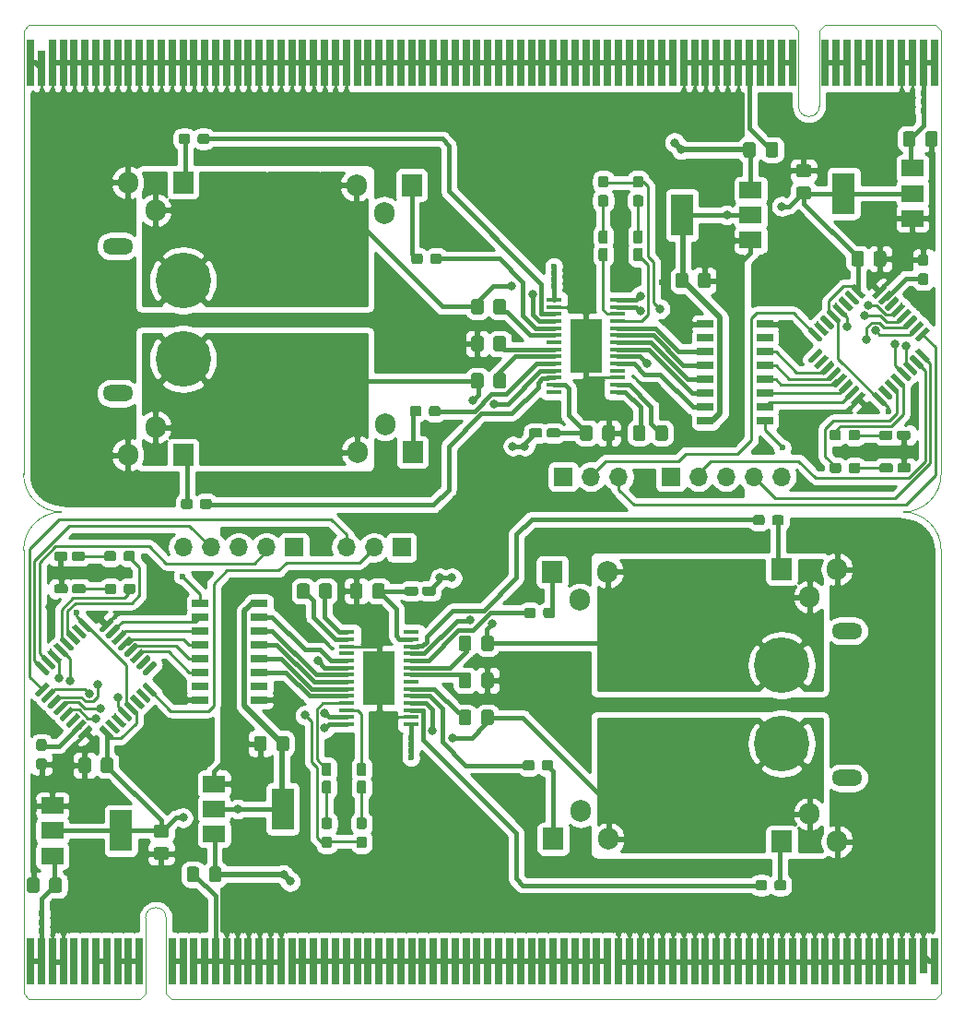
<source format=gbr>
G04 #@! TF.GenerationSoftware,KiCad,Pcbnew,(5.1.5)-3*
G04 #@! TF.CreationDate,2020-02-02T14:12:42+09:00*
G04 #@! TF.ProjectId,CAN_H-Bridge_Solo_MD_fin,43414e5f-482d-4427-9269-6467655f536f,rev?*
G04 #@! TF.SameCoordinates,Original*
G04 #@! TF.FileFunction,Copper,L1,Top*
G04 #@! TF.FilePolarity,Positive*
%FSLAX46Y46*%
G04 Gerber Fmt 4.6, Leading zero omitted, Abs format (unit mm)*
G04 Created by KiCad (PCBNEW (5.1.5)-3) date 2020-02-02 14:12:42*
%MOMM*%
%LPD*%
G04 APERTURE LIST*
%ADD10C,0.100000*%
%ADD11R,2.000000X1.500000*%
%ADD12R,2.000000X3.800000*%
%ADD13O,2.800000X1.500000*%
%ADD14C,5.100000*%
%ADD15O,1.905000X2.000000*%
%ADD16R,1.905000X2.000000*%
%ADD17R,3.000000X5.000000*%
%ADD18R,1.475000X0.450000*%
%ADD19O,1.700000X1.700000*%
%ADD20R,1.700000X1.700000*%
%ADD21R,1.525000X0.650000*%
%ADD22R,0.700000X4.300000*%
%ADD23R,0.700000X3.200000*%
%ADD24C,0.600000*%
%ADD25C,0.800000*%
%ADD26C,0.400000*%
%ADD27C,0.500000*%
%ADD28C,0.250000*%
%ADD29C,0.254000*%
%ADD30C,0.300000*%
%ADD31C,0.350000*%
%ADD32O,2.200000X1.000000*%
G04 APERTURE END LIST*
D10*
X189650000Y-75450000D02*
X189650000Y-108250000D01*
X108850000Y-111750000D02*
G75*
G02X105350000Y-108250000I0J3500000D01*
G01*
X105350000Y-108250000D02*
X105350000Y-75450000D01*
X189650000Y-108250000D02*
G75*
G02X186150000Y-111750000I-3500000J0D01*
G01*
X105350000Y-148050000D02*
X105350000Y-115250000D01*
X189650000Y-115250000D02*
X189650000Y-148050000D01*
X186150000Y-111750000D02*
G75*
G02X189650000Y-115250000I0J-3500000D01*
G01*
X105350000Y-115250000D02*
G75*
G02X108850000Y-111750000I3500000J0D01*
G01*
X178450000Y-74500000D02*
X178450000Y-67550000D01*
X176550000Y-74500000D02*
X176550000Y-67550000D01*
X189650000Y-75450000D02*
X189650000Y-67550000D01*
X189150000Y-67050000D02*
X178950000Y-67050000D01*
X105350000Y-75450000D02*
X105350000Y-67550000D01*
X176050000Y-67050000D02*
X105850000Y-67050000D01*
X189650000Y-67550000D02*
X189150000Y-67050000D01*
X178450000Y-67550000D02*
X178950000Y-67050000D01*
X176550000Y-67550000D02*
X176050000Y-67050000D01*
X105350000Y-67550000D02*
X105850000Y-67050000D01*
X178450000Y-74500000D02*
G75*
G02X176550000Y-74500000I-950000J0D01*
G01*
X116550000Y-149000000D02*
X116550000Y-155950000D01*
X118450000Y-149000000D02*
X118450000Y-155950000D01*
X105350000Y-148050000D02*
X105350000Y-155950000D01*
X105850000Y-156450000D02*
X116050000Y-156450000D01*
X189650000Y-148050000D02*
X189650000Y-155950000D01*
X118950000Y-156450000D02*
X189150000Y-156450000D01*
X105350000Y-155950000D02*
X105850000Y-156450000D01*
X116550000Y-155950000D02*
X116050000Y-156450000D01*
X118450000Y-155950000D02*
X118950000Y-156450000D01*
X189650000Y-155950000D02*
X189150000Y-156450000D01*
X116550000Y-149000000D02*
G75*
G02X118450000Y-149000000I950000J0D01*
G01*
D11*
X187000000Y-84800000D03*
X187000000Y-80200000D03*
X187000000Y-82500000D03*
D12*
X180700000Y-82500000D03*
D13*
X114000000Y-100850000D03*
X114000000Y-87350000D03*
D14*
X120000000Y-97700000D03*
X120000000Y-90500000D03*
G04 #@! TA.AperFunction,SMDPad,CuDef*
D10*
G36*
X177474505Y-79838704D02*
G01*
X177498773Y-79842304D01*
X177522572Y-79848265D01*
X177545671Y-79856530D01*
X177567850Y-79867020D01*
X177588893Y-79879632D01*
X177608599Y-79894247D01*
X177626777Y-79910723D01*
X177643253Y-79928901D01*
X177657868Y-79948607D01*
X177670480Y-79969650D01*
X177680970Y-79991829D01*
X177689235Y-80014928D01*
X177695196Y-80038727D01*
X177698796Y-80062995D01*
X177700000Y-80087499D01*
X177700000Y-80737501D01*
X177698796Y-80762005D01*
X177695196Y-80786273D01*
X177689235Y-80810072D01*
X177680970Y-80833171D01*
X177670480Y-80855350D01*
X177657868Y-80876393D01*
X177643253Y-80896099D01*
X177626777Y-80914277D01*
X177608599Y-80930753D01*
X177588893Y-80945368D01*
X177567850Y-80957980D01*
X177545671Y-80968470D01*
X177522572Y-80976735D01*
X177498773Y-80982696D01*
X177474505Y-80986296D01*
X177450001Y-80987500D01*
X176549999Y-80987500D01*
X176525495Y-80986296D01*
X176501227Y-80982696D01*
X176477428Y-80976735D01*
X176454329Y-80968470D01*
X176432150Y-80957980D01*
X176411107Y-80945368D01*
X176391401Y-80930753D01*
X176373223Y-80914277D01*
X176356747Y-80896099D01*
X176342132Y-80876393D01*
X176329520Y-80855350D01*
X176319030Y-80833171D01*
X176310765Y-80810072D01*
X176304804Y-80786273D01*
X176301204Y-80762005D01*
X176300000Y-80737501D01*
X176300000Y-80087499D01*
X176301204Y-80062995D01*
X176304804Y-80038727D01*
X176310765Y-80014928D01*
X176319030Y-79991829D01*
X176329520Y-79969650D01*
X176342132Y-79948607D01*
X176356747Y-79928901D01*
X176373223Y-79910723D01*
X176391401Y-79894247D01*
X176411107Y-79879632D01*
X176432150Y-79867020D01*
X176454329Y-79856530D01*
X176477428Y-79848265D01*
X176501227Y-79842304D01*
X176525495Y-79838704D01*
X176549999Y-79837500D01*
X177450001Y-79837500D01*
X177474505Y-79838704D01*
G37*
G04 #@! TD.AperFunction*
G04 #@! TA.AperFunction,SMDPad,CuDef*
G36*
X177474505Y-81888704D02*
G01*
X177498773Y-81892304D01*
X177522572Y-81898265D01*
X177545671Y-81906530D01*
X177567850Y-81917020D01*
X177588893Y-81929632D01*
X177608599Y-81944247D01*
X177626777Y-81960723D01*
X177643253Y-81978901D01*
X177657868Y-81998607D01*
X177670480Y-82019650D01*
X177680970Y-82041829D01*
X177689235Y-82064928D01*
X177695196Y-82088727D01*
X177698796Y-82112995D01*
X177700000Y-82137499D01*
X177700000Y-82787501D01*
X177698796Y-82812005D01*
X177695196Y-82836273D01*
X177689235Y-82860072D01*
X177680970Y-82883171D01*
X177670480Y-82905350D01*
X177657868Y-82926393D01*
X177643253Y-82946099D01*
X177626777Y-82964277D01*
X177608599Y-82980753D01*
X177588893Y-82995368D01*
X177567850Y-83007980D01*
X177545671Y-83018470D01*
X177522572Y-83026735D01*
X177498773Y-83032696D01*
X177474505Y-83036296D01*
X177450001Y-83037500D01*
X176549999Y-83037500D01*
X176525495Y-83036296D01*
X176501227Y-83032696D01*
X176477428Y-83026735D01*
X176454329Y-83018470D01*
X176432150Y-83007980D01*
X176411107Y-82995368D01*
X176391401Y-82980753D01*
X176373223Y-82964277D01*
X176356747Y-82946099D01*
X176342132Y-82926393D01*
X176329520Y-82905350D01*
X176319030Y-82883171D01*
X176310765Y-82860072D01*
X176304804Y-82836273D01*
X176301204Y-82812005D01*
X176300000Y-82787501D01*
X176300000Y-82137499D01*
X176301204Y-82112995D01*
X176304804Y-82088727D01*
X176310765Y-82064928D01*
X176319030Y-82041829D01*
X176329520Y-82019650D01*
X176342132Y-81998607D01*
X176356747Y-81978901D01*
X176373223Y-81960723D01*
X176391401Y-81944247D01*
X176411107Y-81929632D01*
X176432150Y-81917020D01*
X176454329Y-81906530D01*
X176477428Y-81898265D01*
X176501227Y-81892304D01*
X176525495Y-81888704D01*
X176549999Y-81887500D01*
X177450001Y-81887500D01*
X177474505Y-81888704D01*
G37*
G04 #@! TD.AperFunction*
G04 #@! TA.AperFunction,SMDPad,CuDef*
G36*
X184338077Y-90845272D02*
G01*
X184350211Y-90847072D01*
X184362111Y-90850052D01*
X184373660Y-90854185D01*
X184384750Y-90859430D01*
X184395271Y-90865736D01*
X184405124Y-90873044D01*
X184414213Y-90881282D01*
X184590990Y-91058059D01*
X184599228Y-91067148D01*
X184606536Y-91077001D01*
X184612842Y-91087522D01*
X184618087Y-91098612D01*
X184622220Y-91110161D01*
X184625200Y-91122061D01*
X184627000Y-91134195D01*
X184627602Y-91146447D01*
X184627000Y-91158699D01*
X184625200Y-91170833D01*
X184622220Y-91182733D01*
X184618087Y-91194282D01*
X184612842Y-91205372D01*
X184606536Y-91215893D01*
X184599228Y-91225746D01*
X184590990Y-91234835D01*
X183707107Y-92118718D01*
X183698018Y-92126956D01*
X183688165Y-92134264D01*
X183677644Y-92140570D01*
X183666554Y-92145815D01*
X183655005Y-92149948D01*
X183643105Y-92152928D01*
X183630971Y-92154728D01*
X183618719Y-92155330D01*
X183606467Y-92154728D01*
X183594333Y-92152928D01*
X183582433Y-92149948D01*
X183570884Y-92145815D01*
X183559794Y-92140570D01*
X183549273Y-92134264D01*
X183539420Y-92126956D01*
X183530331Y-92118718D01*
X183353554Y-91941941D01*
X183345316Y-91932852D01*
X183338008Y-91922999D01*
X183331702Y-91912478D01*
X183326457Y-91901388D01*
X183322324Y-91889839D01*
X183319344Y-91877939D01*
X183317544Y-91865805D01*
X183316942Y-91853553D01*
X183317544Y-91841301D01*
X183319344Y-91829167D01*
X183322324Y-91817267D01*
X183326457Y-91805718D01*
X183331702Y-91794628D01*
X183338008Y-91784107D01*
X183345316Y-91774254D01*
X183353554Y-91765165D01*
X184237437Y-90881282D01*
X184246526Y-90873044D01*
X184256379Y-90865736D01*
X184266900Y-90859430D01*
X184277990Y-90854185D01*
X184289539Y-90850052D01*
X184301439Y-90847072D01*
X184313573Y-90845272D01*
X184325825Y-90844670D01*
X184338077Y-90845272D01*
G37*
G04 #@! TD.AperFunction*
G04 #@! TA.AperFunction,SMDPad,CuDef*
G36*
X184903762Y-91410958D02*
G01*
X184915896Y-91412758D01*
X184927796Y-91415738D01*
X184939345Y-91419871D01*
X184950435Y-91425116D01*
X184960956Y-91431422D01*
X184970809Y-91438730D01*
X184979898Y-91446968D01*
X185156675Y-91623745D01*
X185164913Y-91632834D01*
X185172221Y-91642687D01*
X185178527Y-91653208D01*
X185183772Y-91664298D01*
X185187905Y-91675847D01*
X185190885Y-91687747D01*
X185192685Y-91699881D01*
X185193287Y-91712133D01*
X185192685Y-91724385D01*
X185190885Y-91736519D01*
X185187905Y-91748419D01*
X185183772Y-91759968D01*
X185178527Y-91771058D01*
X185172221Y-91781579D01*
X185164913Y-91791432D01*
X185156675Y-91800521D01*
X184272792Y-92684404D01*
X184263703Y-92692642D01*
X184253850Y-92699950D01*
X184243329Y-92706256D01*
X184232239Y-92711501D01*
X184220690Y-92715634D01*
X184208790Y-92718614D01*
X184196656Y-92720414D01*
X184184404Y-92721016D01*
X184172152Y-92720414D01*
X184160018Y-92718614D01*
X184148118Y-92715634D01*
X184136569Y-92711501D01*
X184125479Y-92706256D01*
X184114958Y-92699950D01*
X184105105Y-92692642D01*
X184096016Y-92684404D01*
X183919239Y-92507627D01*
X183911001Y-92498538D01*
X183903693Y-92488685D01*
X183897387Y-92478164D01*
X183892142Y-92467074D01*
X183888009Y-92455525D01*
X183885029Y-92443625D01*
X183883229Y-92431491D01*
X183882627Y-92419239D01*
X183883229Y-92406987D01*
X183885029Y-92394853D01*
X183888009Y-92382953D01*
X183892142Y-92371404D01*
X183897387Y-92360314D01*
X183903693Y-92349793D01*
X183911001Y-92339940D01*
X183919239Y-92330851D01*
X184803122Y-91446968D01*
X184812211Y-91438730D01*
X184822064Y-91431422D01*
X184832585Y-91425116D01*
X184843675Y-91419871D01*
X184855224Y-91415738D01*
X184867124Y-91412758D01*
X184879258Y-91410958D01*
X184891510Y-91410356D01*
X184903762Y-91410958D01*
G37*
G04 #@! TD.AperFunction*
G04 #@! TA.AperFunction,SMDPad,CuDef*
G36*
X185469448Y-91976643D02*
G01*
X185481582Y-91978443D01*
X185493482Y-91981423D01*
X185505031Y-91985556D01*
X185516121Y-91990801D01*
X185526642Y-91997107D01*
X185536495Y-92004415D01*
X185545584Y-92012653D01*
X185722361Y-92189430D01*
X185730599Y-92198519D01*
X185737907Y-92208372D01*
X185744213Y-92218893D01*
X185749458Y-92229983D01*
X185753591Y-92241532D01*
X185756571Y-92253432D01*
X185758371Y-92265566D01*
X185758973Y-92277818D01*
X185758371Y-92290070D01*
X185756571Y-92302204D01*
X185753591Y-92314104D01*
X185749458Y-92325653D01*
X185744213Y-92336743D01*
X185737907Y-92347264D01*
X185730599Y-92357117D01*
X185722361Y-92366206D01*
X184838478Y-93250089D01*
X184829389Y-93258327D01*
X184819536Y-93265635D01*
X184809015Y-93271941D01*
X184797925Y-93277186D01*
X184786376Y-93281319D01*
X184774476Y-93284299D01*
X184762342Y-93286099D01*
X184750090Y-93286701D01*
X184737838Y-93286099D01*
X184725704Y-93284299D01*
X184713804Y-93281319D01*
X184702255Y-93277186D01*
X184691165Y-93271941D01*
X184680644Y-93265635D01*
X184670791Y-93258327D01*
X184661702Y-93250089D01*
X184484925Y-93073312D01*
X184476687Y-93064223D01*
X184469379Y-93054370D01*
X184463073Y-93043849D01*
X184457828Y-93032759D01*
X184453695Y-93021210D01*
X184450715Y-93009310D01*
X184448915Y-92997176D01*
X184448313Y-92984924D01*
X184448915Y-92972672D01*
X184450715Y-92960538D01*
X184453695Y-92948638D01*
X184457828Y-92937089D01*
X184463073Y-92925999D01*
X184469379Y-92915478D01*
X184476687Y-92905625D01*
X184484925Y-92896536D01*
X185368808Y-92012653D01*
X185377897Y-92004415D01*
X185387750Y-91997107D01*
X185398271Y-91990801D01*
X185409361Y-91985556D01*
X185420910Y-91981423D01*
X185432810Y-91978443D01*
X185444944Y-91976643D01*
X185457196Y-91976041D01*
X185469448Y-91976643D01*
G37*
G04 #@! TD.AperFunction*
G04 #@! TA.AperFunction,SMDPad,CuDef*
G36*
X186035133Y-92542328D02*
G01*
X186047267Y-92544128D01*
X186059167Y-92547108D01*
X186070716Y-92551241D01*
X186081806Y-92556486D01*
X186092327Y-92562792D01*
X186102180Y-92570100D01*
X186111269Y-92578338D01*
X186288046Y-92755115D01*
X186296284Y-92764204D01*
X186303592Y-92774057D01*
X186309898Y-92784578D01*
X186315143Y-92795668D01*
X186319276Y-92807217D01*
X186322256Y-92819117D01*
X186324056Y-92831251D01*
X186324658Y-92843503D01*
X186324056Y-92855755D01*
X186322256Y-92867889D01*
X186319276Y-92879789D01*
X186315143Y-92891338D01*
X186309898Y-92902428D01*
X186303592Y-92912949D01*
X186296284Y-92922802D01*
X186288046Y-92931891D01*
X185404163Y-93815774D01*
X185395074Y-93824012D01*
X185385221Y-93831320D01*
X185374700Y-93837626D01*
X185363610Y-93842871D01*
X185352061Y-93847004D01*
X185340161Y-93849984D01*
X185328027Y-93851784D01*
X185315775Y-93852386D01*
X185303523Y-93851784D01*
X185291389Y-93849984D01*
X185279489Y-93847004D01*
X185267940Y-93842871D01*
X185256850Y-93837626D01*
X185246329Y-93831320D01*
X185236476Y-93824012D01*
X185227387Y-93815774D01*
X185050610Y-93638997D01*
X185042372Y-93629908D01*
X185035064Y-93620055D01*
X185028758Y-93609534D01*
X185023513Y-93598444D01*
X185019380Y-93586895D01*
X185016400Y-93574995D01*
X185014600Y-93562861D01*
X185013998Y-93550609D01*
X185014600Y-93538357D01*
X185016400Y-93526223D01*
X185019380Y-93514323D01*
X185023513Y-93502774D01*
X185028758Y-93491684D01*
X185035064Y-93481163D01*
X185042372Y-93471310D01*
X185050610Y-93462221D01*
X185934493Y-92578338D01*
X185943582Y-92570100D01*
X185953435Y-92562792D01*
X185963956Y-92556486D01*
X185975046Y-92551241D01*
X185986595Y-92547108D01*
X185998495Y-92544128D01*
X186010629Y-92542328D01*
X186022881Y-92541726D01*
X186035133Y-92542328D01*
G37*
G04 #@! TD.AperFunction*
G04 #@! TA.AperFunction,SMDPad,CuDef*
G36*
X186600819Y-93108014D02*
G01*
X186612953Y-93109814D01*
X186624853Y-93112794D01*
X186636402Y-93116927D01*
X186647492Y-93122172D01*
X186658013Y-93128478D01*
X186667866Y-93135786D01*
X186676955Y-93144024D01*
X186853732Y-93320801D01*
X186861970Y-93329890D01*
X186869278Y-93339743D01*
X186875584Y-93350264D01*
X186880829Y-93361354D01*
X186884962Y-93372903D01*
X186887942Y-93384803D01*
X186889742Y-93396937D01*
X186890344Y-93409189D01*
X186889742Y-93421441D01*
X186887942Y-93433575D01*
X186884962Y-93445475D01*
X186880829Y-93457024D01*
X186875584Y-93468114D01*
X186869278Y-93478635D01*
X186861970Y-93488488D01*
X186853732Y-93497577D01*
X185969849Y-94381460D01*
X185960760Y-94389698D01*
X185950907Y-94397006D01*
X185940386Y-94403312D01*
X185929296Y-94408557D01*
X185917747Y-94412690D01*
X185905847Y-94415670D01*
X185893713Y-94417470D01*
X185881461Y-94418072D01*
X185869209Y-94417470D01*
X185857075Y-94415670D01*
X185845175Y-94412690D01*
X185833626Y-94408557D01*
X185822536Y-94403312D01*
X185812015Y-94397006D01*
X185802162Y-94389698D01*
X185793073Y-94381460D01*
X185616296Y-94204683D01*
X185608058Y-94195594D01*
X185600750Y-94185741D01*
X185594444Y-94175220D01*
X185589199Y-94164130D01*
X185585066Y-94152581D01*
X185582086Y-94140681D01*
X185580286Y-94128547D01*
X185579684Y-94116295D01*
X185580286Y-94104043D01*
X185582086Y-94091909D01*
X185585066Y-94080009D01*
X185589199Y-94068460D01*
X185594444Y-94057370D01*
X185600750Y-94046849D01*
X185608058Y-94036996D01*
X185616296Y-94027907D01*
X186500179Y-93144024D01*
X186509268Y-93135786D01*
X186519121Y-93128478D01*
X186529642Y-93122172D01*
X186540732Y-93116927D01*
X186552281Y-93112794D01*
X186564181Y-93109814D01*
X186576315Y-93108014D01*
X186588567Y-93107412D01*
X186600819Y-93108014D01*
G37*
G04 #@! TD.AperFunction*
G04 #@! TA.AperFunction,SMDPad,CuDef*
G36*
X187166504Y-93673699D02*
G01*
X187178638Y-93675499D01*
X187190538Y-93678479D01*
X187202087Y-93682612D01*
X187213177Y-93687857D01*
X187223698Y-93694163D01*
X187233551Y-93701471D01*
X187242640Y-93709709D01*
X187419417Y-93886486D01*
X187427655Y-93895575D01*
X187434963Y-93905428D01*
X187441269Y-93915949D01*
X187446514Y-93927039D01*
X187450647Y-93938588D01*
X187453627Y-93950488D01*
X187455427Y-93962622D01*
X187456029Y-93974874D01*
X187455427Y-93987126D01*
X187453627Y-93999260D01*
X187450647Y-94011160D01*
X187446514Y-94022709D01*
X187441269Y-94033799D01*
X187434963Y-94044320D01*
X187427655Y-94054173D01*
X187419417Y-94063262D01*
X186535534Y-94947145D01*
X186526445Y-94955383D01*
X186516592Y-94962691D01*
X186506071Y-94968997D01*
X186494981Y-94974242D01*
X186483432Y-94978375D01*
X186471532Y-94981355D01*
X186459398Y-94983155D01*
X186447146Y-94983757D01*
X186434894Y-94983155D01*
X186422760Y-94981355D01*
X186410860Y-94978375D01*
X186399311Y-94974242D01*
X186388221Y-94968997D01*
X186377700Y-94962691D01*
X186367847Y-94955383D01*
X186358758Y-94947145D01*
X186181981Y-94770368D01*
X186173743Y-94761279D01*
X186166435Y-94751426D01*
X186160129Y-94740905D01*
X186154884Y-94729815D01*
X186150751Y-94718266D01*
X186147771Y-94706366D01*
X186145971Y-94694232D01*
X186145369Y-94681980D01*
X186145971Y-94669728D01*
X186147771Y-94657594D01*
X186150751Y-94645694D01*
X186154884Y-94634145D01*
X186160129Y-94623055D01*
X186166435Y-94612534D01*
X186173743Y-94602681D01*
X186181981Y-94593592D01*
X187065864Y-93709709D01*
X187074953Y-93701471D01*
X187084806Y-93694163D01*
X187095327Y-93687857D01*
X187106417Y-93682612D01*
X187117966Y-93678479D01*
X187129866Y-93675499D01*
X187142000Y-93673699D01*
X187154252Y-93673097D01*
X187166504Y-93673699D01*
G37*
G04 #@! TD.AperFunction*
G04 #@! TA.AperFunction,SMDPad,CuDef*
G36*
X187732189Y-94239385D02*
G01*
X187744323Y-94241185D01*
X187756223Y-94244165D01*
X187767772Y-94248298D01*
X187778862Y-94253543D01*
X187789383Y-94259849D01*
X187799236Y-94267157D01*
X187808325Y-94275395D01*
X187985102Y-94452172D01*
X187993340Y-94461261D01*
X188000648Y-94471114D01*
X188006954Y-94481635D01*
X188012199Y-94492725D01*
X188016332Y-94504274D01*
X188019312Y-94516174D01*
X188021112Y-94528308D01*
X188021714Y-94540560D01*
X188021112Y-94552812D01*
X188019312Y-94564946D01*
X188016332Y-94576846D01*
X188012199Y-94588395D01*
X188006954Y-94599485D01*
X188000648Y-94610006D01*
X187993340Y-94619859D01*
X187985102Y-94628948D01*
X187101219Y-95512831D01*
X187092130Y-95521069D01*
X187082277Y-95528377D01*
X187071756Y-95534683D01*
X187060666Y-95539928D01*
X187049117Y-95544061D01*
X187037217Y-95547041D01*
X187025083Y-95548841D01*
X187012831Y-95549443D01*
X187000579Y-95548841D01*
X186988445Y-95547041D01*
X186976545Y-95544061D01*
X186964996Y-95539928D01*
X186953906Y-95534683D01*
X186943385Y-95528377D01*
X186933532Y-95521069D01*
X186924443Y-95512831D01*
X186747666Y-95336054D01*
X186739428Y-95326965D01*
X186732120Y-95317112D01*
X186725814Y-95306591D01*
X186720569Y-95295501D01*
X186716436Y-95283952D01*
X186713456Y-95272052D01*
X186711656Y-95259918D01*
X186711054Y-95247666D01*
X186711656Y-95235414D01*
X186713456Y-95223280D01*
X186716436Y-95211380D01*
X186720569Y-95199831D01*
X186725814Y-95188741D01*
X186732120Y-95178220D01*
X186739428Y-95168367D01*
X186747666Y-95159278D01*
X187631549Y-94275395D01*
X187640638Y-94267157D01*
X187650491Y-94259849D01*
X187661012Y-94253543D01*
X187672102Y-94248298D01*
X187683651Y-94244165D01*
X187695551Y-94241185D01*
X187707685Y-94239385D01*
X187719937Y-94238783D01*
X187732189Y-94239385D01*
G37*
G04 #@! TD.AperFunction*
G04 #@! TA.AperFunction,SMDPad,CuDef*
G36*
X188297875Y-94805070D02*
G01*
X188310009Y-94806870D01*
X188321909Y-94809850D01*
X188333458Y-94813983D01*
X188344548Y-94819228D01*
X188355069Y-94825534D01*
X188364922Y-94832842D01*
X188374011Y-94841080D01*
X188550788Y-95017857D01*
X188559026Y-95026946D01*
X188566334Y-95036799D01*
X188572640Y-95047320D01*
X188577885Y-95058410D01*
X188582018Y-95069959D01*
X188584998Y-95081859D01*
X188586798Y-95093993D01*
X188587400Y-95106245D01*
X188586798Y-95118497D01*
X188584998Y-95130631D01*
X188582018Y-95142531D01*
X188577885Y-95154080D01*
X188572640Y-95165170D01*
X188566334Y-95175691D01*
X188559026Y-95185544D01*
X188550788Y-95194633D01*
X187666905Y-96078516D01*
X187657816Y-96086754D01*
X187647963Y-96094062D01*
X187637442Y-96100368D01*
X187626352Y-96105613D01*
X187614803Y-96109746D01*
X187602903Y-96112726D01*
X187590769Y-96114526D01*
X187578517Y-96115128D01*
X187566265Y-96114526D01*
X187554131Y-96112726D01*
X187542231Y-96109746D01*
X187530682Y-96105613D01*
X187519592Y-96100368D01*
X187509071Y-96094062D01*
X187499218Y-96086754D01*
X187490129Y-96078516D01*
X187313352Y-95901739D01*
X187305114Y-95892650D01*
X187297806Y-95882797D01*
X187291500Y-95872276D01*
X187286255Y-95861186D01*
X187282122Y-95849637D01*
X187279142Y-95837737D01*
X187277342Y-95825603D01*
X187276740Y-95813351D01*
X187277342Y-95801099D01*
X187279142Y-95788965D01*
X187282122Y-95777065D01*
X187286255Y-95765516D01*
X187291500Y-95754426D01*
X187297806Y-95743905D01*
X187305114Y-95734052D01*
X187313352Y-95724963D01*
X188197235Y-94841080D01*
X188206324Y-94832842D01*
X188216177Y-94825534D01*
X188226698Y-94819228D01*
X188237788Y-94813983D01*
X188249337Y-94809850D01*
X188261237Y-94806870D01*
X188273371Y-94805070D01*
X188285623Y-94804468D01*
X188297875Y-94805070D01*
G37*
G04 #@! TD.AperFunction*
G04 #@! TA.AperFunction,SMDPad,CuDef*
G36*
X187590769Y-96749614D02*
G01*
X187602903Y-96751414D01*
X187614803Y-96754394D01*
X187626352Y-96758527D01*
X187637442Y-96763772D01*
X187647963Y-96770078D01*
X187657816Y-96777386D01*
X187666905Y-96785624D01*
X188550788Y-97669507D01*
X188559026Y-97678596D01*
X188566334Y-97688449D01*
X188572640Y-97698970D01*
X188577885Y-97710060D01*
X188582018Y-97721609D01*
X188584998Y-97733509D01*
X188586798Y-97745643D01*
X188587400Y-97757895D01*
X188586798Y-97770147D01*
X188584998Y-97782281D01*
X188582018Y-97794181D01*
X188577885Y-97805730D01*
X188572640Y-97816820D01*
X188566334Y-97827341D01*
X188559026Y-97837194D01*
X188550788Y-97846283D01*
X188374011Y-98023060D01*
X188364922Y-98031298D01*
X188355069Y-98038606D01*
X188344548Y-98044912D01*
X188333458Y-98050157D01*
X188321909Y-98054290D01*
X188310009Y-98057270D01*
X188297875Y-98059070D01*
X188285623Y-98059672D01*
X188273371Y-98059070D01*
X188261237Y-98057270D01*
X188249337Y-98054290D01*
X188237788Y-98050157D01*
X188226698Y-98044912D01*
X188216177Y-98038606D01*
X188206324Y-98031298D01*
X188197235Y-98023060D01*
X187313352Y-97139177D01*
X187305114Y-97130088D01*
X187297806Y-97120235D01*
X187291500Y-97109714D01*
X187286255Y-97098624D01*
X187282122Y-97087075D01*
X187279142Y-97075175D01*
X187277342Y-97063041D01*
X187276740Y-97050789D01*
X187277342Y-97038537D01*
X187279142Y-97026403D01*
X187282122Y-97014503D01*
X187286255Y-97002954D01*
X187291500Y-96991864D01*
X187297806Y-96981343D01*
X187305114Y-96971490D01*
X187313352Y-96962401D01*
X187490129Y-96785624D01*
X187499218Y-96777386D01*
X187509071Y-96770078D01*
X187519592Y-96763772D01*
X187530682Y-96758527D01*
X187542231Y-96754394D01*
X187554131Y-96751414D01*
X187566265Y-96749614D01*
X187578517Y-96749012D01*
X187590769Y-96749614D01*
G37*
G04 #@! TD.AperFunction*
G04 #@! TA.AperFunction,SMDPad,CuDef*
G36*
X187025083Y-97315299D02*
G01*
X187037217Y-97317099D01*
X187049117Y-97320079D01*
X187060666Y-97324212D01*
X187071756Y-97329457D01*
X187082277Y-97335763D01*
X187092130Y-97343071D01*
X187101219Y-97351309D01*
X187985102Y-98235192D01*
X187993340Y-98244281D01*
X188000648Y-98254134D01*
X188006954Y-98264655D01*
X188012199Y-98275745D01*
X188016332Y-98287294D01*
X188019312Y-98299194D01*
X188021112Y-98311328D01*
X188021714Y-98323580D01*
X188021112Y-98335832D01*
X188019312Y-98347966D01*
X188016332Y-98359866D01*
X188012199Y-98371415D01*
X188006954Y-98382505D01*
X188000648Y-98393026D01*
X187993340Y-98402879D01*
X187985102Y-98411968D01*
X187808325Y-98588745D01*
X187799236Y-98596983D01*
X187789383Y-98604291D01*
X187778862Y-98610597D01*
X187767772Y-98615842D01*
X187756223Y-98619975D01*
X187744323Y-98622955D01*
X187732189Y-98624755D01*
X187719937Y-98625357D01*
X187707685Y-98624755D01*
X187695551Y-98622955D01*
X187683651Y-98619975D01*
X187672102Y-98615842D01*
X187661012Y-98610597D01*
X187650491Y-98604291D01*
X187640638Y-98596983D01*
X187631549Y-98588745D01*
X186747666Y-97704862D01*
X186739428Y-97695773D01*
X186732120Y-97685920D01*
X186725814Y-97675399D01*
X186720569Y-97664309D01*
X186716436Y-97652760D01*
X186713456Y-97640860D01*
X186711656Y-97628726D01*
X186711054Y-97616474D01*
X186711656Y-97604222D01*
X186713456Y-97592088D01*
X186716436Y-97580188D01*
X186720569Y-97568639D01*
X186725814Y-97557549D01*
X186732120Y-97547028D01*
X186739428Y-97537175D01*
X186747666Y-97528086D01*
X186924443Y-97351309D01*
X186933532Y-97343071D01*
X186943385Y-97335763D01*
X186953906Y-97329457D01*
X186964996Y-97324212D01*
X186976545Y-97320079D01*
X186988445Y-97317099D01*
X187000579Y-97315299D01*
X187012831Y-97314697D01*
X187025083Y-97315299D01*
G37*
G04 #@! TD.AperFunction*
G04 #@! TA.AperFunction,SMDPad,CuDef*
G36*
X186459398Y-97880985D02*
G01*
X186471532Y-97882785D01*
X186483432Y-97885765D01*
X186494981Y-97889898D01*
X186506071Y-97895143D01*
X186516592Y-97901449D01*
X186526445Y-97908757D01*
X186535534Y-97916995D01*
X187419417Y-98800878D01*
X187427655Y-98809967D01*
X187434963Y-98819820D01*
X187441269Y-98830341D01*
X187446514Y-98841431D01*
X187450647Y-98852980D01*
X187453627Y-98864880D01*
X187455427Y-98877014D01*
X187456029Y-98889266D01*
X187455427Y-98901518D01*
X187453627Y-98913652D01*
X187450647Y-98925552D01*
X187446514Y-98937101D01*
X187441269Y-98948191D01*
X187434963Y-98958712D01*
X187427655Y-98968565D01*
X187419417Y-98977654D01*
X187242640Y-99154431D01*
X187233551Y-99162669D01*
X187223698Y-99169977D01*
X187213177Y-99176283D01*
X187202087Y-99181528D01*
X187190538Y-99185661D01*
X187178638Y-99188641D01*
X187166504Y-99190441D01*
X187154252Y-99191043D01*
X187142000Y-99190441D01*
X187129866Y-99188641D01*
X187117966Y-99185661D01*
X187106417Y-99181528D01*
X187095327Y-99176283D01*
X187084806Y-99169977D01*
X187074953Y-99162669D01*
X187065864Y-99154431D01*
X186181981Y-98270548D01*
X186173743Y-98261459D01*
X186166435Y-98251606D01*
X186160129Y-98241085D01*
X186154884Y-98229995D01*
X186150751Y-98218446D01*
X186147771Y-98206546D01*
X186145971Y-98194412D01*
X186145369Y-98182160D01*
X186145971Y-98169908D01*
X186147771Y-98157774D01*
X186150751Y-98145874D01*
X186154884Y-98134325D01*
X186160129Y-98123235D01*
X186166435Y-98112714D01*
X186173743Y-98102861D01*
X186181981Y-98093772D01*
X186358758Y-97916995D01*
X186367847Y-97908757D01*
X186377700Y-97901449D01*
X186388221Y-97895143D01*
X186399311Y-97889898D01*
X186410860Y-97885765D01*
X186422760Y-97882785D01*
X186434894Y-97880985D01*
X186447146Y-97880383D01*
X186459398Y-97880985D01*
G37*
G04 #@! TD.AperFunction*
G04 #@! TA.AperFunction,SMDPad,CuDef*
G36*
X185893713Y-98446670D02*
G01*
X185905847Y-98448470D01*
X185917747Y-98451450D01*
X185929296Y-98455583D01*
X185940386Y-98460828D01*
X185950907Y-98467134D01*
X185960760Y-98474442D01*
X185969849Y-98482680D01*
X186853732Y-99366563D01*
X186861970Y-99375652D01*
X186869278Y-99385505D01*
X186875584Y-99396026D01*
X186880829Y-99407116D01*
X186884962Y-99418665D01*
X186887942Y-99430565D01*
X186889742Y-99442699D01*
X186890344Y-99454951D01*
X186889742Y-99467203D01*
X186887942Y-99479337D01*
X186884962Y-99491237D01*
X186880829Y-99502786D01*
X186875584Y-99513876D01*
X186869278Y-99524397D01*
X186861970Y-99534250D01*
X186853732Y-99543339D01*
X186676955Y-99720116D01*
X186667866Y-99728354D01*
X186658013Y-99735662D01*
X186647492Y-99741968D01*
X186636402Y-99747213D01*
X186624853Y-99751346D01*
X186612953Y-99754326D01*
X186600819Y-99756126D01*
X186588567Y-99756728D01*
X186576315Y-99756126D01*
X186564181Y-99754326D01*
X186552281Y-99751346D01*
X186540732Y-99747213D01*
X186529642Y-99741968D01*
X186519121Y-99735662D01*
X186509268Y-99728354D01*
X186500179Y-99720116D01*
X185616296Y-98836233D01*
X185608058Y-98827144D01*
X185600750Y-98817291D01*
X185594444Y-98806770D01*
X185589199Y-98795680D01*
X185585066Y-98784131D01*
X185582086Y-98772231D01*
X185580286Y-98760097D01*
X185579684Y-98747845D01*
X185580286Y-98735593D01*
X185582086Y-98723459D01*
X185585066Y-98711559D01*
X185589199Y-98700010D01*
X185594444Y-98688920D01*
X185600750Y-98678399D01*
X185608058Y-98668546D01*
X185616296Y-98659457D01*
X185793073Y-98482680D01*
X185802162Y-98474442D01*
X185812015Y-98467134D01*
X185822536Y-98460828D01*
X185833626Y-98455583D01*
X185845175Y-98451450D01*
X185857075Y-98448470D01*
X185869209Y-98446670D01*
X185881461Y-98446068D01*
X185893713Y-98446670D01*
G37*
G04 #@! TD.AperFunction*
G04 #@! TA.AperFunction,SMDPad,CuDef*
G36*
X185328027Y-99012356D02*
G01*
X185340161Y-99014156D01*
X185352061Y-99017136D01*
X185363610Y-99021269D01*
X185374700Y-99026514D01*
X185385221Y-99032820D01*
X185395074Y-99040128D01*
X185404163Y-99048366D01*
X186288046Y-99932249D01*
X186296284Y-99941338D01*
X186303592Y-99951191D01*
X186309898Y-99961712D01*
X186315143Y-99972802D01*
X186319276Y-99984351D01*
X186322256Y-99996251D01*
X186324056Y-100008385D01*
X186324658Y-100020637D01*
X186324056Y-100032889D01*
X186322256Y-100045023D01*
X186319276Y-100056923D01*
X186315143Y-100068472D01*
X186309898Y-100079562D01*
X186303592Y-100090083D01*
X186296284Y-100099936D01*
X186288046Y-100109025D01*
X186111269Y-100285802D01*
X186102180Y-100294040D01*
X186092327Y-100301348D01*
X186081806Y-100307654D01*
X186070716Y-100312899D01*
X186059167Y-100317032D01*
X186047267Y-100320012D01*
X186035133Y-100321812D01*
X186022881Y-100322414D01*
X186010629Y-100321812D01*
X185998495Y-100320012D01*
X185986595Y-100317032D01*
X185975046Y-100312899D01*
X185963956Y-100307654D01*
X185953435Y-100301348D01*
X185943582Y-100294040D01*
X185934493Y-100285802D01*
X185050610Y-99401919D01*
X185042372Y-99392830D01*
X185035064Y-99382977D01*
X185028758Y-99372456D01*
X185023513Y-99361366D01*
X185019380Y-99349817D01*
X185016400Y-99337917D01*
X185014600Y-99325783D01*
X185013998Y-99313531D01*
X185014600Y-99301279D01*
X185016400Y-99289145D01*
X185019380Y-99277245D01*
X185023513Y-99265696D01*
X185028758Y-99254606D01*
X185035064Y-99244085D01*
X185042372Y-99234232D01*
X185050610Y-99225143D01*
X185227387Y-99048366D01*
X185236476Y-99040128D01*
X185246329Y-99032820D01*
X185256850Y-99026514D01*
X185267940Y-99021269D01*
X185279489Y-99017136D01*
X185291389Y-99014156D01*
X185303523Y-99012356D01*
X185315775Y-99011754D01*
X185328027Y-99012356D01*
G37*
G04 #@! TD.AperFunction*
G04 #@! TA.AperFunction,SMDPad,CuDef*
G36*
X184762342Y-99578041D02*
G01*
X184774476Y-99579841D01*
X184786376Y-99582821D01*
X184797925Y-99586954D01*
X184809015Y-99592199D01*
X184819536Y-99598505D01*
X184829389Y-99605813D01*
X184838478Y-99614051D01*
X185722361Y-100497934D01*
X185730599Y-100507023D01*
X185737907Y-100516876D01*
X185744213Y-100527397D01*
X185749458Y-100538487D01*
X185753591Y-100550036D01*
X185756571Y-100561936D01*
X185758371Y-100574070D01*
X185758973Y-100586322D01*
X185758371Y-100598574D01*
X185756571Y-100610708D01*
X185753591Y-100622608D01*
X185749458Y-100634157D01*
X185744213Y-100645247D01*
X185737907Y-100655768D01*
X185730599Y-100665621D01*
X185722361Y-100674710D01*
X185545584Y-100851487D01*
X185536495Y-100859725D01*
X185526642Y-100867033D01*
X185516121Y-100873339D01*
X185505031Y-100878584D01*
X185493482Y-100882717D01*
X185481582Y-100885697D01*
X185469448Y-100887497D01*
X185457196Y-100888099D01*
X185444944Y-100887497D01*
X185432810Y-100885697D01*
X185420910Y-100882717D01*
X185409361Y-100878584D01*
X185398271Y-100873339D01*
X185387750Y-100867033D01*
X185377897Y-100859725D01*
X185368808Y-100851487D01*
X184484925Y-99967604D01*
X184476687Y-99958515D01*
X184469379Y-99948662D01*
X184463073Y-99938141D01*
X184457828Y-99927051D01*
X184453695Y-99915502D01*
X184450715Y-99903602D01*
X184448915Y-99891468D01*
X184448313Y-99879216D01*
X184448915Y-99866964D01*
X184450715Y-99854830D01*
X184453695Y-99842930D01*
X184457828Y-99831381D01*
X184463073Y-99820291D01*
X184469379Y-99809770D01*
X184476687Y-99799917D01*
X184484925Y-99790828D01*
X184661702Y-99614051D01*
X184670791Y-99605813D01*
X184680644Y-99598505D01*
X184691165Y-99592199D01*
X184702255Y-99586954D01*
X184713804Y-99582821D01*
X184725704Y-99579841D01*
X184737838Y-99578041D01*
X184750090Y-99577439D01*
X184762342Y-99578041D01*
G37*
G04 #@! TD.AperFunction*
G04 #@! TA.AperFunction,SMDPad,CuDef*
G36*
X184196656Y-100143726D02*
G01*
X184208790Y-100145526D01*
X184220690Y-100148506D01*
X184232239Y-100152639D01*
X184243329Y-100157884D01*
X184253850Y-100164190D01*
X184263703Y-100171498D01*
X184272792Y-100179736D01*
X185156675Y-101063619D01*
X185164913Y-101072708D01*
X185172221Y-101082561D01*
X185178527Y-101093082D01*
X185183772Y-101104172D01*
X185187905Y-101115721D01*
X185190885Y-101127621D01*
X185192685Y-101139755D01*
X185193287Y-101152007D01*
X185192685Y-101164259D01*
X185190885Y-101176393D01*
X185187905Y-101188293D01*
X185183772Y-101199842D01*
X185178527Y-101210932D01*
X185172221Y-101221453D01*
X185164913Y-101231306D01*
X185156675Y-101240395D01*
X184979898Y-101417172D01*
X184970809Y-101425410D01*
X184960956Y-101432718D01*
X184950435Y-101439024D01*
X184939345Y-101444269D01*
X184927796Y-101448402D01*
X184915896Y-101451382D01*
X184903762Y-101453182D01*
X184891510Y-101453784D01*
X184879258Y-101453182D01*
X184867124Y-101451382D01*
X184855224Y-101448402D01*
X184843675Y-101444269D01*
X184832585Y-101439024D01*
X184822064Y-101432718D01*
X184812211Y-101425410D01*
X184803122Y-101417172D01*
X183919239Y-100533289D01*
X183911001Y-100524200D01*
X183903693Y-100514347D01*
X183897387Y-100503826D01*
X183892142Y-100492736D01*
X183888009Y-100481187D01*
X183885029Y-100469287D01*
X183883229Y-100457153D01*
X183882627Y-100444901D01*
X183883229Y-100432649D01*
X183885029Y-100420515D01*
X183888009Y-100408615D01*
X183892142Y-100397066D01*
X183897387Y-100385976D01*
X183903693Y-100375455D01*
X183911001Y-100365602D01*
X183919239Y-100356513D01*
X184096016Y-100179736D01*
X184105105Y-100171498D01*
X184114958Y-100164190D01*
X184125479Y-100157884D01*
X184136569Y-100152639D01*
X184148118Y-100148506D01*
X184160018Y-100145526D01*
X184172152Y-100143726D01*
X184184404Y-100143124D01*
X184196656Y-100143726D01*
G37*
G04 #@! TD.AperFunction*
G04 #@! TA.AperFunction,SMDPad,CuDef*
G36*
X183630971Y-100709412D02*
G01*
X183643105Y-100711212D01*
X183655005Y-100714192D01*
X183666554Y-100718325D01*
X183677644Y-100723570D01*
X183688165Y-100729876D01*
X183698018Y-100737184D01*
X183707107Y-100745422D01*
X184590990Y-101629305D01*
X184599228Y-101638394D01*
X184606536Y-101648247D01*
X184612842Y-101658768D01*
X184618087Y-101669858D01*
X184622220Y-101681407D01*
X184625200Y-101693307D01*
X184627000Y-101705441D01*
X184627602Y-101717693D01*
X184627000Y-101729945D01*
X184625200Y-101742079D01*
X184622220Y-101753979D01*
X184618087Y-101765528D01*
X184612842Y-101776618D01*
X184606536Y-101787139D01*
X184599228Y-101796992D01*
X184590990Y-101806081D01*
X184414213Y-101982858D01*
X184405124Y-101991096D01*
X184395271Y-101998404D01*
X184384750Y-102004710D01*
X184373660Y-102009955D01*
X184362111Y-102014088D01*
X184350211Y-102017068D01*
X184338077Y-102018868D01*
X184325825Y-102019470D01*
X184313573Y-102018868D01*
X184301439Y-102017068D01*
X184289539Y-102014088D01*
X184277990Y-102009955D01*
X184266900Y-102004710D01*
X184256379Y-101998404D01*
X184246526Y-101991096D01*
X184237437Y-101982858D01*
X183353554Y-101098975D01*
X183345316Y-101089886D01*
X183338008Y-101080033D01*
X183331702Y-101069512D01*
X183326457Y-101058422D01*
X183322324Y-101046873D01*
X183319344Y-101034973D01*
X183317544Y-101022839D01*
X183316942Y-101010587D01*
X183317544Y-100998335D01*
X183319344Y-100986201D01*
X183322324Y-100974301D01*
X183326457Y-100962752D01*
X183331702Y-100951662D01*
X183338008Y-100941141D01*
X183345316Y-100931288D01*
X183353554Y-100922199D01*
X183530331Y-100745422D01*
X183539420Y-100737184D01*
X183549273Y-100729876D01*
X183559794Y-100723570D01*
X183570884Y-100718325D01*
X183582433Y-100714192D01*
X183594333Y-100711212D01*
X183606467Y-100709412D01*
X183618719Y-100708810D01*
X183630971Y-100709412D01*
G37*
G04 #@! TD.AperFunction*
G04 #@! TA.AperFunction,SMDPad,CuDef*
G36*
X182393533Y-100709412D02*
G01*
X182405667Y-100711212D01*
X182417567Y-100714192D01*
X182429116Y-100718325D01*
X182440206Y-100723570D01*
X182450727Y-100729876D01*
X182460580Y-100737184D01*
X182469669Y-100745422D01*
X182646446Y-100922199D01*
X182654684Y-100931288D01*
X182661992Y-100941141D01*
X182668298Y-100951662D01*
X182673543Y-100962752D01*
X182677676Y-100974301D01*
X182680656Y-100986201D01*
X182682456Y-100998335D01*
X182683058Y-101010587D01*
X182682456Y-101022839D01*
X182680656Y-101034973D01*
X182677676Y-101046873D01*
X182673543Y-101058422D01*
X182668298Y-101069512D01*
X182661992Y-101080033D01*
X182654684Y-101089886D01*
X182646446Y-101098975D01*
X181762563Y-101982858D01*
X181753474Y-101991096D01*
X181743621Y-101998404D01*
X181733100Y-102004710D01*
X181722010Y-102009955D01*
X181710461Y-102014088D01*
X181698561Y-102017068D01*
X181686427Y-102018868D01*
X181674175Y-102019470D01*
X181661923Y-102018868D01*
X181649789Y-102017068D01*
X181637889Y-102014088D01*
X181626340Y-102009955D01*
X181615250Y-102004710D01*
X181604729Y-101998404D01*
X181594876Y-101991096D01*
X181585787Y-101982858D01*
X181409010Y-101806081D01*
X181400772Y-101796992D01*
X181393464Y-101787139D01*
X181387158Y-101776618D01*
X181381913Y-101765528D01*
X181377780Y-101753979D01*
X181374800Y-101742079D01*
X181373000Y-101729945D01*
X181372398Y-101717693D01*
X181373000Y-101705441D01*
X181374800Y-101693307D01*
X181377780Y-101681407D01*
X181381913Y-101669858D01*
X181387158Y-101658768D01*
X181393464Y-101648247D01*
X181400772Y-101638394D01*
X181409010Y-101629305D01*
X182292893Y-100745422D01*
X182301982Y-100737184D01*
X182311835Y-100729876D01*
X182322356Y-100723570D01*
X182333446Y-100718325D01*
X182344995Y-100714192D01*
X182356895Y-100711212D01*
X182369029Y-100709412D01*
X182381281Y-100708810D01*
X182393533Y-100709412D01*
G37*
G04 #@! TD.AperFunction*
G04 #@! TA.AperFunction,SMDPad,CuDef*
G36*
X181827848Y-100143726D02*
G01*
X181839982Y-100145526D01*
X181851882Y-100148506D01*
X181863431Y-100152639D01*
X181874521Y-100157884D01*
X181885042Y-100164190D01*
X181894895Y-100171498D01*
X181903984Y-100179736D01*
X182080761Y-100356513D01*
X182088999Y-100365602D01*
X182096307Y-100375455D01*
X182102613Y-100385976D01*
X182107858Y-100397066D01*
X182111991Y-100408615D01*
X182114971Y-100420515D01*
X182116771Y-100432649D01*
X182117373Y-100444901D01*
X182116771Y-100457153D01*
X182114971Y-100469287D01*
X182111991Y-100481187D01*
X182107858Y-100492736D01*
X182102613Y-100503826D01*
X182096307Y-100514347D01*
X182088999Y-100524200D01*
X182080761Y-100533289D01*
X181196878Y-101417172D01*
X181187789Y-101425410D01*
X181177936Y-101432718D01*
X181167415Y-101439024D01*
X181156325Y-101444269D01*
X181144776Y-101448402D01*
X181132876Y-101451382D01*
X181120742Y-101453182D01*
X181108490Y-101453784D01*
X181096238Y-101453182D01*
X181084104Y-101451382D01*
X181072204Y-101448402D01*
X181060655Y-101444269D01*
X181049565Y-101439024D01*
X181039044Y-101432718D01*
X181029191Y-101425410D01*
X181020102Y-101417172D01*
X180843325Y-101240395D01*
X180835087Y-101231306D01*
X180827779Y-101221453D01*
X180821473Y-101210932D01*
X180816228Y-101199842D01*
X180812095Y-101188293D01*
X180809115Y-101176393D01*
X180807315Y-101164259D01*
X180806713Y-101152007D01*
X180807315Y-101139755D01*
X180809115Y-101127621D01*
X180812095Y-101115721D01*
X180816228Y-101104172D01*
X180821473Y-101093082D01*
X180827779Y-101082561D01*
X180835087Y-101072708D01*
X180843325Y-101063619D01*
X181727208Y-100179736D01*
X181736297Y-100171498D01*
X181746150Y-100164190D01*
X181756671Y-100157884D01*
X181767761Y-100152639D01*
X181779310Y-100148506D01*
X181791210Y-100145526D01*
X181803344Y-100143726D01*
X181815596Y-100143124D01*
X181827848Y-100143726D01*
G37*
G04 #@! TD.AperFunction*
G04 #@! TA.AperFunction,SMDPad,CuDef*
G36*
X181262162Y-99578041D02*
G01*
X181274296Y-99579841D01*
X181286196Y-99582821D01*
X181297745Y-99586954D01*
X181308835Y-99592199D01*
X181319356Y-99598505D01*
X181329209Y-99605813D01*
X181338298Y-99614051D01*
X181515075Y-99790828D01*
X181523313Y-99799917D01*
X181530621Y-99809770D01*
X181536927Y-99820291D01*
X181542172Y-99831381D01*
X181546305Y-99842930D01*
X181549285Y-99854830D01*
X181551085Y-99866964D01*
X181551687Y-99879216D01*
X181551085Y-99891468D01*
X181549285Y-99903602D01*
X181546305Y-99915502D01*
X181542172Y-99927051D01*
X181536927Y-99938141D01*
X181530621Y-99948662D01*
X181523313Y-99958515D01*
X181515075Y-99967604D01*
X180631192Y-100851487D01*
X180622103Y-100859725D01*
X180612250Y-100867033D01*
X180601729Y-100873339D01*
X180590639Y-100878584D01*
X180579090Y-100882717D01*
X180567190Y-100885697D01*
X180555056Y-100887497D01*
X180542804Y-100888099D01*
X180530552Y-100887497D01*
X180518418Y-100885697D01*
X180506518Y-100882717D01*
X180494969Y-100878584D01*
X180483879Y-100873339D01*
X180473358Y-100867033D01*
X180463505Y-100859725D01*
X180454416Y-100851487D01*
X180277639Y-100674710D01*
X180269401Y-100665621D01*
X180262093Y-100655768D01*
X180255787Y-100645247D01*
X180250542Y-100634157D01*
X180246409Y-100622608D01*
X180243429Y-100610708D01*
X180241629Y-100598574D01*
X180241027Y-100586322D01*
X180241629Y-100574070D01*
X180243429Y-100561936D01*
X180246409Y-100550036D01*
X180250542Y-100538487D01*
X180255787Y-100527397D01*
X180262093Y-100516876D01*
X180269401Y-100507023D01*
X180277639Y-100497934D01*
X181161522Y-99614051D01*
X181170611Y-99605813D01*
X181180464Y-99598505D01*
X181190985Y-99592199D01*
X181202075Y-99586954D01*
X181213624Y-99582821D01*
X181225524Y-99579841D01*
X181237658Y-99578041D01*
X181249910Y-99577439D01*
X181262162Y-99578041D01*
G37*
G04 #@! TD.AperFunction*
G04 #@! TA.AperFunction,SMDPad,CuDef*
G36*
X180696477Y-99012356D02*
G01*
X180708611Y-99014156D01*
X180720511Y-99017136D01*
X180732060Y-99021269D01*
X180743150Y-99026514D01*
X180753671Y-99032820D01*
X180763524Y-99040128D01*
X180772613Y-99048366D01*
X180949390Y-99225143D01*
X180957628Y-99234232D01*
X180964936Y-99244085D01*
X180971242Y-99254606D01*
X180976487Y-99265696D01*
X180980620Y-99277245D01*
X180983600Y-99289145D01*
X180985400Y-99301279D01*
X180986002Y-99313531D01*
X180985400Y-99325783D01*
X180983600Y-99337917D01*
X180980620Y-99349817D01*
X180976487Y-99361366D01*
X180971242Y-99372456D01*
X180964936Y-99382977D01*
X180957628Y-99392830D01*
X180949390Y-99401919D01*
X180065507Y-100285802D01*
X180056418Y-100294040D01*
X180046565Y-100301348D01*
X180036044Y-100307654D01*
X180024954Y-100312899D01*
X180013405Y-100317032D01*
X180001505Y-100320012D01*
X179989371Y-100321812D01*
X179977119Y-100322414D01*
X179964867Y-100321812D01*
X179952733Y-100320012D01*
X179940833Y-100317032D01*
X179929284Y-100312899D01*
X179918194Y-100307654D01*
X179907673Y-100301348D01*
X179897820Y-100294040D01*
X179888731Y-100285802D01*
X179711954Y-100109025D01*
X179703716Y-100099936D01*
X179696408Y-100090083D01*
X179690102Y-100079562D01*
X179684857Y-100068472D01*
X179680724Y-100056923D01*
X179677744Y-100045023D01*
X179675944Y-100032889D01*
X179675342Y-100020637D01*
X179675944Y-100008385D01*
X179677744Y-99996251D01*
X179680724Y-99984351D01*
X179684857Y-99972802D01*
X179690102Y-99961712D01*
X179696408Y-99951191D01*
X179703716Y-99941338D01*
X179711954Y-99932249D01*
X180595837Y-99048366D01*
X180604926Y-99040128D01*
X180614779Y-99032820D01*
X180625300Y-99026514D01*
X180636390Y-99021269D01*
X180647939Y-99017136D01*
X180659839Y-99014156D01*
X180671973Y-99012356D01*
X180684225Y-99011754D01*
X180696477Y-99012356D01*
G37*
G04 #@! TD.AperFunction*
G04 #@! TA.AperFunction,SMDPad,CuDef*
G36*
X180130791Y-98446670D02*
G01*
X180142925Y-98448470D01*
X180154825Y-98451450D01*
X180166374Y-98455583D01*
X180177464Y-98460828D01*
X180187985Y-98467134D01*
X180197838Y-98474442D01*
X180206927Y-98482680D01*
X180383704Y-98659457D01*
X180391942Y-98668546D01*
X180399250Y-98678399D01*
X180405556Y-98688920D01*
X180410801Y-98700010D01*
X180414934Y-98711559D01*
X180417914Y-98723459D01*
X180419714Y-98735593D01*
X180420316Y-98747845D01*
X180419714Y-98760097D01*
X180417914Y-98772231D01*
X180414934Y-98784131D01*
X180410801Y-98795680D01*
X180405556Y-98806770D01*
X180399250Y-98817291D01*
X180391942Y-98827144D01*
X180383704Y-98836233D01*
X179499821Y-99720116D01*
X179490732Y-99728354D01*
X179480879Y-99735662D01*
X179470358Y-99741968D01*
X179459268Y-99747213D01*
X179447719Y-99751346D01*
X179435819Y-99754326D01*
X179423685Y-99756126D01*
X179411433Y-99756728D01*
X179399181Y-99756126D01*
X179387047Y-99754326D01*
X179375147Y-99751346D01*
X179363598Y-99747213D01*
X179352508Y-99741968D01*
X179341987Y-99735662D01*
X179332134Y-99728354D01*
X179323045Y-99720116D01*
X179146268Y-99543339D01*
X179138030Y-99534250D01*
X179130722Y-99524397D01*
X179124416Y-99513876D01*
X179119171Y-99502786D01*
X179115038Y-99491237D01*
X179112058Y-99479337D01*
X179110258Y-99467203D01*
X179109656Y-99454951D01*
X179110258Y-99442699D01*
X179112058Y-99430565D01*
X179115038Y-99418665D01*
X179119171Y-99407116D01*
X179124416Y-99396026D01*
X179130722Y-99385505D01*
X179138030Y-99375652D01*
X179146268Y-99366563D01*
X180030151Y-98482680D01*
X180039240Y-98474442D01*
X180049093Y-98467134D01*
X180059614Y-98460828D01*
X180070704Y-98455583D01*
X180082253Y-98451450D01*
X180094153Y-98448470D01*
X180106287Y-98446670D01*
X180118539Y-98446068D01*
X180130791Y-98446670D01*
G37*
G04 #@! TD.AperFunction*
G04 #@! TA.AperFunction,SMDPad,CuDef*
G36*
X179565106Y-97880985D02*
G01*
X179577240Y-97882785D01*
X179589140Y-97885765D01*
X179600689Y-97889898D01*
X179611779Y-97895143D01*
X179622300Y-97901449D01*
X179632153Y-97908757D01*
X179641242Y-97916995D01*
X179818019Y-98093772D01*
X179826257Y-98102861D01*
X179833565Y-98112714D01*
X179839871Y-98123235D01*
X179845116Y-98134325D01*
X179849249Y-98145874D01*
X179852229Y-98157774D01*
X179854029Y-98169908D01*
X179854631Y-98182160D01*
X179854029Y-98194412D01*
X179852229Y-98206546D01*
X179849249Y-98218446D01*
X179845116Y-98229995D01*
X179839871Y-98241085D01*
X179833565Y-98251606D01*
X179826257Y-98261459D01*
X179818019Y-98270548D01*
X178934136Y-99154431D01*
X178925047Y-99162669D01*
X178915194Y-99169977D01*
X178904673Y-99176283D01*
X178893583Y-99181528D01*
X178882034Y-99185661D01*
X178870134Y-99188641D01*
X178858000Y-99190441D01*
X178845748Y-99191043D01*
X178833496Y-99190441D01*
X178821362Y-99188641D01*
X178809462Y-99185661D01*
X178797913Y-99181528D01*
X178786823Y-99176283D01*
X178776302Y-99169977D01*
X178766449Y-99162669D01*
X178757360Y-99154431D01*
X178580583Y-98977654D01*
X178572345Y-98968565D01*
X178565037Y-98958712D01*
X178558731Y-98948191D01*
X178553486Y-98937101D01*
X178549353Y-98925552D01*
X178546373Y-98913652D01*
X178544573Y-98901518D01*
X178543971Y-98889266D01*
X178544573Y-98877014D01*
X178546373Y-98864880D01*
X178549353Y-98852980D01*
X178553486Y-98841431D01*
X178558731Y-98830341D01*
X178565037Y-98819820D01*
X178572345Y-98809967D01*
X178580583Y-98800878D01*
X179464466Y-97916995D01*
X179473555Y-97908757D01*
X179483408Y-97901449D01*
X179493929Y-97895143D01*
X179505019Y-97889898D01*
X179516568Y-97885765D01*
X179528468Y-97882785D01*
X179540602Y-97880985D01*
X179552854Y-97880383D01*
X179565106Y-97880985D01*
G37*
G04 #@! TD.AperFunction*
G04 #@! TA.AperFunction,SMDPad,CuDef*
G36*
X178999421Y-97315299D02*
G01*
X179011555Y-97317099D01*
X179023455Y-97320079D01*
X179035004Y-97324212D01*
X179046094Y-97329457D01*
X179056615Y-97335763D01*
X179066468Y-97343071D01*
X179075557Y-97351309D01*
X179252334Y-97528086D01*
X179260572Y-97537175D01*
X179267880Y-97547028D01*
X179274186Y-97557549D01*
X179279431Y-97568639D01*
X179283564Y-97580188D01*
X179286544Y-97592088D01*
X179288344Y-97604222D01*
X179288946Y-97616474D01*
X179288344Y-97628726D01*
X179286544Y-97640860D01*
X179283564Y-97652760D01*
X179279431Y-97664309D01*
X179274186Y-97675399D01*
X179267880Y-97685920D01*
X179260572Y-97695773D01*
X179252334Y-97704862D01*
X178368451Y-98588745D01*
X178359362Y-98596983D01*
X178349509Y-98604291D01*
X178338988Y-98610597D01*
X178327898Y-98615842D01*
X178316349Y-98619975D01*
X178304449Y-98622955D01*
X178292315Y-98624755D01*
X178280063Y-98625357D01*
X178267811Y-98624755D01*
X178255677Y-98622955D01*
X178243777Y-98619975D01*
X178232228Y-98615842D01*
X178221138Y-98610597D01*
X178210617Y-98604291D01*
X178200764Y-98596983D01*
X178191675Y-98588745D01*
X178014898Y-98411968D01*
X178006660Y-98402879D01*
X177999352Y-98393026D01*
X177993046Y-98382505D01*
X177987801Y-98371415D01*
X177983668Y-98359866D01*
X177980688Y-98347966D01*
X177978888Y-98335832D01*
X177978286Y-98323580D01*
X177978888Y-98311328D01*
X177980688Y-98299194D01*
X177983668Y-98287294D01*
X177987801Y-98275745D01*
X177993046Y-98264655D01*
X177999352Y-98254134D01*
X178006660Y-98244281D01*
X178014898Y-98235192D01*
X178898781Y-97351309D01*
X178907870Y-97343071D01*
X178917723Y-97335763D01*
X178928244Y-97329457D01*
X178939334Y-97324212D01*
X178950883Y-97320079D01*
X178962783Y-97317099D01*
X178974917Y-97315299D01*
X178987169Y-97314697D01*
X178999421Y-97315299D01*
G37*
G04 #@! TD.AperFunction*
G04 #@! TA.AperFunction,SMDPad,CuDef*
G36*
X178433735Y-96749614D02*
G01*
X178445869Y-96751414D01*
X178457769Y-96754394D01*
X178469318Y-96758527D01*
X178480408Y-96763772D01*
X178490929Y-96770078D01*
X178500782Y-96777386D01*
X178509871Y-96785624D01*
X178686648Y-96962401D01*
X178694886Y-96971490D01*
X178702194Y-96981343D01*
X178708500Y-96991864D01*
X178713745Y-97002954D01*
X178717878Y-97014503D01*
X178720858Y-97026403D01*
X178722658Y-97038537D01*
X178723260Y-97050789D01*
X178722658Y-97063041D01*
X178720858Y-97075175D01*
X178717878Y-97087075D01*
X178713745Y-97098624D01*
X178708500Y-97109714D01*
X178702194Y-97120235D01*
X178694886Y-97130088D01*
X178686648Y-97139177D01*
X177802765Y-98023060D01*
X177793676Y-98031298D01*
X177783823Y-98038606D01*
X177773302Y-98044912D01*
X177762212Y-98050157D01*
X177750663Y-98054290D01*
X177738763Y-98057270D01*
X177726629Y-98059070D01*
X177714377Y-98059672D01*
X177702125Y-98059070D01*
X177689991Y-98057270D01*
X177678091Y-98054290D01*
X177666542Y-98050157D01*
X177655452Y-98044912D01*
X177644931Y-98038606D01*
X177635078Y-98031298D01*
X177625989Y-98023060D01*
X177449212Y-97846283D01*
X177440974Y-97837194D01*
X177433666Y-97827341D01*
X177427360Y-97816820D01*
X177422115Y-97805730D01*
X177417982Y-97794181D01*
X177415002Y-97782281D01*
X177413202Y-97770147D01*
X177412600Y-97757895D01*
X177413202Y-97745643D01*
X177415002Y-97733509D01*
X177417982Y-97721609D01*
X177422115Y-97710060D01*
X177427360Y-97698970D01*
X177433666Y-97688449D01*
X177440974Y-97678596D01*
X177449212Y-97669507D01*
X178333095Y-96785624D01*
X178342184Y-96777386D01*
X178352037Y-96770078D01*
X178362558Y-96763772D01*
X178373648Y-96758527D01*
X178385197Y-96754394D01*
X178397097Y-96751414D01*
X178409231Y-96749614D01*
X178421483Y-96749012D01*
X178433735Y-96749614D01*
G37*
G04 #@! TD.AperFunction*
G04 #@! TA.AperFunction,SMDPad,CuDef*
G36*
X177726629Y-94805070D02*
G01*
X177738763Y-94806870D01*
X177750663Y-94809850D01*
X177762212Y-94813983D01*
X177773302Y-94819228D01*
X177783823Y-94825534D01*
X177793676Y-94832842D01*
X177802765Y-94841080D01*
X178686648Y-95724963D01*
X178694886Y-95734052D01*
X178702194Y-95743905D01*
X178708500Y-95754426D01*
X178713745Y-95765516D01*
X178717878Y-95777065D01*
X178720858Y-95788965D01*
X178722658Y-95801099D01*
X178723260Y-95813351D01*
X178722658Y-95825603D01*
X178720858Y-95837737D01*
X178717878Y-95849637D01*
X178713745Y-95861186D01*
X178708500Y-95872276D01*
X178702194Y-95882797D01*
X178694886Y-95892650D01*
X178686648Y-95901739D01*
X178509871Y-96078516D01*
X178500782Y-96086754D01*
X178490929Y-96094062D01*
X178480408Y-96100368D01*
X178469318Y-96105613D01*
X178457769Y-96109746D01*
X178445869Y-96112726D01*
X178433735Y-96114526D01*
X178421483Y-96115128D01*
X178409231Y-96114526D01*
X178397097Y-96112726D01*
X178385197Y-96109746D01*
X178373648Y-96105613D01*
X178362558Y-96100368D01*
X178352037Y-96094062D01*
X178342184Y-96086754D01*
X178333095Y-96078516D01*
X177449212Y-95194633D01*
X177440974Y-95185544D01*
X177433666Y-95175691D01*
X177427360Y-95165170D01*
X177422115Y-95154080D01*
X177417982Y-95142531D01*
X177415002Y-95130631D01*
X177413202Y-95118497D01*
X177412600Y-95106245D01*
X177413202Y-95093993D01*
X177415002Y-95081859D01*
X177417982Y-95069959D01*
X177422115Y-95058410D01*
X177427360Y-95047320D01*
X177433666Y-95036799D01*
X177440974Y-95026946D01*
X177449212Y-95017857D01*
X177625989Y-94841080D01*
X177635078Y-94832842D01*
X177644931Y-94825534D01*
X177655452Y-94819228D01*
X177666542Y-94813983D01*
X177678091Y-94809850D01*
X177689991Y-94806870D01*
X177702125Y-94805070D01*
X177714377Y-94804468D01*
X177726629Y-94805070D01*
G37*
G04 #@! TD.AperFunction*
G04 #@! TA.AperFunction,SMDPad,CuDef*
G36*
X178292315Y-94239385D02*
G01*
X178304449Y-94241185D01*
X178316349Y-94244165D01*
X178327898Y-94248298D01*
X178338988Y-94253543D01*
X178349509Y-94259849D01*
X178359362Y-94267157D01*
X178368451Y-94275395D01*
X179252334Y-95159278D01*
X179260572Y-95168367D01*
X179267880Y-95178220D01*
X179274186Y-95188741D01*
X179279431Y-95199831D01*
X179283564Y-95211380D01*
X179286544Y-95223280D01*
X179288344Y-95235414D01*
X179288946Y-95247666D01*
X179288344Y-95259918D01*
X179286544Y-95272052D01*
X179283564Y-95283952D01*
X179279431Y-95295501D01*
X179274186Y-95306591D01*
X179267880Y-95317112D01*
X179260572Y-95326965D01*
X179252334Y-95336054D01*
X179075557Y-95512831D01*
X179066468Y-95521069D01*
X179056615Y-95528377D01*
X179046094Y-95534683D01*
X179035004Y-95539928D01*
X179023455Y-95544061D01*
X179011555Y-95547041D01*
X178999421Y-95548841D01*
X178987169Y-95549443D01*
X178974917Y-95548841D01*
X178962783Y-95547041D01*
X178950883Y-95544061D01*
X178939334Y-95539928D01*
X178928244Y-95534683D01*
X178917723Y-95528377D01*
X178907870Y-95521069D01*
X178898781Y-95512831D01*
X178014898Y-94628948D01*
X178006660Y-94619859D01*
X177999352Y-94610006D01*
X177993046Y-94599485D01*
X177987801Y-94588395D01*
X177983668Y-94576846D01*
X177980688Y-94564946D01*
X177978888Y-94552812D01*
X177978286Y-94540560D01*
X177978888Y-94528308D01*
X177980688Y-94516174D01*
X177983668Y-94504274D01*
X177987801Y-94492725D01*
X177993046Y-94481635D01*
X177999352Y-94471114D01*
X178006660Y-94461261D01*
X178014898Y-94452172D01*
X178191675Y-94275395D01*
X178200764Y-94267157D01*
X178210617Y-94259849D01*
X178221138Y-94253543D01*
X178232228Y-94248298D01*
X178243777Y-94244165D01*
X178255677Y-94241185D01*
X178267811Y-94239385D01*
X178280063Y-94238783D01*
X178292315Y-94239385D01*
G37*
G04 #@! TD.AperFunction*
G04 #@! TA.AperFunction,SMDPad,CuDef*
G36*
X178858000Y-93673699D02*
G01*
X178870134Y-93675499D01*
X178882034Y-93678479D01*
X178893583Y-93682612D01*
X178904673Y-93687857D01*
X178915194Y-93694163D01*
X178925047Y-93701471D01*
X178934136Y-93709709D01*
X179818019Y-94593592D01*
X179826257Y-94602681D01*
X179833565Y-94612534D01*
X179839871Y-94623055D01*
X179845116Y-94634145D01*
X179849249Y-94645694D01*
X179852229Y-94657594D01*
X179854029Y-94669728D01*
X179854631Y-94681980D01*
X179854029Y-94694232D01*
X179852229Y-94706366D01*
X179849249Y-94718266D01*
X179845116Y-94729815D01*
X179839871Y-94740905D01*
X179833565Y-94751426D01*
X179826257Y-94761279D01*
X179818019Y-94770368D01*
X179641242Y-94947145D01*
X179632153Y-94955383D01*
X179622300Y-94962691D01*
X179611779Y-94968997D01*
X179600689Y-94974242D01*
X179589140Y-94978375D01*
X179577240Y-94981355D01*
X179565106Y-94983155D01*
X179552854Y-94983757D01*
X179540602Y-94983155D01*
X179528468Y-94981355D01*
X179516568Y-94978375D01*
X179505019Y-94974242D01*
X179493929Y-94968997D01*
X179483408Y-94962691D01*
X179473555Y-94955383D01*
X179464466Y-94947145D01*
X178580583Y-94063262D01*
X178572345Y-94054173D01*
X178565037Y-94044320D01*
X178558731Y-94033799D01*
X178553486Y-94022709D01*
X178549353Y-94011160D01*
X178546373Y-93999260D01*
X178544573Y-93987126D01*
X178543971Y-93974874D01*
X178544573Y-93962622D01*
X178546373Y-93950488D01*
X178549353Y-93938588D01*
X178553486Y-93927039D01*
X178558731Y-93915949D01*
X178565037Y-93905428D01*
X178572345Y-93895575D01*
X178580583Y-93886486D01*
X178757360Y-93709709D01*
X178766449Y-93701471D01*
X178776302Y-93694163D01*
X178786823Y-93687857D01*
X178797913Y-93682612D01*
X178809462Y-93678479D01*
X178821362Y-93675499D01*
X178833496Y-93673699D01*
X178845748Y-93673097D01*
X178858000Y-93673699D01*
G37*
G04 #@! TD.AperFunction*
G04 #@! TA.AperFunction,SMDPad,CuDef*
G36*
X179423685Y-93108014D02*
G01*
X179435819Y-93109814D01*
X179447719Y-93112794D01*
X179459268Y-93116927D01*
X179470358Y-93122172D01*
X179480879Y-93128478D01*
X179490732Y-93135786D01*
X179499821Y-93144024D01*
X180383704Y-94027907D01*
X180391942Y-94036996D01*
X180399250Y-94046849D01*
X180405556Y-94057370D01*
X180410801Y-94068460D01*
X180414934Y-94080009D01*
X180417914Y-94091909D01*
X180419714Y-94104043D01*
X180420316Y-94116295D01*
X180419714Y-94128547D01*
X180417914Y-94140681D01*
X180414934Y-94152581D01*
X180410801Y-94164130D01*
X180405556Y-94175220D01*
X180399250Y-94185741D01*
X180391942Y-94195594D01*
X180383704Y-94204683D01*
X180206927Y-94381460D01*
X180197838Y-94389698D01*
X180187985Y-94397006D01*
X180177464Y-94403312D01*
X180166374Y-94408557D01*
X180154825Y-94412690D01*
X180142925Y-94415670D01*
X180130791Y-94417470D01*
X180118539Y-94418072D01*
X180106287Y-94417470D01*
X180094153Y-94415670D01*
X180082253Y-94412690D01*
X180070704Y-94408557D01*
X180059614Y-94403312D01*
X180049093Y-94397006D01*
X180039240Y-94389698D01*
X180030151Y-94381460D01*
X179146268Y-93497577D01*
X179138030Y-93488488D01*
X179130722Y-93478635D01*
X179124416Y-93468114D01*
X179119171Y-93457024D01*
X179115038Y-93445475D01*
X179112058Y-93433575D01*
X179110258Y-93421441D01*
X179109656Y-93409189D01*
X179110258Y-93396937D01*
X179112058Y-93384803D01*
X179115038Y-93372903D01*
X179119171Y-93361354D01*
X179124416Y-93350264D01*
X179130722Y-93339743D01*
X179138030Y-93329890D01*
X179146268Y-93320801D01*
X179323045Y-93144024D01*
X179332134Y-93135786D01*
X179341987Y-93128478D01*
X179352508Y-93122172D01*
X179363598Y-93116927D01*
X179375147Y-93112794D01*
X179387047Y-93109814D01*
X179399181Y-93108014D01*
X179411433Y-93107412D01*
X179423685Y-93108014D01*
G37*
G04 #@! TD.AperFunction*
G04 #@! TA.AperFunction,SMDPad,CuDef*
G36*
X179989371Y-92542328D02*
G01*
X180001505Y-92544128D01*
X180013405Y-92547108D01*
X180024954Y-92551241D01*
X180036044Y-92556486D01*
X180046565Y-92562792D01*
X180056418Y-92570100D01*
X180065507Y-92578338D01*
X180949390Y-93462221D01*
X180957628Y-93471310D01*
X180964936Y-93481163D01*
X180971242Y-93491684D01*
X180976487Y-93502774D01*
X180980620Y-93514323D01*
X180983600Y-93526223D01*
X180985400Y-93538357D01*
X180986002Y-93550609D01*
X180985400Y-93562861D01*
X180983600Y-93574995D01*
X180980620Y-93586895D01*
X180976487Y-93598444D01*
X180971242Y-93609534D01*
X180964936Y-93620055D01*
X180957628Y-93629908D01*
X180949390Y-93638997D01*
X180772613Y-93815774D01*
X180763524Y-93824012D01*
X180753671Y-93831320D01*
X180743150Y-93837626D01*
X180732060Y-93842871D01*
X180720511Y-93847004D01*
X180708611Y-93849984D01*
X180696477Y-93851784D01*
X180684225Y-93852386D01*
X180671973Y-93851784D01*
X180659839Y-93849984D01*
X180647939Y-93847004D01*
X180636390Y-93842871D01*
X180625300Y-93837626D01*
X180614779Y-93831320D01*
X180604926Y-93824012D01*
X180595837Y-93815774D01*
X179711954Y-92931891D01*
X179703716Y-92922802D01*
X179696408Y-92912949D01*
X179690102Y-92902428D01*
X179684857Y-92891338D01*
X179680724Y-92879789D01*
X179677744Y-92867889D01*
X179675944Y-92855755D01*
X179675342Y-92843503D01*
X179675944Y-92831251D01*
X179677744Y-92819117D01*
X179680724Y-92807217D01*
X179684857Y-92795668D01*
X179690102Y-92784578D01*
X179696408Y-92774057D01*
X179703716Y-92764204D01*
X179711954Y-92755115D01*
X179888731Y-92578338D01*
X179897820Y-92570100D01*
X179907673Y-92562792D01*
X179918194Y-92556486D01*
X179929284Y-92551241D01*
X179940833Y-92547108D01*
X179952733Y-92544128D01*
X179964867Y-92542328D01*
X179977119Y-92541726D01*
X179989371Y-92542328D01*
G37*
G04 #@! TD.AperFunction*
G04 #@! TA.AperFunction,SMDPad,CuDef*
G36*
X180555056Y-91976643D02*
G01*
X180567190Y-91978443D01*
X180579090Y-91981423D01*
X180590639Y-91985556D01*
X180601729Y-91990801D01*
X180612250Y-91997107D01*
X180622103Y-92004415D01*
X180631192Y-92012653D01*
X181515075Y-92896536D01*
X181523313Y-92905625D01*
X181530621Y-92915478D01*
X181536927Y-92925999D01*
X181542172Y-92937089D01*
X181546305Y-92948638D01*
X181549285Y-92960538D01*
X181551085Y-92972672D01*
X181551687Y-92984924D01*
X181551085Y-92997176D01*
X181549285Y-93009310D01*
X181546305Y-93021210D01*
X181542172Y-93032759D01*
X181536927Y-93043849D01*
X181530621Y-93054370D01*
X181523313Y-93064223D01*
X181515075Y-93073312D01*
X181338298Y-93250089D01*
X181329209Y-93258327D01*
X181319356Y-93265635D01*
X181308835Y-93271941D01*
X181297745Y-93277186D01*
X181286196Y-93281319D01*
X181274296Y-93284299D01*
X181262162Y-93286099D01*
X181249910Y-93286701D01*
X181237658Y-93286099D01*
X181225524Y-93284299D01*
X181213624Y-93281319D01*
X181202075Y-93277186D01*
X181190985Y-93271941D01*
X181180464Y-93265635D01*
X181170611Y-93258327D01*
X181161522Y-93250089D01*
X180277639Y-92366206D01*
X180269401Y-92357117D01*
X180262093Y-92347264D01*
X180255787Y-92336743D01*
X180250542Y-92325653D01*
X180246409Y-92314104D01*
X180243429Y-92302204D01*
X180241629Y-92290070D01*
X180241027Y-92277818D01*
X180241629Y-92265566D01*
X180243429Y-92253432D01*
X180246409Y-92241532D01*
X180250542Y-92229983D01*
X180255787Y-92218893D01*
X180262093Y-92208372D01*
X180269401Y-92198519D01*
X180277639Y-92189430D01*
X180454416Y-92012653D01*
X180463505Y-92004415D01*
X180473358Y-91997107D01*
X180483879Y-91990801D01*
X180494969Y-91985556D01*
X180506518Y-91981423D01*
X180518418Y-91978443D01*
X180530552Y-91976643D01*
X180542804Y-91976041D01*
X180555056Y-91976643D01*
G37*
G04 #@! TD.AperFunction*
G04 #@! TA.AperFunction,SMDPad,CuDef*
G36*
X181120742Y-91410958D02*
G01*
X181132876Y-91412758D01*
X181144776Y-91415738D01*
X181156325Y-91419871D01*
X181167415Y-91425116D01*
X181177936Y-91431422D01*
X181187789Y-91438730D01*
X181196878Y-91446968D01*
X182080761Y-92330851D01*
X182088999Y-92339940D01*
X182096307Y-92349793D01*
X182102613Y-92360314D01*
X182107858Y-92371404D01*
X182111991Y-92382953D01*
X182114971Y-92394853D01*
X182116771Y-92406987D01*
X182117373Y-92419239D01*
X182116771Y-92431491D01*
X182114971Y-92443625D01*
X182111991Y-92455525D01*
X182107858Y-92467074D01*
X182102613Y-92478164D01*
X182096307Y-92488685D01*
X182088999Y-92498538D01*
X182080761Y-92507627D01*
X181903984Y-92684404D01*
X181894895Y-92692642D01*
X181885042Y-92699950D01*
X181874521Y-92706256D01*
X181863431Y-92711501D01*
X181851882Y-92715634D01*
X181839982Y-92718614D01*
X181827848Y-92720414D01*
X181815596Y-92721016D01*
X181803344Y-92720414D01*
X181791210Y-92718614D01*
X181779310Y-92715634D01*
X181767761Y-92711501D01*
X181756671Y-92706256D01*
X181746150Y-92699950D01*
X181736297Y-92692642D01*
X181727208Y-92684404D01*
X180843325Y-91800521D01*
X180835087Y-91791432D01*
X180827779Y-91781579D01*
X180821473Y-91771058D01*
X180816228Y-91759968D01*
X180812095Y-91748419D01*
X180809115Y-91736519D01*
X180807315Y-91724385D01*
X180806713Y-91712133D01*
X180807315Y-91699881D01*
X180809115Y-91687747D01*
X180812095Y-91675847D01*
X180816228Y-91664298D01*
X180821473Y-91653208D01*
X180827779Y-91642687D01*
X180835087Y-91632834D01*
X180843325Y-91623745D01*
X181020102Y-91446968D01*
X181029191Y-91438730D01*
X181039044Y-91431422D01*
X181049565Y-91425116D01*
X181060655Y-91419871D01*
X181072204Y-91415738D01*
X181084104Y-91412758D01*
X181096238Y-91410958D01*
X181108490Y-91410356D01*
X181120742Y-91410958D01*
G37*
G04 #@! TD.AperFunction*
G04 #@! TA.AperFunction,SMDPad,CuDef*
G36*
X181686427Y-90845272D02*
G01*
X181698561Y-90847072D01*
X181710461Y-90850052D01*
X181722010Y-90854185D01*
X181733100Y-90859430D01*
X181743621Y-90865736D01*
X181753474Y-90873044D01*
X181762563Y-90881282D01*
X182646446Y-91765165D01*
X182654684Y-91774254D01*
X182661992Y-91784107D01*
X182668298Y-91794628D01*
X182673543Y-91805718D01*
X182677676Y-91817267D01*
X182680656Y-91829167D01*
X182682456Y-91841301D01*
X182683058Y-91853553D01*
X182682456Y-91865805D01*
X182680656Y-91877939D01*
X182677676Y-91889839D01*
X182673543Y-91901388D01*
X182668298Y-91912478D01*
X182661992Y-91922999D01*
X182654684Y-91932852D01*
X182646446Y-91941941D01*
X182469669Y-92118718D01*
X182460580Y-92126956D01*
X182450727Y-92134264D01*
X182440206Y-92140570D01*
X182429116Y-92145815D01*
X182417567Y-92149948D01*
X182405667Y-92152928D01*
X182393533Y-92154728D01*
X182381281Y-92155330D01*
X182369029Y-92154728D01*
X182356895Y-92152928D01*
X182344995Y-92149948D01*
X182333446Y-92145815D01*
X182322356Y-92140570D01*
X182311835Y-92134264D01*
X182301982Y-92126956D01*
X182292893Y-92118718D01*
X181409010Y-91234835D01*
X181400772Y-91225746D01*
X181393464Y-91215893D01*
X181387158Y-91205372D01*
X181381913Y-91194282D01*
X181377780Y-91182733D01*
X181374800Y-91170833D01*
X181373000Y-91158699D01*
X181372398Y-91146447D01*
X181373000Y-91134195D01*
X181374800Y-91122061D01*
X181377780Y-91110161D01*
X181381913Y-91098612D01*
X181387158Y-91087522D01*
X181393464Y-91077001D01*
X181400772Y-91067148D01*
X181409010Y-91058059D01*
X181585787Y-90881282D01*
X181594876Y-90873044D01*
X181604729Y-90865736D01*
X181615250Y-90859430D01*
X181626340Y-90854185D01*
X181637889Y-90850052D01*
X181649789Y-90847072D01*
X181661923Y-90845272D01*
X181674175Y-90844670D01*
X181686427Y-90845272D01*
G37*
G04 #@! TD.AperFunction*
D15*
X136000000Y-106250000D03*
X138540000Y-103710000D03*
D16*
X141080000Y-106250000D03*
D11*
X172150000Y-86800000D03*
X172150000Y-82200000D03*
X172150000Y-84500000D03*
D12*
X165850000Y-84500000D03*
G04 #@! TA.AperFunction,SMDPad,CuDef*
D10*
G36*
X187062005Y-76801204D02*
G01*
X187086273Y-76804804D01*
X187110072Y-76810765D01*
X187133171Y-76819030D01*
X187155350Y-76829520D01*
X187176393Y-76842132D01*
X187196099Y-76856747D01*
X187214277Y-76873223D01*
X187230753Y-76891401D01*
X187245368Y-76911107D01*
X187257980Y-76932150D01*
X187268470Y-76954329D01*
X187276735Y-76977428D01*
X187282696Y-77001227D01*
X187286296Y-77025495D01*
X187287500Y-77049999D01*
X187287500Y-77950001D01*
X187286296Y-77974505D01*
X187282696Y-77998773D01*
X187276735Y-78022572D01*
X187268470Y-78045671D01*
X187257980Y-78067850D01*
X187245368Y-78088893D01*
X187230753Y-78108599D01*
X187214277Y-78126777D01*
X187196099Y-78143253D01*
X187176393Y-78157868D01*
X187155350Y-78170480D01*
X187133171Y-78180970D01*
X187110072Y-78189235D01*
X187086273Y-78195196D01*
X187062005Y-78198796D01*
X187037501Y-78200000D01*
X186387499Y-78200000D01*
X186362995Y-78198796D01*
X186338727Y-78195196D01*
X186314928Y-78189235D01*
X186291829Y-78180970D01*
X186269650Y-78170480D01*
X186248607Y-78157868D01*
X186228901Y-78143253D01*
X186210723Y-78126777D01*
X186194247Y-78108599D01*
X186179632Y-78088893D01*
X186167020Y-78067850D01*
X186156530Y-78045671D01*
X186148265Y-78022572D01*
X186142304Y-77998773D01*
X186138704Y-77974505D01*
X186137500Y-77950001D01*
X186137500Y-77049999D01*
X186138704Y-77025495D01*
X186142304Y-77001227D01*
X186148265Y-76977428D01*
X186156530Y-76954329D01*
X186167020Y-76932150D01*
X186179632Y-76911107D01*
X186194247Y-76891401D01*
X186210723Y-76873223D01*
X186228901Y-76856747D01*
X186248607Y-76842132D01*
X186269650Y-76829520D01*
X186291829Y-76819030D01*
X186314928Y-76810765D01*
X186338727Y-76804804D01*
X186362995Y-76801204D01*
X186387499Y-76800000D01*
X187037501Y-76800000D01*
X187062005Y-76801204D01*
G37*
G04 #@! TD.AperFunction*
G04 #@! TA.AperFunction,SMDPad,CuDef*
G36*
X189112005Y-76801204D02*
G01*
X189136273Y-76804804D01*
X189160072Y-76810765D01*
X189183171Y-76819030D01*
X189205350Y-76829520D01*
X189226393Y-76842132D01*
X189246099Y-76856747D01*
X189264277Y-76873223D01*
X189280753Y-76891401D01*
X189295368Y-76911107D01*
X189307980Y-76932150D01*
X189318470Y-76954329D01*
X189326735Y-76977428D01*
X189332696Y-77001227D01*
X189336296Y-77025495D01*
X189337500Y-77049999D01*
X189337500Y-77950001D01*
X189336296Y-77974505D01*
X189332696Y-77998773D01*
X189326735Y-78022572D01*
X189318470Y-78045671D01*
X189307980Y-78067850D01*
X189295368Y-78088893D01*
X189280753Y-78108599D01*
X189264277Y-78126777D01*
X189246099Y-78143253D01*
X189226393Y-78157868D01*
X189205350Y-78170480D01*
X189183171Y-78180970D01*
X189160072Y-78189235D01*
X189136273Y-78195196D01*
X189112005Y-78198796D01*
X189087501Y-78200000D01*
X188437499Y-78200000D01*
X188412995Y-78198796D01*
X188388727Y-78195196D01*
X188364928Y-78189235D01*
X188341829Y-78180970D01*
X188319650Y-78170480D01*
X188298607Y-78157868D01*
X188278901Y-78143253D01*
X188260723Y-78126777D01*
X188244247Y-78108599D01*
X188229632Y-78088893D01*
X188217020Y-78067850D01*
X188206530Y-78045671D01*
X188198265Y-78022572D01*
X188192304Y-77998773D01*
X188188704Y-77974505D01*
X188187500Y-77950001D01*
X188187500Y-77049999D01*
X188188704Y-77025495D01*
X188192304Y-77001227D01*
X188198265Y-76977428D01*
X188206530Y-76954329D01*
X188217020Y-76932150D01*
X188229632Y-76911107D01*
X188244247Y-76891401D01*
X188260723Y-76873223D01*
X188278901Y-76856747D01*
X188298607Y-76842132D01*
X188319650Y-76829520D01*
X188341829Y-76819030D01*
X188364928Y-76810765D01*
X188388727Y-76804804D01*
X188412995Y-76801204D01*
X188437499Y-76800000D01*
X189087501Y-76800000D01*
X189112005Y-76801204D01*
G37*
G04 #@! TD.AperFunction*
D15*
X135920000Y-81750000D03*
X138460000Y-84290000D03*
D16*
X141000000Y-81750000D03*
D17*
X157000000Y-96500000D03*
D18*
X159938000Y-92275000D03*
X159938000Y-92925000D03*
X159938000Y-93575000D03*
X159938000Y-94225000D03*
X159938000Y-94875000D03*
X159938000Y-95525000D03*
X159938000Y-96175000D03*
X159938000Y-96825000D03*
X159938000Y-97475000D03*
X159938000Y-98125000D03*
X159938000Y-98775000D03*
X159938000Y-99425000D03*
X159938000Y-100075000D03*
X159938000Y-100725000D03*
X154062000Y-100725000D03*
X154062000Y-100075000D03*
X154062000Y-99425000D03*
X154062000Y-98775000D03*
X154062000Y-98125000D03*
X154062000Y-97475000D03*
X154062000Y-96825000D03*
X154062000Y-96175000D03*
X154062000Y-95525000D03*
X154062000Y-94875000D03*
X154062000Y-94225000D03*
X154062000Y-93575000D03*
X154062000Y-92925000D03*
X154062000Y-92275000D03*
D19*
X174960000Y-108500000D03*
X172420000Y-108500000D03*
X169880000Y-108500000D03*
X167340000Y-108500000D03*
D20*
X164800000Y-108500000D03*
D15*
X114920000Y-106500000D03*
X117460000Y-103960000D03*
D16*
X120000000Y-106500000D03*
X120000000Y-81500000D03*
D15*
X117460000Y-84040000D03*
X114920000Y-81500000D03*
G04 #@! TA.AperFunction,SMDPad,CuDef*
D10*
G36*
X184374505Y-87801204D02*
G01*
X184398773Y-87804804D01*
X184422572Y-87810765D01*
X184445671Y-87819030D01*
X184467850Y-87829520D01*
X184488893Y-87842132D01*
X184508599Y-87856747D01*
X184526777Y-87873223D01*
X184543253Y-87891401D01*
X184557868Y-87911107D01*
X184570480Y-87932150D01*
X184580970Y-87954329D01*
X184589235Y-87977428D01*
X184595196Y-88001227D01*
X184598796Y-88025495D01*
X184600000Y-88049999D01*
X184600000Y-88950001D01*
X184598796Y-88974505D01*
X184595196Y-88998773D01*
X184589235Y-89022572D01*
X184580970Y-89045671D01*
X184570480Y-89067850D01*
X184557868Y-89088893D01*
X184543253Y-89108599D01*
X184526777Y-89126777D01*
X184508599Y-89143253D01*
X184488893Y-89157868D01*
X184467850Y-89170480D01*
X184445671Y-89180970D01*
X184422572Y-89189235D01*
X184398773Y-89195196D01*
X184374505Y-89198796D01*
X184350001Y-89200000D01*
X183699999Y-89200000D01*
X183675495Y-89198796D01*
X183651227Y-89195196D01*
X183627428Y-89189235D01*
X183604329Y-89180970D01*
X183582150Y-89170480D01*
X183561107Y-89157868D01*
X183541401Y-89143253D01*
X183523223Y-89126777D01*
X183506747Y-89108599D01*
X183492132Y-89088893D01*
X183479520Y-89067850D01*
X183469030Y-89045671D01*
X183460765Y-89022572D01*
X183454804Y-88998773D01*
X183451204Y-88974505D01*
X183450000Y-88950001D01*
X183450000Y-88049999D01*
X183451204Y-88025495D01*
X183454804Y-88001227D01*
X183460765Y-87977428D01*
X183469030Y-87954329D01*
X183479520Y-87932150D01*
X183492132Y-87911107D01*
X183506747Y-87891401D01*
X183523223Y-87873223D01*
X183541401Y-87856747D01*
X183561107Y-87842132D01*
X183582150Y-87829520D01*
X183604329Y-87819030D01*
X183627428Y-87810765D01*
X183651227Y-87804804D01*
X183675495Y-87801204D01*
X183699999Y-87800000D01*
X184350001Y-87800000D01*
X184374505Y-87801204D01*
G37*
G04 #@! TD.AperFunction*
G04 #@! TA.AperFunction,SMDPad,CuDef*
G36*
X182324505Y-87801204D02*
G01*
X182348773Y-87804804D01*
X182372572Y-87810765D01*
X182395671Y-87819030D01*
X182417850Y-87829520D01*
X182438893Y-87842132D01*
X182458599Y-87856747D01*
X182476777Y-87873223D01*
X182493253Y-87891401D01*
X182507868Y-87911107D01*
X182520480Y-87932150D01*
X182530970Y-87954329D01*
X182539235Y-87977428D01*
X182545196Y-88001227D01*
X182548796Y-88025495D01*
X182550000Y-88049999D01*
X182550000Y-88950001D01*
X182548796Y-88974505D01*
X182545196Y-88998773D01*
X182539235Y-89022572D01*
X182530970Y-89045671D01*
X182520480Y-89067850D01*
X182507868Y-89088893D01*
X182493253Y-89108599D01*
X182476777Y-89126777D01*
X182458599Y-89143253D01*
X182438893Y-89157868D01*
X182417850Y-89170480D01*
X182395671Y-89180970D01*
X182372572Y-89189235D01*
X182348773Y-89195196D01*
X182324505Y-89198796D01*
X182300001Y-89200000D01*
X181649999Y-89200000D01*
X181625495Y-89198796D01*
X181601227Y-89195196D01*
X181577428Y-89189235D01*
X181554329Y-89180970D01*
X181532150Y-89170480D01*
X181511107Y-89157868D01*
X181491401Y-89143253D01*
X181473223Y-89126777D01*
X181456747Y-89108599D01*
X181442132Y-89088893D01*
X181429520Y-89067850D01*
X181419030Y-89045671D01*
X181410765Y-89022572D01*
X181404804Y-88998773D01*
X181401204Y-88974505D01*
X181400000Y-88950001D01*
X181400000Y-88049999D01*
X181401204Y-88025495D01*
X181404804Y-88001227D01*
X181410765Y-87977428D01*
X181419030Y-87954329D01*
X181429520Y-87932150D01*
X181442132Y-87911107D01*
X181456747Y-87891401D01*
X181473223Y-87873223D01*
X181491401Y-87856747D01*
X181511107Y-87842132D01*
X181532150Y-87829520D01*
X181554329Y-87819030D01*
X181577428Y-87810765D01*
X181601227Y-87804804D01*
X181625495Y-87801204D01*
X181649999Y-87800000D01*
X182300001Y-87800000D01*
X182324505Y-87801204D01*
G37*
G04 #@! TD.AperFunction*
D19*
X160000000Y-108500000D03*
X157460000Y-108500000D03*
D20*
X154920000Y-108500000D03*
G04 #@! TA.AperFunction,SMDPad,CuDef*
D10*
G36*
X158833329Y-87513523D02*
G01*
X158853957Y-87516583D01*
X158874185Y-87521650D01*
X158893820Y-87528676D01*
X158912672Y-87537592D01*
X158930559Y-87548313D01*
X158947309Y-87560735D01*
X158962760Y-87574740D01*
X158976765Y-87590191D01*
X158989187Y-87606941D01*
X158999908Y-87624828D01*
X159008824Y-87643680D01*
X159015850Y-87663315D01*
X159020917Y-87683543D01*
X159023977Y-87704171D01*
X159025000Y-87725000D01*
X159025000Y-88525000D01*
X159023977Y-88545829D01*
X159020917Y-88566457D01*
X159015850Y-88586685D01*
X159008824Y-88606320D01*
X158999908Y-88625172D01*
X158989187Y-88643059D01*
X158976765Y-88659809D01*
X158962760Y-88675260D01*
X158947309Y-88689265D01*
X158930559Y-88701687D01*
X158912672Y-88712408D01*
X158893820Y-88721324D01*
X158874185Y-88728350D01*
X158853957Y-88733417D01*
X158833329Y-88736477D01*
X158812500Y-88737500D01*
X158387500Y-88737500D01*
X158366671Y-88736477D01*
X158346043Y-88733417D01*
X158325815Y-88728350D01*
X158306180Y-88721324D01*
X158287328Y-88712408D01*
X158269441Y-88701687D01*
X158252691Y-88689265D01*
X158237240Y-88675260D01*
X158223235Y-88659809D01*
X158210813Y-88643059D01*
X158200092Y-88625172D01*
X158191176Y-88606320D01*
X158184150Y-88586685D01*
X158179083Y-88566457D01*
X158176023Y-88545829D01*
X158175000Y-88525000D01*
X158175000Y-87725000D01*
X158176023Y-87704171D01*
X158179083Y-87683543D01*
X158184150Y-87663315D01*
X158191176Y-87643680D01*
X158200092Y-87624828D01*
X158210813Y-87606941D01*
X158223235Y-87590191D01*
X158237240Y-87574740D01*
X158252691Y-87560735D01*
X158269441Y-87548313D01*
X158287328Y-87537592D01*
X158306180Y-87528676D01*
X158325815Y-87521650D01*
X158346043Y-87516583D01*
X158366671Y-87513523D01*
X158387500Y-87512500D01*
X158812500Y-87512500D01*
X158833329Y-87513523D01*
G37*
G04 #@! TD.AperFunction*
G04 #@! TA.AperFunction,SMDPad,CuDef*
G36*
X158833329Y-85888523D02*
G01*
X158853957Y-85891583D01*
X158874185Y-85896650D01*
X158893820Y-85903676D01*
X158912672Y-85912592D01*
X158930559Y-85923313D01*
X158947309Y-85935735D01*
X158962760Y-85949740D01*
X158976765Y-85965191D01*
X158989187Y-85981941D01*
X158999908Y-85999828D01*
X159008824Y-86018680D01*
X159015850Y-86038315D01*
X159020917Y-86058543D01*
X159023977Y-86079171D01*
X159025000Y-86100000D01*
X159025000Y-86900000D01*
X159023977Y-86920829D01*
X159020917Y-86941457D01*
X159015850Y-86961685D01*
X159008824Y-86981320D01*
X158999908Y-87000172D01*
X158989187Y-87018059D01*
X158976765Y-87034809D01*
X158962760Y-87050260D01*
X158947309Y-87064265D01*
X158930559Y-87076687D01*
X158912672Y-87087408D01*
X158893820Y-87096324D01*
X158874185Y-87103350D01*
X158853957Y-87108417D01*
X158833329Y-87111477D01*
X158812500Y-87112500D01*
X158387500Y-87112500D01*
X158366671Y-87111477D01*
X158346043Y-87108417D01*
X158325815Y-87103350D01*
X158306180Y-87096324D01*
X158287328Y-87087408D01*
X158269441Y-87076687D01*
X158252691Y-87064265D01*
X158237240Y-87050260D01*
X158223235Y-87034809D01*
X158210813Y-87018059D01*
X158200092Y-87000172D01*
X158191176Y-86981320D01*
X158184150Y-86961685D01*
X158179083Y-86941457D01*
X158176023Y-86920829D01*
X158175000Y-86900000D01*
X158175000Y-86100000D01*
X158176023Y-86079171D01*
X158179083Y-86058543D01*
X158184150Y-86038315D01*
X158191176Y-86018680D01*
X158200092Y-85999828D01*
X158210813Y-85981941D01*
X158223235Y-85965191D01*
X158237240Y-85949740D01*
X158252691Y-85935735D01*
X158269441Y-85923313D01*
X158287328Y-85912592D01*
X158306180Y-85903676D01*
X158325815Y-85896650D01*
X158346043Y-85891583D01*
X158366671Y-85888523D01*
X158387500Y-85887500D01*
X158812500Y-85887500D01*
X158833329Y-85888523D01*
G37*
G04 #@! TD.AperFunction*
G04 #@! TA.AperFunction,SMDPad,CuDef*
G36*
X181998279Y-107226144D02*
G01*
X182021334Y-107229563D01*
X182043943Y-107235227D01*
X182065887Y-107243079D01*
X182086957Y-107253044D01*
X182106948Y-107265026D01*
X182125668Y-107278910D01*
X182142938Y-107294562D01*
X182158590Y-107311832D01*
X182172474Y-107330552D01*
X182184456Y-107350543D01*
X182194421Y-107371613D01*
X182202273Y-107393557D01*
X182207937Y-107416166D01*
X182211356Y-107439221D01*
X182212500Y-107462500D01*
X182212500Y-107937500D01*
X182211356Y-107960779D01*
X182207937Y-107983834D01*
X182202273Y-108006443D01*
X182194421Y-108028387D01*
X182184456Y-108049457D01*
X182172474Y-108069448D01*
X182158590Y-108088168D01*
X182142938Y-108105438D01*
X182125668Y-108121090D01*
X182106948Y-108134974D01*
X182086957Y-108146956D01*
X182065887Y-108156921D01*
X182043943Y-108164773D01*
X182021334Y-108170437D01*
X181998279Y-108173856D01*
X181975000Y-108175000D01*
X181400000Y-108175000D01*
X181376721Y-108173856D01*
X181353666Y-108170437D01*
X181331057Y-108164773D01*
X181309113Y-108156921D01*
X181288043Y-108146956D01*
X181268052Y-108134974D01*
X181249332Y-108121090D01*
X181232062Y-108105438D01*
X181216410Y-108088168D01*
X181202526Y-108069448D01*
X181190544Y-108049457D01*
X181180579Y-108028387D01*
X181172727Y-108006443D01*
X181167063Y-107983834D01*
X181163644Y-107960779D01*
X181162500Y-107937500D01*
X181162500Y-107462500D01*
X181163644Y-107439221D01*
X181167063Y-107416166D01*
X181172727Y-107393557D01*
X181180579Y-107371613D01*
X181190544Y-107350543D01*
X181202526Y-107330552D01*
X181216410Y-107311832D01*
X181232062Y-107294562D01*
X181249332Y-107278910D01*
X181268052Y-107265026D01*
X181288043Y-107253044D01*
X181309113Y-107243079D01*
X181331057Y-107235227D01*
X181353666Y-107229563D01*
X181376721Y-107226144D01*
X181400000Y-107225000D01*
X181975000Y-107225000D01*
X181998279Y-107226144D01*
G37*
G04 #@! TD.AperFunction*
G04 #@! TA.AperFunction,SMDPad,CuDef*
G36*
X180248279Y-107226144D02*
G01*
X180271334Y-107229563D01*
X180293943Y-107235227D01*
X180315887Y-107243079D01*
X180336957Y-107253044D01*
X180356948Y-107265026D01*
X180375668Y-107278910D01*
X180392938Y-107294562D01*
X180408590Y-107311832D01*
X180422474Y-107330552D01*
X180434456Y-107350543D01*
X180444421Y-107371613D01*
X180452273Y-107393557D01*
X180457937Y-107416166D01*
X180461356Y-107439221D01*
X180462500Y-107462500D01*
X180462500Y-107937500D01*
X180461356Y-107960779D01*
X180457937Y-107983834D01*
X180452273Y-108006443D01*
X180444421Y-108028387D01*
X180434456Y-108049457D01*
X180422474Y-108069448D01*
X180408590Y-108088168D01*
X180392938Y-108105438D01*
X180375668Y-108121090D01*
X180356948Y-108134974D01*
X180336957Y-108146956D01*
X180315887Y-108156921D01*
X180293943Y-108164773D01*
X180271334Y-108170437D01*
X180248279Y-108173856D01*
X180225000Y-108175000D01*
X179650000Y-108175000D01*
X179626721Y-108173856D01*
X179603666Y-108170437D01*
X179581057Y-108164773D01*
X179559113Y-108156921D01*
X179538043Y-108146956D01*
X179518052Y-108134974D01*
X179499332Y-108121090D01*
X179482062Y-108105438D01*
X179466410Y-108088168D01*
X179452526Y-108069448D01*
X179440544Y-108049457D01*
X179430579Y-108028387D01*
X179422727Y-108006443D01*
X179417063Y-107983834D01*
X179413644Y-107960779D01*
X179412500Y-107937500D01*
X179412500Y-107462500D01*
X179413644Y-107439221D01*
X179417063Y-107416166D01*
X179422727Y-107393557D01*
X179430579Y-107371613D01*
X179440544Y-107350543D01*
X179452526Y-107330552D01*
X179466410Y-107311832D01*
X179482062Y-107294562D01*
X179499332Y-107278910D01*
X179518052Y-107265026D01*
X179538043Y-107253044D01*
X179559113Y-107243079D01*
X179581057Y-107235227D01*
X179603666Y-107229563D01*
X179626721Y-107226144D01*
X179650000Y-107225000D01*
X180225000Y-107225000D01*
X180248279Y-107226144D01*
G37*
G04 #@! TD.AperFunction*
G04 #@! TA.AperFunction,SMDPad,CuDef*
G36*
X188260779Y-89851144D02*
G01*
X188283834Y-89854563D01*
X188306443Y-89860227D01*
X188328387Y-89868079D01*
X188349457Y-89878044D01*
X188369448Y-89890026D01*
X188388168Y-89903910D01*
X188405438Y-89919562D01*
X188421090Y-89936832D01*
X188434974Y-89955552D01*
X188446956Y-89975543D01*
X188456921Y-89996613D01*
X188464773Y-90018557D01*
X188470437Y-90041166D01*
X188473856Y-90064221D01*
X188475000Y-90087500D01*
X188475000Y-90662500D01*
X188473856Y-90685779D01*
X188470437Y-90708834D01*
X188464773Y-90731443D01*
X188456921Y-90753387D01*
X188446956Y-90774457D01*
X188434974Y-90794448D01*
X188421090Y-90813168D01*
X188405438Y-90830438D01*
X188388168Y-90846090D01*
X188369448Y-90859974D01*
X188349457Y-90871956D01*
X188328387Y-90881921D01*
X188306443Y-90889773D01*
X188283834Y-90895437D01*
X188260779Y-90898856D01*
X188237500Y-90900000D01*
X187762500Y-90900000D01*
X187739221Y-90898856D01*
X187716166Y-90895437D01*
X187693557Y-90889773D01*
X187671613Y-90881921D01*
X187650543Y-90871956D01*
X187630552Y-90859974D01*
X187611832Y-90846090D01*
X187594562Y-90830438D01*
X187578910Y-90813168D01*
X187565026Y-90794448D01*
X187553044Y-90774457D01*
X187543079Y-90753387D01*
X187535227Y-90731443D01*
X187529563Y-90708834D01*
X187526144Y-90685779D01*
X187525000Y-90662500D01*
X187525000Y-90087500D01*
X187526144Y-90064221D01*
X187529563Y-90041166D01*
X187535227Y-90018557D01*
X187543079Y-89996613D01*
X187553044Y-89975543D01*
X187565026Y-89955552D01*
X187578910Y-89936832D01*
X187594562Y-89919562D01*
X187611832Y-89903910D01*
X187630552Y-89890026D01*
X187650543Y-89878044D01*
X187671613Y-89868079D01*
X187693557Y-89860227D01*
X187716166Y-89854563D01*
X187739221Y-89851144D01*
X187762500Y-89850000D01*
X188237500Y-89850000D01*
X188260779Y-89851144D01*
G37*
G04 #@! TD.AperFunction*
G04 #@! TA.AperFunction,SMDPad,CuDef*
G36*
X188260779Y-88101144D02*
G01*
X188283834Y-88104563D01*
X188306443Y-88110227D01*
X188328387Y-88118079D01*
X188349457Y-88128044D01*
X188369448Y-88140026D01*
X188388168Y-88153910D01*
X188405438Y-88169562D01*
X188421090Y-88186832D01*
X188434974Y-88205552D01*
X188446956Y-88225543D01*
X188456921Y-88246613D01*
X188464773Y-88268557D01*
X188470437Y-88291166D01*
X188473856Y-88314221D01*
X188475000Y-88337500D01*
X188475000Y-88912500D01*
X188473856Y-88935779D01*
X188470437Y-88958834D01*
X188464773Y-88981443D01*
X188456921Y-89003387D01*
X188446956Y-89024457D01*
X188434974Y-89044448D01*
X188421090Y-89063168D01*
X188405438Y-89080438D01*
X188388168Y-89096090D01*
X188369448Y-89109974D01*
X188349457Y-89121956D01*
X188328387Y-89131921D01*
X188306443Y-89139773D01*
X188283834Y-89145437D01*
X188260779Y-89148856D01*
X188237500Y-89150000D01*
X187762500Y-89150000D01*
X187739221Y-89148856D01*
X187716166Y-89145437D01*
X187693557Y-89139773D01*
X187671613Y-89131921D01*
X187650543Y-89121956D01*
X187630552Y-89109974D01*
X187611832Y-89096090D01*
X187594562Y-89080438D01*
X187578910Y-89063168D01*
X187565026Y-89044448D01*
X187553044Y-89024457D01*
X187543079Y-89003387D01*
X187535227Y-88981443D01*
X187529563Y-88958834D01*
X187526144Y-88935779D01*
X187525000Y-88912500D01*
X187525000Y-88337500D01*
X187526144Y-88314221D01*
X187529563Y-88291166D01*
X187535227Y-88268557D01*
X187543079Y-88246613D01*
X187553044Y-88225543D01*
X187565026Y-88205552D01*
X187578910Y-88186832D01*
X187594562Y-88169562D01*
X187611832Y-88153910D01*
X187630552Y-88140026D01*
X187650543Y-88128044D01*
X187671613Y-88118079D01*
X187693557Y-88110227D01*
X187716166Y-88104563D01*
X187739221Y-88101144D01*
X187762500Y-88100000D01*
X188237500Y-88100000D01*
X188260779Y-88101144D01*
G37*
G04 #@! TD.AperFunction*
G04 #@! TA.AperFunction,SMDPad,CuDef*
G36*
X143435779Y-102026144D02*
G01*
X143458834Y-102029563D01*
X143481443Y-102035227D01*
X143503387Y-102043079D01*
X143524457Y-102053044D01*
X143544448Y-102065026D01*
X143563168Y-102078910D01*
X143580438Y-102094562D01*
X143596090Y-102111832D01*
X143609974Y-102130552D01*
X143621956Y-102150543D01*
X143631921Y-102171613D01*
X143639773Y-102193557D01*
X143645437Y-102216166D01*
X143648856Y-102239221D01*
X143650000Y-102262500D01*
X143650000Y-102737500D01*
X143648856Y-102760779D01*
X143645437Y-102783834D01*
X143639773Y-102806443D01*
X143631921Y-102828387D01*
X143621956Y-102849457D01*
X143609974Y-102869448D01*
X143596090Y-102888168D01*
X143580438Y-102905438D01*
X143563168Y-102921090D01*
X143544448Y-102934974D01*
X143524457Y-102946956D01*
X143503387Y-102956921D01*
X143481443Y-102964773D01*
X143458834Y-102970437D01*
X143435779Y-102973856D01*
X143412500Y-102975000D01*
X142837500Y-102975000D01*
X142814221Y-102973856D01*
X142791166Y-102970437D01*
X142768557Y-102964773D01*
X142746613Y-102956921D01*
X142725543Y-102946956D01*
X142705552Y-102934974D01*
X142686832Y-102921090D01*
X142669562Y-102905438D01*
X142653910Y-102888168D01*
X142640026Y-102869448D01*
X142628044Y-102849457D01*
X142618079Y-102828387D01*
X142610227Y-102806443D01*
X142604563Y-102783834D01*
X142601144Y-102760779D01*
X142600000Y-102737500D01*
X142600000Y-102262500D01*
X142601144Y-102239221D01*
X142604563Y-102216166D01*
X142610227Y-102193557D01*
X142618079Y-102171613D01*
X142628044Y-102150543D01*
X142640026Y-102130552D01*
X142653910Y-102111832D01*
X142669562Y-102094562D01*
X142686832Y-102078910D01*
X142705552Y-102065026D01*
X142725543Y-102053044D01*
X142746613Y-102043079D01*
X142768557Y-102035227D01*
X142791166Y-102029563D01*
X142814221Y-102026144D01*
X142837500Y-102025000D01*
X143412500Y-102025000D01*
X143435779Y-102026144D01*
G37*
G04 #@! TD.AperFunction*
G04 #@! TA.AperFunction,SMDPad,CuDef*
G36*
X141685779Y-102026144D02*
G01*
X141708834Y-102029563D01*
X141731443Y-102035227D01*
X141753387Y-102043079D01*
X141774457Y-102053044D01*
X141794448Y-102065026D01*
X141813168Y-102078910D01*
X141830438Y-102094562D01*
X141846090Y-102111832D01*
X141859974Y-102130552D01*
X141871956Y-102150543D01*
X141881921Y-102171613D01*
X141889773Y-102193557D01*
X141895437Y-102216166D01*
X141898856Y-102239221D01*
X141900000Y-102262500D01*
X141900000Y-102737500D01*
X141898856Y-102760779D01*
X141895437Y-102783834D01*
X141889773Y-102806443D01*
X141881921Y-102828387D01*
X141871956Y-102849457D01*
X141859974Y-102869448D01*
X141846090Y-102888168D01*
X141830438Y-102905438D01*
X141813168Y-102921090D01*
X141794448Y-102934974D01*
X141774457Y-102946956D01*
X141753387Y-102956921D01*
X141731443Y-102964773D01*
X141708834Y-102970437D01*
X141685779Y-102973856D01*
X141662500Y-102975000D01*
X141087500Y-102975000D01*
X141064221Y-102973856D01*
X141041166Y-102970437D01*
X141018557Y-102964773D01*
X140996613Y-102956921D01*
X140975543Y-102946956D01*
X140955552Y-102934974D01*
X140936832Y-102921090D01*
X140919562Y-102905438D01*
X140903910Y-102888168D01*
X140890026Y-102869448D01*
X140878044Y-102849457D01*
X140868079Y-102828387D01*
X140860227Y-102806443D01*
X140854563Y-102783834D01*
X140851144Y-102760779D01*
X140850000Y-102737500D01*
X140850000Y-102262500D01*
X140851144Y-102239221D01*
X140854563Y-102216166D01*
X140860227Y-102193557D01*
X140868079Y-102171613D01*
X140878044Y-102150543D01*
X140890026Y-102130552D01*
X140903910Y-102111832D01*
X140919562Y-102094562D01*
X140936832Y-102078910D01*
X140955552Y-102065026D01*
X140975543Y-102053044D01*
X140996613Y-102043079D01*
X141018557Y-102035227D01*
X141041166Y-102029563D01*
X141064221Y-102026144D01*
X141087500Y-102025000D01*
X141662500Y-102025000D01*
X141685779Y-102026144D01*
G37*
G04 #@! TD.AperFunction*
G04 #@! TA.AperFunction,SMDPad,CuDef*
G36*
X154445829Y-104076023D02*
G01*
X154466457Y-104079083D01*
X154486685Y-104084150D01*
X154506320Y-104091176D01*
X154525172Y-104100092D01*
X154543059Y-104110813D01*
X154559809Y-104123235D01*
X154575260Y-104137240D01*
X154589265Y-104152691D01*
X154601687Y-104169441D01*
X154612408Y-104187328D01*
X154621324Y-104206180D01*
X154628350Y-104225815D01*
X154633417Y-104246043D01*
X154636477Y-104266671D01*
X154637500Y-104287500D01*
X154637500Y-104712500D01*
X154636477Y-104733329D01*
X154633417Y-104753957D01*
X154628350Y-104774185D01*
X154621324Y-104793820D01*
X154612408Y-104812672D01*
X154601687Y-104830559D01*
X154589265Y-104847309D01*
X154575260Y-104862760D01*
X154559809Y-104876765D01*
X154543059Y-104889187D01*
X154525172Y-104899908D01*
X154506320Y-104908824D01*
X154486685Y-104915850D01*
X154466457Y-104920917D01*
X154445829Y-104923977D01*
X154425000Y-104925000D01*
X153625000Y-104925000D01*
X153604171Y-104923977D01*
X153583543Y-104920917D01*
X153563315Y-104915850D01*
X153543680Y-104908824D01*
X153524828Y-104899908D01*
X153506941Y-104889187D01*
X153490191Y-104876765D01*
X153474740Y-104862760D01*
X153460735Y-104847309D01*
X153448313Y-104830559D01*
X153437592Y-104812672D01*
X153428676Y-104793820D01*
X153421650Y-104774185D01*
X153416583Y-104753957D01*
X153413523Y-104733329D01*
X153412500Y-104712500D01*
X153412500Y-104287500D01*
X153413523Y-104266671D01*
X153416583Y-104246043D01*
X153421650Y-104225815D01*
X153428676Y-104206180D01*
X153437592Y-104187328D01*
X153448313Y-104169441D01*
X153460735Y-104152691D01*
X153474740Y-104137240D01*
X153490191Y-104123235D01*
X153506941Y-104110813D01*
X153524828Y-104100092D01*
X153543680Y-104091176D01*
X153563315Y-104084150D01*
X153583543Y-104079083D01*
X153604171Y-104076023D01*
X153625000Y-104075000D01*
X154425000Y-104075000D01*
X154445829Y-104076023D01*
G37*
G04 #@! TD.AperFunction*
G04 #@! TA.AperFunction,SMDPad,CuDef*
G36*
X152820829Y-104076023D02*
G01*
X152841457Y-104079083D01*
X152861685Y-104084150D01*
X152881320Y-104091176D01*
X152900172Y-104100092D01*
X152918059Y-104110813D01*
X152934809Y-104123235D01*
X152950260Y-104137240D01*
X152964265Y-104152691D01*
X152976687Y-104169441D01*
X152987408Y-104187328D01*
X152996324Y-104206180D01*
X153003350Y-104225815D01*
X153008417Y-104246043D01*
X153011477Y-104266671D01*
X153012500Y-104287500D01*
X153012500Y-104712500D01*
X153011477Y-104733329D01*
X153008417Y-104753957D01*
X153003350Y-104774185D01*
X152996324Y-104793820D01*
X152987408Y-104812672D01*
X152976687Y-104830559D01*
X152964265Y-104847309D01*
X152950260Y-104862760D01*
X152934809Y-104876765D01*
X152918059Y-104889187D01*
X152900172Y-104899908D01*
X152881320Y-104908824D01*
X152861685Y-104915850D01*
X152841457Y-104920917D01*
X152820829Y-104923977D01*
X152800000Y-104925000D01*
X152000000Y-104925000D01*
X151979171Y-104923977D01*
X151958543Y-104920917D01*
X151938315Y-104915850D01*
X151918680Y-104908824D01*
X151899828Y-104899908D01*
X151881941Y-104889187D01*
X151865191Y-104876765D01*
X151849740Y-104862760D01*
X151835735Y-104847309D01*
X151823313Y-104830559D01*
X151812592Y-104812672D01*
X151803676Y-104793820D01*
X151796650Y-104774185D01*
X151791583Y-104753957D01*
X151788523Y-104733329D01*
X151787500Y-104712500D01*
X151787500Y-104287500D01*
X151788523Y-104266671D01*
X151791583Y-104246043D01*
X151796650Y-104225815D01*
X151803676Y-104206180D01*
X151812592Y-104187328D01*
X151823313Y-104169441D01*
X151835735Y-104152691D01*
X151849740Y-104137240D01*
X151865191Y-104123235D01*
X151881941Y-104110813D01*
X151899828Y-104100092D01*
X151918680Y-104091176D01*
X151938315Y-104084150D01*
X151958543Y-104079083D01*
X151979171Y-104076023D01*
X152000000Y-104075000D01*
X152800000Y-104075000D01*
X152820829Y-104076023D01*
G37*
G04 #@! TD.AperFunction*
G04 #@! TA.AperFunction,SMDPad,CuDef*
G36*
X181973279Y-104226144D02*
G01*
X181996334Y-104229563D01*
X182018943Y-104235227D01*
X182040887Y-104243079D01*
X182061957Y-104253044D01*
X182081948Y-104265026D01*
X182100668Y-104278910D01*
X182117938Y-104294562D01*
X182133590Y-104311832D01*
X182147474Y-104330552D01*
X182159456Y-104350543D01*
X182169421Y-104371613D01*
X182177273Y-104393557D01*
X182182937Y-104416166D01*
X182186356Y-104439221D01*
X182187500Y-104462500D01*
X182187500Y-104937500D01*
X182186356Y-104960779D01*
X182182937Y-104983834D01*
X182177273Y-105006443D01*
X182169421Y-105028387D01*
X182159456Y-105049457D01*
X182147474Y-105069448D01*
X182133590Y-105088168D01*
X182117938Y-105105438D01*
X182100668Y-105121090D01*
X182081948Y-105134974D01*
X182061957Y-105146956D01*
X182040887Y-105156921D01*
X182018943Y-105164773D01*
X181996334Y-105170437D01*
X181973279Y-105173856D01*
X181950000Y-105175000D01*
X181375000Y-105175000D01*
X181351721Y-105173856D01*
X181328666Y-105170437D01*
X181306057Y-105164773D01*
X181284113Y-105156921D01*
X181263043Y-105146956D01*
X181243052Y-105134974D01*
X181224332Y-105121090D01*
X181207062Y-105105438D01*
X181191410Y-105088168D01*
X181177526Y-105069448D01*
X181165544Y-105049457D01*
X181155579Y-105028387D01*
X181147727Y-105006443D01*
X181142063Y-104983834D01*
X181138644Y-104960779D01*
X181137500Y-104937500D01*
X181137500Y-104462500D01*
X181138644Y-104439221D01*
X181142063Y-104416166D01*
X181147727Y-104393557D01*
X181155579Y-104371613D01*
X181165544Y-104350543D01*
X181177526Y-104330552D01*
X181191410Y-104311832D01*
X181207062Y-104294562D01*
X181224332Y-104278910D01*
X181243052Y-104265026D01*
X181263043Y-104253044D01*
X181284113Y-104243079D01*
X181306057Y-104235227D01*
X181328666Y-104229563D01*
X181351721Y-104226144D01*
X181375000Y-104225000D01*
X181950000Y-104225000D01*
X181973279Y-104226144D01*
G37*
G04 #@! TD.AperFunction*
G04 #@! TA.AperFunction,SMDPad,CuDef*
G36*
X180223279Y-104226144D02*
G01*
X180246334Y-104229563D01*
X180268943Y-104235227D01*
X180290887Y-104243079D01*
X180311957Y-104253044D01*
X180331948Y-104265026D01*
X180350668Y-104278910D01*
X180367938Y-104294562D01*
X180383590Y-104311832D01*
X180397474Y-104330552D01*
X180409456Y-104350543D01*
X180419421Y-104371613D01*
X180427273Y-104393557D01*
X180432937Y-104416166D01*
X180436356Y-104439221D01*
X180437500Y-104462500D01*
X180437500Y-104937500D01*
X180436356Y-104960779D01*
X180432937Y-104983834D01*
X180427273Y-105006443D01*
X180419421Y-105028387D01*
X180409456Y-105049457D01*
X180397474Y-105069448D01*
X180383590Y-105088168D01*
X180367938Y-105105438D01*
X180350668Y-105121090D01*
X180331948Y-105134974D01*
X180311957Y-105146956D01*
X180290887Y-105156921D01*
X180268943Y-105164773D01*
X180246334Y-105170437D01*
X180223279Y-105173856D01*
X180200000Y-105175000D01*
X179625000Y-105175000D01*
X179601721Y-105173856D01*
X179578666Y-105170437D01*
X179556057Y-105164773D01*
X179534113Y-105156921D01*
X179513043Y-105146956D01*
X179493052Y-105134974D01*
X179474332Y-105121090D01*
X179457062Y-105105438D01*
X179441410Y-105088168D01*
X179427526Y-105069448D01*
X179415544Y-105049457D01*
X179405579Y-105028387D01*
X179397727Y-105006443D01*
X179392063Y-104983834D01*
X179388644Y-104960779D01*
X179387500Y-104937500D01*
X179387500Y-104462500D01*
X179388644Y-104439221D01*
X179392063Y-104416166D01*
X179397727Y-104393557D01*
X179405579Y-104371613D01*
X179415544Y-104350543D01*
X179427526Y-104330552D01*
X179441410Y-104311832D01*
X179457062Y-104294562D01*
X179474332Y-104278910D01*
X179493052Y-104265026D01*
X179513043Y-104253044D01*
X179534113Y-104243079D01*
X179556057Y-104235227D01*
X179578666Y-104229563D01*
X179601721Y-104226144D01*
X179625000Y-104225000D01*
X180200000Y-104225000D01*
X180223279Y-104226144D01*
G37*
G04 #@! TD.AperFunction*
G04 #@! TA.AperFunction,SMDPad,CuDef*
G36*
X162033329Y-87513523D02*
G01*
X162053957Y-87516583D01*
X162074185Y-87521650D01*
X162093820Y-87528676D01*
X162112672Y-87537592D01*
X162130559Y-87548313D01*
X162147309Y-87560735D01*
X162162760Y-87574740D01*
X162176765Y-87590191D01*
X162189187Y-87606941D01*
X162199908Y-87624828D01*
X162208824Y-87643680D01*
X162215850Y-87663315D01*
X162220917Y-87683543D01*
X162223977Y-87704171D01*
X162225000Y-87725000D01*
X162225000Y-88525000D01*
X162223977Y-88545829D01*
X162220917Y-88566457D01*
X162215850Y-88586685D01*
X162208824Y-88606320D01*
X162199908Y-88625172D01*
X162189187Y-88643059D01*
X162176765Y-88659809D01*
X162162760Y-88675260D01*
X162147309Y-88689265D01*
X162130559Y-88701687D01*
X162112672Y-88712408D01*
X162093820Y-88721324D01*
X162074185Y-88728350D01*
X162053957Y-88733417D01*
X162033329Y-88736477D01*
X162012500Y-88737500D01*
X161587500Y-88737500D01*
X161566671Y-88736477D01*
X161546043Y-88733417D01*
X161525815Y-88728350D01*
X161506180Y-88721324D01*
X161487328Y-88712408D01*
X161469441Y-88701687D01*
X161452691Y-88689265D01*
X161437240Y-88675260D01*
X161423235Y-88659809D01*
X161410813Y-88643059D01*
X161400092Y-88625172D01*
X161391176Y-88606320D01*
X161384150Y-88586685D01*
X161379083Y-88566457D01*
X161376023Y-88545829D01*
X161375000Y-88525000D01*
X161375000Y-87725000D01*
X161376023Y-87704171D01*
X161379083Y-87683543D01*
X161384150Y-87663315D01*
X161391176Y-87643680D01*
X161400092Y-87624828D01*
X161410813Y-87606941D01*
X161423235Y-87590191D01*
X161437240Y-87574740D01*
X161452691Y-87560735D01*
X161469441Y-87548313D01*
X161487328Y-87537592D01*
X161506180Y-87528676D01*
X161525815Y-87521650D01*
X161546043Y-87516583D01*
X161566671Y-87513523D01*
X161587500Y-87512500D01*
X162012500Y-87512500D01*
X162033329Y-87513523D01*
G37*
G04 #@! TD.AperFunction*
G04 #@! TA.AperFunction,SMDPad,CuDef*
G36*
X162033329Y-85888523D02*
G01*
X162053957Y-85891583D01*
X162074185Y-85896650D01*
X162093820Y-85903676D01*
X162112672Y-85912592D01*
X162130559Y-85923313D01*
X162147309Y-85935735D01*
X162162760Y-85949740D01*
X162176765Y-85965191D01*
X162189187Y-85981941D01*
X162199908Y-85999828D01*
X162208824Y-86018680D01*
X162215850Y-86038315D01*
X162220917Y-86058543D01*
X162223977Y-86079171D01*
X162225000Y-86100000D01*
X162225000Y-86900000D01*
X162223977Y-86920829D01*
X162220917Y-86941457D01*
X162215850Y-86961685D01*
X162208824Y-86981320D01*
X162199908Y-87000172D01*
X162189187Y-87018059D01*
X162176765Y-87034809D01*
X162162760Y-87050260D01*
X162147309Y-87064265D01*
X162130559Y-87076687D01*
X162112672Y-87087408D01*
X162093820Y-87096324D01*
X162074185Y-87103350D01*
X162053957Y-87108417D01*
X162033329Y-87111477D01*
X162012500Y-87112500D01*
X161587500Y-87112500D01*
X161566671Y-87111477D01*
X161546043Y-87108417D01*
X161525815Y-87103350D01*
X161506180Y-87096324D01*
X161487328Y-87087408D01*
X161469441Y-87076687D01*
X161452691Y-87064265D01*
X161437240Y-87050260D01*
X161423235Y-87034809D01*
X161410813Y-87018059D01*
X161400092Y-87000172D01*
X161391176Y-86981320D01*
X161384150Y-86961685D01*
X161379083Y-86941457D01*
X161376023Y-86920829D01*
X161375000Y-86900000D01*
X161375000Y-86100000D01*
X161376023Y-86079171D01*
X161379083Y-86058543D01*
X161384150Y-86038315D01*
X161391176Y-86018680D01*
X161400092Y-85999828D01*
X161410813Y-85981941D01*
X161423235Y-85965191D01*
X161437240Y-85949740D01*
X161452691Y-85935735D01*
X161469441Y-85923313D01*
X161487328Y-85912592D01*
X161506180Y-85903676D01*
X161525815Y-85896650D01*
X161546043Y-85891583D01*
X161566671Y-85888523D01*
X161587500Y-85887500D01*
X162012500Y-85887500D01*
X162033329Y-85888523D01*
G37*
G04 #@! TD.AperFunction*
G04 #@! TA.AperFunction,SMDPad,CuDef*
G36*
X149437005Y-99001204D02*
G01*
X149461273Y-99004804D01*
X149485072Y-99010765D01*
X149508171Y-99019030D01*
X149530350Y-99029520D01*
X149551393Y-99042132D01*
X149571099Y-99056747D01*
X149589277Y-99073223D01*
X149605753Y-99091401D01*
X149620368Y-99111107D01*
X149632980Y-99132150D01*
X149643470Y-99154329D01*
X149651735Y-99177428D01*
X149657696Y-99201227D01*
X149661296Y-99225495D01*
X149662500Y-99249999D01*
X149662500Y-100150001D01*
X149661296Y-100174505D01*
X149657696Y-100198773D01*
X149651735Y-100222572D01*
X149643470Y-100245671D01*
X149632980Y-100267850D01*
X149620368Y-100288893D01*
X149605753Y-100308599D01*
X149589277Y-100326777D01*
X149571099Y-100343253D01*
X149551393Y-100357868D01*
X149530350Y-100370480D01*
X149508171Y-100380970D01*
X149485072Y-100389235D01*
X149461273Y-100395196D01*
X149437005Y-100398796D01*
X149412501Y-100400000D01*
X148762499Y-100400000D01*
X148737995Y-100398796D01*
X148713727Y-100395196D01*
X148689928Y-100389235D01*
X148666829Y-100380970D01*
X148644650Y-100370480D01*
X148623607Y-100357868D01*
X148603901Y-100343253D01*
X148585723Y-100326777D01*
X148569247Y-100308599D01*
X148554632Y-100288893D01*
X148542020Y-100267850D01*
X148531530Y-100245671D01*
X148523265Y-100222572D01*
X148517304Y-100198773D01*
X148513704Y-100174505D01*
X148512500Y-100150001D01*
X148512500Y-99249999D01*
X148513704Y-99225495D01*
X148517304Y-99201227D01*
X148523265Y-99177428D01*
X148531530Y-99154329D01*
X148542020Y-99132150D01*
X148554632Y-99111107D01*
X148569247Y-99091401D01*
X148585723Y-99073223D01*
X148603901Y-99056747D01*
X148623607Y-99042132D01*
X148644650Y-99029520D01*
X148666829Y-99019030D01*
X148689928Y-99010765D01*
X148713727Y-99004804D01*
X148737995Y-99001204D01*
X148762499Y-99000000D01*
X149412501Y-99000000D01*
X149437005Y-99001204D01*
G37*
G04 #@! TD.AperFunction*
G04 #@! TA.AperFunction,SMDPad,CuDef*
G36*
X147387005Y-99001204D02*
G01*
X147411273Y-99004804D01*
X147435072Y-99010765D01*
X147458171Y-99019030D01*
X147480350Y-99029520D01*
X147501393Y-99042132D01*
X147521099Y-99056747D01*
X147539277Y-99073223D01*
X147555753Y-99091401D01*
X147570368Y-99111107D01*
X147582980Y-99132150D01*
X147593470Y-99154329D01*
X147601735Y-99177428D01*
X147607696Y-99201227D01*
X147611296Y-99225495D01*
X147612500Y-99249999D01*
X147612500Y-100150001D01*
X147611296Y-100174505D01*
X147607696Y-100198773D01*
X147601735Y-100222572D01*
X147593470Y-100245671D01*
X147582980Y-100267850D01*
X147570368Y-100288893D01*
X147555753Y-100308599D01*
X147539277Y-100326777D01*
X147521099Y-100343253D01*
X147501393Y-100357868D01*
X147480350Y-100370480D01*
X147458171Y-100380970D01*
X147435072Y-100389235D01*
X147411273Y-100395196D01*
X147387005Y-100398796D01*
X147362501Y-100400000D01*
X146712499Y-100400000D01*
X146687995Y-100398796D01*
X146663727Y-100395196D01*
X146639928Y-100389235D01*
X146616829Y-100380970D01*
X146594650Y-100370480D01*
X146573607Y-100357868D01*
X146553901Y-100343253D01*
X146535723Y-100326777D01*
X146519247Y-100308599D01*
X146504632Y-100288893D01*
X146492020Y-100267850D01*
X146481530Y-100245671D01*
X146473265Y-100222572D01*
X146467304Y-100198773D01*
X146463704Y-100174505D01*
X146462500Y-100150001D01*
X146462500Y-99249999D01*
X146463704Y-99225495D01*
X146467304Y-99201227D01*
X146473265Y-99177428D01*
X146481530Y-99154329D01*
X146492020Y-99132150D01*
X146504632Y-99111107D01*
X146519247Y-99091401D01*
X146535723Y-99073223D01*
X146553901Y-99056747D01*
X146573607Y-99042132D01*
X146594650Y-99029520D01*
X146616829Y-99019030D01*
X146639928Y-99010765D01*
X146663727Y-99004804D01*
X146687995Y-99001204D01*
X146712499Y-99000000D01*
X147362501Y-99000000D01*
X147387005Y-99001204D01*
G37*
G04 #@! TD.AperFunction*
G04 #@! TA.AperFunction,SMDPad,CuDef*
G36*
X186620829Y-104276023D02*
G01*
X186641457Y-104279083D01*
X186661685Y-104284150D01*
X186681320Y-104291176D01*
X186700172Y-104300092D01*
X186718059Y-104310813D01*
X186734809Y-104323235D01*
X186750260Y-104337240D01*
X186764265Y-104352691D01*
X186776687Y-104369441D01*
X186787408Y-104387328D01*
X186796324Y-104406180D01*
X186803350Y-104425815D01*
X186808417Y-104446043D01*
X186811477Y-104466671D01*
X186812500Y-104487500D01*
X186812500Y-104912500D01*
X186811477Y-104933329D01*
X186808417Y-104953957D01*
X186803350Y-104974185D01*
X186796324Y-104993820D01*
X186787408Y-105012672D01*
X186776687Y-105030559D01*
X186764265Y-105047309D01*
X186750260Y-105062760D01*
X186734809Y-105076765D01*
X186718059Y-105089187D01*
X186700172Y-105099908D01*
X186681320Y-105108824D01*
X186661685Y-105115850D01*
X186641457Y-105120917D01*
X186620829Y-105123977D01*
X186600000Y-105125000D01*
X185800000Y-105125000D01*
X185779171Y-105123977D01*
X185758543Y-105120917D01*
X185738315Y-105115850D01*
X185718680Y-105108824D01*
X185699828Y-105099908D01*
X185681941Y-105089187D01*
X185665191Y-105076765D01*
X185649740Y-105062760D01*
X185635735Y-105047309D01*
X185623313Y-105030559D01*
X185612592Y-105012672D01*
X185603676Y-104993820D01*
X185596650Y-104974185D01*
X185591583Y-104953957D01*
X185588523Y-104933329D01*
X185587500Y-104912500D01*
X185587500Y-104487500D01*
X185588523Y-104466671D01*
X185591583Y-104446043D01*
X185596650Y-104425815D01*
X185603676Y-104406180D01*
X185612592Y-104387328D01*
X185623313Y-104369441D01*
X185635735Y-104352691D01*
X185649740Y-104337240D01*
X185665191Y-104323235D01*
X185681941Y-104310813D01*
X185699828Y-104300092D01*
X185718680Y-104291176D01*
X185738315Y-104284150D01*
X185758543Y-104279083D01*
X185779171Y-104276023D01*
X185800000Y-104275000D01*
X186600000Y-104275000D01*
X186620829Y-104276023D01*
G37*
G04 #@! TD.AperFunction*
G04 #@! TA.AperFunction,SMDPad,CuDef*
G36*
X184995829Y-104276023D02*
G01*
X185016457Y-104279083D01*
X185036685Y-104284150D01*
X185056320Y-104291176D01*
X185075172Y-104300092D01*
X185093059Y-104310813D01*
X185109809Y-104323235D01*
X185125260Y-104337240D01*
X185139265Y-104352691D01*
X185151687Y-104369441D01*
X185162408Y-104387328D01*
X185171324Y-104406180D01*
X185178350Y-104425815D01*
X185183417Y-104446043D01*
X185186477Y-104466671D01*
X185187500Y-104487500D01*
X185187500Y-104912500D01*
X185186477Y-104933329D01*
X185183417Y-104953957D01*
X185178350Y-104974185D01*
X185171324Y-104993820D01*
X185162408Y-105012672D01*
X185151687Y-105030559D01*
X185139265Y-105047309D01*
X185125260Y-105062760D01*
X185109809Y-105076765D01*
X185093059Y-105089187D01*
X185075172Y-105099908D01*
X185056320Y-105108824D01*
X185036685Y-105115850D01*
X185016457Y-105120917D01*
X184995829Y-105123977D01*
X184975000Y-105125000D01*
X184175000Y-105125000D01*
X184154171Y-105123977D01*
X184133543Y-105120917D01*
X184113315Y-105115850D01*
X184093680Y-105108824D01*
X184074828Y-105099908D01*
X184056941Y-105089187D01*
X184040191Y-105076765D01*
X184024740Y-105062760D01*
X184010735Y-105047309D01*
X183998313Y-105030559D01*
X183987592Y-105012672D01*
X183978676Y-104993820D01*
X183971650Y-104974185D01*
X183966583Y-104953957D01*
X183963523Y-104933329D01*
X183962500Y-104912500D01*
X183962500Y-104487500D01*
X183963523Y-104466671D01*
X183966583Y-104446043D01*
X183971650Y-104425815D01*
X183978676Y-104406180D01*
X183987592Y-104387328D01*
X183998313Y-104369441D01*
X184010735Y-104352691D01*
X184024740Y-104337240D01*
X184040191Y-104323235D01*
X184056941Y-104310813D01*
X184074828Y-104300092D01*
X184093680Y-104291176D01*
X184113315Y-104284150D01*
X184133543Y-104279083D01*
X184154171Y-104276023D01*
X184175000Y-104275000D01*
X184975000Y-104275000D01*
X184995829Y-104276023D01*
G37*
G04 #@! TD.AperFunction*
G04 #@! TA.AperFunction,SMDPad,CuDef*
G36*
X149437005Y-95601204D02*
G01*
X149461273Y-95604804D01*
X149485072Y-95610765D01*
X149508171Y-95619030D01*
X149530350Y-95629520D01*
X149551393Y-95642132D01*
X149571099Y-95656747D01*
X149589277Y-95673223D01*
X149605753Y-95691401D01*
X149620368Y-95711107D01*
X149632980Y-95732150D01*
X149643470Y-95754329D01*
X149651735Y-95777428D01*
X149657696Y-95801227D01*
X149661296Y-95825495D01*
X149662500Y-95849999D01*
X149662500Y-96750001D01*
X149661296Y-96774505D01*
X149657696Y-96798773D01*
X149651735Y-96822572D01*
X149643470Y-96845671D01*
X149632980Y-96867850D01*
X149620368Y-96888893D01*
X149605753Y-96908599D01*
X149589277Y-96926777D01*
X149571099Y-96943253D01*
X149551393Y-96957868D01*
X149530350Y-96970480D01*
X149508171Y-96980970D01*
X149485072Y-96989235D01*
X149461273Y-96995196D01*
X149437005Y-96998796D01*
X149412501Y-97000000D01*
X148762499Y-97000000D01*
X148737995Y-96998796D01*
X148713727Y-96995196D01*
X148689928Y-96989235D01*
X148666829Y-96980970D01*
X148644650Y-96970480D01*
X148623607Y-96957868D01*
X148603901Y-96943253D01*
X148585723Y-96926777D01*
X148569247Y-96908599D01*
X148554632Y-96888893D01*
X148542020Y-96867850D01*
X148531530Y-96845671D01*
X148523265Y-96822572D01*
X148517304Y-96798773D01*
X148513704Y-96774505D01*
X148512500Y-96750001D01*
X148512500Y-95849999D01*
X148513704Y-95825495D01*
X148517304Y-95801227D01*
X148523265Y-95777428D01*
X148531530Y-95754329D01*
X148542020Y-95732150D01*
X148554632Y-95711107D01*
X148569247Y-95691401D01*
X148585723Y-95673223D01*
X148603901Y-95656747D01*
X148623607Y-95642132D01*
X148644650Y-95629520D01*
X148666829Y-95619030D01*
X148689928Y-95610765D01*
X148713727Y-95604804D01*
X148737995Y-95601204D01*
X148762499Y-95600000D01*
X149412501Y-95600000D01*
X149437005Y-95601204D01*
G37*
G04 #@! TD.AperFunction*
G04 #@! TA.AperFunction,SMDPad,CuDef*
G36*
X147387005Y-95601204D02*
G01*
X147411273Y-95604804D01*
X147435072Y-95610765D01*
X147458171Y-95619030D01*
X147480350Y-95629520D01*
X147501393Y-95642132D01*
X147521099Y-95656747D01*
X147539277Y-95673223D01*
X147555753Y-95691401D01*
X147570368Y-95711107D01*
X147582980Y-95732150D01*
X147593470Y-95754329D01*
X147601735Y-95777428D01*
X147607696Y-95801227D01*
X147611296Y-95825495D01*
X147612500Y-95849999D01*
X147612500Y-96750001D01*
X147611296Y-96774505D01*
X147607696Y-96798773D01*
X147601735Y-96822572D01*
X147593470Y-96845671D01*
X147582980Y-96867850D01*
X147570368Y-96888893D01*
X147555753Y-96908599D01*
X147539277Y-96926777D01*
X147521099Y-96943253D01*
X147501393Y-96957868D01*
X147480350Y-96970480D01*
X147458171Y-96980970D01*
X147435072Y-96989235D01*
X147411273Y-96995196D01*
X147387005Y-96998796D01*
X147362501Y-97000000D01*
X146712499Y-97000000D01*
X146687995Y-96998796D01*
X146663727Y-96995196D01*
X146639928Y-96989235D01*
X146616829Y-96980970D01*
X146594650Y-96970480D01*
X146573607Y-96957868D01*
X146553901Y-96943253D01*
X146535723Y-96926777D01*
X146519247Y-96908599D01*
X146504632Y-96888893D01*
X146492020Y-96867850D01*
X146481530Y-96845671D01*
X146473265Y-96822572D01*
X146467304Y-96798773D01*
X146463704Y-96774505D01*
X146462500Y-96750001D01*
X146462500Y-95849999D01*
X146463704Y-95825495D01*
X146467304Y-95801227D01*
X146473265Y-95777428D01*
X146481530Y-95754329D01*
X146492020Y-95732150D01*
X146504632Y-95711107D01*
X146519247Y-95691401D01*
X146535723Y-95673223D01*
X146553901Y-95656747D01*
X146573607Y-95642132D01*
X146594650Y-95629520D01*
X146616829Y-95619030D01*
X146639928Y-95610765D01*
X146663727Y-95604804D01*
X146687995Y-95601204D01*
X146712499Y-95600000D01*
X147362501Y-95600000D01*
X147387005Y-95601204D01*
G37*
G04 #@! TD.AperFunction*
G04 #@! TA.AperFunction,SMDPad,CuDef*
G36*
X149437005Y-92201204D02*
G01*
X149461273Y-92204804D01*
X149485072Y-92210765D01*
X149508171Y-92219030D01*
X149530350Y-92229520D01*
X149551393Y-92242132D01*
X149571099Y-92256747D01*
X149589277Y-92273223D01*
X149605753Y-92291401D01*
X149620368Y-92311107D01*
X149632980Y-92332150D01*
X149643470Y-92354329D01*
X149651735Y-92377428D01*
X149657696Y-92401227D01*
X149661296Y-92425495D01*
X149662500Y-92449999D01*
X149662500Y-93350001D01*
X149661296Y-93374505D01*
X149657696Y-93398773D01*
X149651735Y-93422572D01*
X149643470Y-93445671D01*
X149632980Y-93467850D01*
X149620368Y-93488893D01*
X149605753Y-93508599D01*
X149589277Y-93526777D01*
X149571099Y-93543253D01*
X149551393Y-93557868D01*
X149530350Y-93570480D01*
X149508171Y-93580970D01*
X149485072Y-93589235D01*
X149461273Y-93595196D01*
X149437005Y-93598796D01*
X149412501Y-93600000D01*
X148762499Y-93600000D01*
X148737995Y-93598796D01*
X148713727Y-93595196D01*
X148689928Y-93589235D01*
X148666829Y-93580970D01*
X148644650Y-93570480D01*
X148623607Y-93557868D01*
X148603901Y-93543253D01*
X148585723Y-93526777D01*
X148569247Y-93508599D01*
X148554632Y-93488893D01*
X148542020Y-93467850D01*
X148531530Y-93445671D01*
X148523265Y-93422572D01*
X148517304Y-93398773D01*
X148513704Y-93374505D01*
X148512500Y-93350001D01*
X148512500Y-92449999D01*
X148513704Y-92425495D01*
X148517304Y-92401227D01*
X148523265Y-92377428D01*
X148531530Y-92354329D01*
X148542020Y-92332150D01*
X148554632Y-92311107D01*
X148569247Y-92291401D01*
X148585723Y-92273223D01*
X148603901Y-92256747D01*
X148623607Y-92242132D01*
X148644650Y-92229520D01*
X148666829Y-92219030D01*
X148689928Y-92210765D01*
X148713727Y-92204804D01*
X148737995Y-92201204D01*
X148762499Y-92200000D01*
X149412501Y-92200000D01*
X149437005Y-92201204D01*
G37*
G04 #@! TD.AperFunction*
G04 #@! TA.AperFunction,SMDPad,CuDef*
G36*
X147387005Y-92201204D02*
G01*
X147411273Y-92204804D01*
X147435072Y-92210765D01*
X147458171Y-92219030D01*
X147480350Y-92229520D01*
X147501393Y-92242132D01*
X147521099Y-92256747D01*
X147539277Y-92273223D01*
X147555753Y-92291401D01*
X147570368Y-92311107D01*
X147582980Y-92332150D01*
X147593470Y-92354329D01*
X147601735Y-92377428D01*
X147607696Y-92401227D01*
X147611296Y-92425495D01*
X147612500Y-92449999D01*
X147612500Y-93350001D01*
X147611296Y-93374505D01*
X147607696Y-93398773D01*
X147601735Y-93422572D01*
X147593470Y-93445671D01*
X147582980Y-93467850D01*
X147570368Y-93488893D01*
X147555753Y-93508599D01*
X147539277Y-93526777D01*
X147521099Y-93543253D01*
X147501393Y-93557868D01*
X147480350Y-93570480D01*
X147458171Y-93580970D01*
X147435072Y-93589235D01*
X147411273Y-93595196D01*
X147387005Y-93598796D01*
X147362501Y-93600000D01*
X146712499Y-93600000D01*
X146687995Y-93598796D01*
X146663727Y-93595196D01*
X146639928Y-93589235D01*
X146616829Y-93580970D01*
X146594650Y-93570480D01*
X146573607Y-93557868D01*
X146553901Y-93543253D01*
X146535723Y-93526777D01*
X146519247Y-93508599D01*
X146504632Y-93488893D01*
X146492020Y-93467850D01*
X146481530Y-93445671D01*
X146473265Y-93422572D01*
X146467304Y-93398773D01*
X146463704Y-93374505D01*
X146462500Y-93350001D01*
X146462500Y-92449999D01*
X146463704Y-92425495D01*
X146467304Y-92401227D01*
X146473265Y-92377428D01*
X146481530Y-92354329D01*
X146492020Y-92332150D01*
X146504632Y-92311107D01*
X146519247Y-92291401D01*
X146535723Y-92273223D01*
X146553901Y-92256747D01*
X146573607Y-92242132D01*
X146594650Y-92229520D01*
X146616829Y-92219030D01*
X146639928Y-92210765D01*
X146663727Y-92204804D01*
X146687995Y-92201204D01*
X146712499Y-92200000D01*
X147362501Y-92200000D01*
X147387005Y-92201204D01*
G37*
G04 #@! TD.AperFunction*
G04 #@! TA.AperFunction,SMDPad,CuDef*
G36*
X157387005Y-103801204D02*
G01*
X157411273Y-103804804D01*
X157435072Y-103810765D01*
X157458171Y-103819030D01*
X157480350Y-103829520D01*
X157501393Y-103842132D01*
X157521099Y-103856747D01*
X157539277Y-103873223D01*
X157555753Y-103891401D01*
X157570368Y-103911107D01*
X157582980Y-103932150D01*
X157593470Y-103954329D01*
X157601735Y-103977428D01*
X157607696Y-104001227D01*
X157611296Y-104025495D01*
X157612500Y-104049999D01*
X157612500Y-104950001D01*
X157611296Y-104974505D01*
X157607696Y-104998773D01*
X157601735Y-105022572D01*
X157593470Y-105045671D01*
X157582980Y-105067850D01*
X157570368Y-105088893D01*
X157555753Y-105108599D01*
X157539277Y-105126777D01*
X157521099Y-105143253D01*
X157501393Y-105157868D01*
X157480350Y-105170480D01*
X157458171Y-105180970D01*
X157435072Y-105189235D01*
X157411273Y-105195196D01*
X157387005Y-105198796D01*
X157362501Y-105200000D01*
X156712499Y-105200000D01*
X156687995Y-105198796D01*
X156663727Y-105195196D01*
X156639928Y-105189235D01*
X156616829Y-105180970D01*
X156594650Y-105170480D01*
X156573607Y-105157868D01*
X156553901Y-105143253D01*
X156535723Y-105126777D01*
X156519247Y-105108599D01*
X156504632Y-105088893D01*
X156492020Y-105067850D01*
X156481530Y-105045671D01*
X156473265Y-105022572D01*
X156467304Y-104998773D01*
X156463704Y-104974505D01*
X156462500Y-104950001D01*
X156462500Y-104049999D01*
X156463704Y-104025495D01*
X156467304Y-104001227D01*
X156473265Y-103977428D01*
X156481530Y-103954329D01*
X156492020Y-103932150D01*
X156504632Y-103911107D01*
X156519247Y-103891401D01*
X156535723Y-103873223D01*
X156553901Y-103856747D01*
X156573607Y-103842132D01*
X156594650Y-103829520D01*
X156616829Y-103819030D01*
X156639928Y-103810765D01*
X156663727Y-103804804D01*
X156687995Y-103801204D01*
X156712499Y-103800000D01*
X157362501Y-103800000D01*
X157387005Y-103801204D01*
G37*
G04 #@! TD.AperFunction*
G04 #@! TA.AperFunction,SMDPad,CuDef*
G36*
X159437005Y-103801204D02*
G01*
X159461273Y-103804804D01*
X159485072Y-103810765D01*
X159508171Y-103819030D01*
X159530350Y-103829520D01*
X159551393Y-103842132D01*
X159571099Y-103856747D01*
X159589277Y-103873223D01*
X159605753Y-103891401D01*
X159620368Y-103911107D01*
X159632980Y-103932150D01*
X159643470Y-103954329D01*
X159651735Y-103977428D01*
X159657696Y-104001227D01*
X159661296Y-104025495D01*
X159662500Y-104049999D01*
X159662500Y-104950001D01*
X159661296Y-104974505D01*
X159657696Y-104998773D01*
X159651735Y-105022572D01*
X159643470Y-105045671D01*
X159632980Y-105067850D01*
X159620368Y-105088893D01*
X159605753Y-105108599D01*
X159589277Y-105126777D01*
X159571099Y-105143253D01*
X159551393Y-105157868D01*
X159530350Y-105170480D01*
X159508171Y-105180970D01*
X159485072Y-105189235D01*
X159461273Y-105195196D01*
X159437005Y-105198796D01*
X159412501Y-105200000D01*
X158762499Y-105200000D01*
X158737995Y-105198796D01*
X158713727Y-105195196D01*
X158689928Y-105189235D01*
X158666829Y-105180970D01*
X158644650Y-105170480D01*
X158623607Y-105157868D01*
X158603901Y-105143253D01*
X158585723Y-105126777D01*
X158569247Y-105108599D01*
X158554632Y-105088893D01*
X158542020Y-105067850D01*
X158531530Y-105045671D01*
X158523265Y-105022572D01*
X158517304Y-104998773D01*
X158513704Y-104974505D01*
X158512500Y-104950001D01*
X158512500Y-104049999D01*
X158513704Y-104025495D01*
X158517304Y-104001227D01*
X158523265Y-103977428D01*
X158531530Y-103954329D01*
X158542020Y-103932150D01*
X158554632Y-103911107D01*
X158569247Y-103891401D01*
X158585723Y-103873223D01*
X158603901Y-103856747D01*
X158623607Y-103842132D01*
X158644650Y-103829520D01*
X158666829Y-103819030D01*
X158689928Y-103810765D01*
X158713727Y-103804804D01*
X158737995Y-103801204D01*
X158762499Y-103800000D01*
X159412501Y-103800000D01*
X159437005Y-103801204D01*
G37*
G04 #@! TD.AperFunction*
G04 #@! TA.AperFunction,SMDPad,CuDef*
G36*
X172387005Y-77801204D02*
G01*
X172411273Y-77804804D01*
X172435072Y-77810765D01*
X172458171Y-77819030D01*
X172480350Y-77829520D01*
X172501393Y-77842132D01*
X172521099Y-77856747D01*
X172539277Y-77873223D01*
X172555753Y-77891401D01*
X172570368Y-77911107D01*
X172582980Y-77932150D01*
X172593470Y-77954329D01*
X172601735Y-77977428D01*
X172607696Y-78001227D01*
X172611296Y-78025495D01*
X172612500Y-78049999D01*
X172612500Y-78950001D01*
X172611296Y-78974505D01*
X172607696Y-78998773D01*
X172601735Y-79022572D01*
X172593470Y-79045671D01*
X172582980Y-79067850D01*
X172570368Y-79088893D01*
X172555753Y-79108599D01*
X172539277Y-79126777D01*
X172521099Y-79143253D01*
X172501393Y-79157868D01*
X172480350Y-79170480D01*
X172458171Y-79180970D01*
X172435072Y-79189235D01*
X172411273Y-79195196D01*
X172387005Y-79198796D01*
X172362501Y-79200000D01*
X171712499Y-79200000D01*
X171687995Y-79198796D01*
X171663727Y-79195196D01*
X171639928Y-79189235D01*
X171616829Y-79180970D01*
X171594650Y-79170480D01*
X171573607Y-79157868D01*
X171553901Y-79143253D01*
X171535723Y-79126777D01*
X171519247Y-79108599D01*
X171504632Y-79088893D01*
X171492020Y-79067850D01*
X171481530Y-79045671D01*
X171473265Y-79022572D01*
X171467304Y-78998773D01*
X171463704Y-78974505D01*
X171462500Y-78950001D01*
X171462500Y-78049999D01*
X171463704Y-78025495D01*
X171467304Y-78001227D01*
X171473265Y-77977428D01*
X171481530Y-77954329D01*
X171492020Y-77932150D01*
X171504632Y-77911107D01*
X171519247Y-77891401D01*
X171535723Y-77873223D01*
X171553901Y-77856747D01*
X171573607Y-77842132D01*
X171594650Y-77829520D01*
X171616829Y-77819030D01*
X171639928Y-77810765D01*
X171663727Y-77804804D01*
X171687995Y-77801204D01*
X171712499Y-77800000D01*
X172362501Y-77800000D01*
X172387005Y-77801204D01*
G37*
G04 #@! TD.AperFunction*
G04 #@! TA.AperFunction,SMDPad,CuDef*
G36*
X174437005Y-77801204D02*
G01*
X174461273Y-77804804D01*
X174485072Y-77810765D01*
X174508171Y-77819030D01*
X174530350Y-77829520D01*
X174551393Y-77842132D01*
X174571099Y-77856747D01*
X174589277Y-77873223D01*
X174605753Y-77891401D01*
X174620368Y-77911107D01*
X174632980Y-77932150D01*
X174643470Y-77954329D01*
X174651735Y-77977428D01*
X174657696Y-78001227D01*
X174661296Y-78025495D01*
X174662500Y-78049999D01*
X174662500Y-78950001D01*
X174661296Y-78974505D01*
X174657696Y-78998773D01*
X174651735Y-79022572D01*
X174643470Y-79045671D01*
X174632980Y-79067850D01*
X174620368Y-79088893D01*
X174605753Y-79108599D01*
X174589277Y-79126777D01*
X174571099Y-79143253D01*
X174551393Y-79157868D01*
X174530350Y-79170480D01*
X174508171Y-79180970D01*
X174485072Y-79189235D01*
X174461273Y-79195196D01*
X174437005Y-79198796D01*
X174412501Y-79200000D01*
X173762499Y-79200000D01*
X173737995Y-79198796D01*
X173713727Y-79195196D01*
X173689928Y-79189235D01*
X173666829Y-79180970D01*
X173644650Y-79170480D01*
X173623607Y-79157868D01*
X173603901Y-79143253D01*
X173585723Y-79126777D01*
X173569247Y-79108599D01*
X173554632Y-79088893D01*
X173542020Y-79067850D01*
X173531530Y-79045671D01*
X173523265Y-79022572D01*
X173517304Y-78998773D01*
X173513704Y-78974505D01*
X173512500Y-78950001D01*
X173512500Y-78049999D01*
X173513704Y-78025495D01*
X173517304Y-78001227D01*
X173523265Y-77977428D01*
X173531530Y-77954329D01*
X173542020Y-77932150D01*
X173554632Y-77911107D01*
X173569247Y-77891401D01*
X173585723Y-77873223D01*
X173603901Y-77856747D01*
X173623607Y-77842132D01*
X173644650Y-77829520D01*
X173666829Y-77819030D01*
X173689928Y-77810765D01*
X173713727Y-77804804D01*
X173737995Y-77801204D01*
X173762499Y-77800000D01*
X174412501Y-77800000D01*
X174437005Y-77801204D01*
G37*
G04 #@! TD.AperFunction*
G04 #@! TA.AperFunction,SMDPad,CuDef*
G36*
X168237005Y-89801204D02*
G01*
X168261273Y-89804804D01*
X168285072Y-89810765D01*
X168308171Y-89819030D01*
X168330350Y-89829520D01*
X168351393Y-89842132D01*
X168371099Y-89856747D01*
X168389277Y-89873223D01*
X168405753Y-89891401D01*
X168420368Y-89911107D01*
X168432980Y-89932150D01*
X168443470Y-89954329D01*
X168451735Y-89977428D01*
X168457696Y-90001227D01*
X168461296Y-90025495D01*
X168462500Y-90049999D01*
X168462500Y-90950001D01*
X168461296Y-90974505D01*
X168457696Y-90998773D01*
X168451735Y-91022572D01*
X168443470Y-91045671D01*
X168432980Y-91067850D01*
X168420368Y-91088893D01*
X168405753Y-91108599D01*
X168389277Y-91126777D01*
X168371099Y-91143253D01*
X168351393Y-91157868D01*
X168330350Y-91170480D01*
X168308171Y-91180970D01*
X168285072Y-91189235D01*
X168261273Y-91195196D01*
X168237005Y-91198796D01*
X168212501Y-91200000D01*
X167562499Y-91200000D01*
X167537995Y-91198796D01*
X167513727Y-91195196D01*
X167489928Y-91189235D01*
X167466829Y-91180970D01*
X167444650Y-91170480D01*
X167423607Y-91157868D01*
X167403901Y-91143253D01*
X167385723Y-91126777D01*
X167369247Y-91108599D01*
X167354632Y-91088893D01*
X167342020Y-91067850D01*
X167331530Y-91045671D01*
X167323265Y-91022572D01*
X167317304Y-90998773D01*
X167313704Y-90974505D01*
X167312500Y-90950001D01*
X167312500Y-90049999D01*
X167313704Y-90025495D01*
X167317304Y-90001227D01*
X167323265Y-89977428D01*
X167331530Y-89954329D01*
X167342020Y-89932150D01*
X167354632Y-89911107D01*
X167369247Y-89891401D01*
X167385723Y-89873223D01*
X167403901Y-89856747D01*
X167423607Y-89842132D01*
X167444650Y-89829520D01*
X167466829Y-89819030D01*
X167489928Y-89810765D01*
X167513727Y-89804804D01*
X167537995Y-89801204D01*
X167562499Y-89800000D01*
X168212501Y-89800000D01*
X168237005Y-89801204D01*
G37*
G04 #@! TD.AperFunction*
G04 #@! TA.AperFunction,SMDPad,CuDef*
G36*
X166187005Y-89801204D02*
G01*
X166211273Y-89804804D01*
X166235072Y-89810765D01*
X166258171Y-89819030D01*
X166280350Y-89829520D01*
X166301393Y-89842132D01*
X166321099Y-89856747D01*
X166339277Y-89873223D01*
X166355753Y-89891401D01*
X166370368Y-89911107D01*
X166382980Y-89932150D01*
X166393470Y-89954329D01*
X166401735Y-89977428D01*
X166407696Y-90001227D01*
X166411296Y-90025495D01*
X166412500Y-90049999D01*
X166412500Y-90950001D01*
X166411296Y-90974505D01*
X166407696Y-90998773D01*
X166401735Y-91022572D01*
X166393470Y-91045671D01*
X166382980Y-91067850D01*
X166370368Y-91088893D01*
X166355753Y-91108599D01*
X166339277Y-91126777D01*
X166321099Y-91143253D01*
X166301393Y-91157868D01*
X166280350Y-91170480D01*
X166258171Y-91180970D01*
X166235072Y-91189235D01*
X166211273Y-91195196D01*
X166187005Y-91198796D01*
X166162501Y-91200000D01*
X165512499Y-91200000D01*
X165487995Y-91198796D01*
X165463727Y-91195196D01*
X165439928Y-91189235D01*
X165416829Y-91180970D01*
X165394650Y-91170480D01*
X165373607Y-91157868D01*
X165353901Y-91143253D01*
X165335723Y-91126777D01*
X165319247Y-91108599D01*
X165304632Y-91088893D01*
X165292020Y-91067850D01*
X165281530Y-91045671D01*
X165273265Y-91022572D01*
X165267304Y-90998773D01*
X165263704Y-90974505D01*
X165262500Y-90950001D01*
X165262500Y-90049999D01*
X165263704Y-90025495D01*
X165267304Y-90001227D01*
X165273265Y-89977428D01*
X165281530Y-89954329D01*
X165292020Y-89932150D01*
X165304632Y-89911107D01*
X165319247Y-89891401D01*
X165335723Y-89873223D01*
X165353901Y-89856747D01*
X165373607Y-89842132D01*
X165394650Y-89829520D01*
X165416829Y-89819030D01*
X165439928Y-89810765D01*
X165463727Y-89804804D01*
X165487995Y-89801204D01*
X165512499Y-89800000D01*
X166162501Y-89800000D01*
X166187005Y-89801204D01*
G37*
G04 #@! TD.AperFunction*
G04 #@! TA.AperFunction,SMDPad,CuDef*
G36*
X186645829Y-107276023D02*
G01*
X186666457Y-107279083D01*
X186686685Y-107284150D01*
X186706320Y-107291176D01*
X186725172Y-107300092D01*
X186743059Y-107310813D01*
X186759809Y-107323235D01*
X186775260Y-107337240D01*
X186789265Y-107352691D01*
X186801687Y-107369441D01*
X186812408Y-107387328D01*
X186821324Y-107406180D01*
X186828350Y-107425815D01*
X186833417Y-107446043D01*
X186836477Y-107466671D01*
X186837500Y-107487500D01*
X186837500Y-107912500D01*
X186836477Y-107933329D01*
X186833417Y-107953957D01*
X186828350Y-107974185D01*
X186821324Y-107993820D01*
X186812408Y-108012672D01*
X186801687Y-108030559D01*
X186789265Y-108047309D01*
X186775260Y-108062760D01*
X186759809Y-108076765D01*
X186743059Y-108089187D01*
X186725172Y-108099908D01*
X186706320Y-108108824D01*
X186686685Y-108115850D01*
X186666457Y-108120917D01*
X186645829Y-108123977D01*
X186625000Y-108125000D01*
X185825000Y-108125000D01*
X185804171Y-108123977D01*
X185783543Y-108120917D01*
X185763315Y-108115850D01*
X185743680Y-108108824D01*
X185724828Y-108099908D01*
X185706941Y-108089187D01*
X185690191Y-108076765D01*
X185674740Y-108062760D01*
X185660735Y-108047309D01*
X185648313Y-108030559D01*
X185637592Y-108012672D01*
X185628676Y-107993820D01*
X185621650Y-107974185D01*
X185616583Y-107953957D01*
X185613523Y-107933329D01*
X185612500Y-107912500D01*
X185612500Y-107487500D01*
X185613523Y-107466671D01*
X185616583Y-107446043D01*
X185621650Y-107425815D01*
X185628676Y-107406180D01*
X185637592Y-107387328D01*
X185648313Y-107369441D01*
X185660735Y-107352691D01*
X185674740Y-107337240D01*
X185690191Y-107323235D01*
X185706941Y-107310813D01*
X185724828Y-107300092D01*
X185743680Y-107291176D01*
X185763315Y-107284150D01*
X185783543Y-107279083D01*
X185804171Y-107276023D01*
X185825000Y-107275000D01*
X186625000Y-107275000D01*
X186645829Y-107276023D01*
G37*
G04 #@! TD.AperFunction*
G04 #@! TA.AperFunction,SMDPad,CuDef*
G36*
X185020829Y-107276023D02*
G01*
X185041457Y-107279083D01*
X185061685Y-107284150D01*
X185081320Y-107291176D01*
X185100172Y-107300092D01*
X185118059Y-107310813D01*
X185134809Y-107323235D01*
X185150260Y-107337240D01*
X185164265Y-107352691D01*
X185176687Y-107369441D01*
X185187408Y-107387328D01*
X185196324Y-107406180D01*
X185203350Y-107425815D01*
X185208417Y-107446043D01*
X185211477Y-107466671D01*
X185212500Y-107487500D01*
X185212500Y-107912500D01*
X185211477Y-107933329D01*
X185208417Y-107953957D01*
X185203350Y-107974185D01*
X185196324Y-107993820D01*
X185187408Y-108012672D01*
X185176687Y-108030559D01*
X185164265Y-108047309D01*
X185150260Y-108062760D01*
X185134809Y-108076765D01*
X185118059Y-108089187D01*
X185100172Y-108099908D01*
X185081320Y-108108824D01*
X185061685Y-108115850D01*
X185041457Y-108120917D01*
X185020829Y-108123977D01*
X185000000Y-108125000D01*
X184200000Y-108125000D01*
X184179171Y-108123977D01*
X184158543Y-108120917D01*
X184138315Y-108115850D01*
X184118680Y-108108824D01*
X184099828Y-108099908D01*
X184081941Y-108089187D01*
X184065191Y-108076765D01*
X184049740Y-108062760D01*
X184035735Y-108047309D01*
X184023313Y-108030559D01*
X184012592Y-108012672D01*
X184003676Y-107993820D01*
X183996650Y-107974185D01*
X183991583Y-107953957D01*
X183988523Y-107933329D01*
X183987500Y-107912500D01*
X183987500Y-107487500D01*
X183988523Y-107466671D01*
X183991583Y-107446043D01*
X183996650Y-107425815D01*
X184003676Y-107406180D01*
X184012592Y-107387328D01*
X184023313Y-107369441D01*
X184035735Y-107352691D01*
X184049740Y-107337240D01*
X184065191Y-107323235D01*
X184081941Y-107310813D01*
X184099828Y-107300092D01*
X184118680Y-107291176D01*
X184138315Y-107284150D01*
X184158543Y-107279083D01*
X184179171Y-107276023D01*
X184200000Y-107275000D01*
X185000000Y-107275000D01*
X185020829Y-107276023D01*
G37*
G04 #@! TD.AperFunction*
G04 #@! TA.AperFunction,SMDPad,CuDef*
G36*
X122410779Y-110526144D02*
G01*
X122433834Y-110529563D01*
X122456443Y-110535227D01*
X122478387Y-110543079D01*
X122499457Y-110553044D01*
X122519448Y-110565026D01*
X122538168Y-110578910D01*
X122555438Y-110594562D01*
X122571090Y-110611832D01*
X122584974Y-110630552D01*
X122596956Y-110650543D01*
X122606921Y-110671613D01*
X122614773Y-110693557D01*
X122620437Y-110716166D01*
X122623856Y-110739221D01*
X122625000Y-110762500D01*
X122625000Y-111237500D01*
X122623856Y-111260779D01*
X122620437Y-111283834D01*
X122614773Y-111306443D01*
X122606921Y-111328387D01*
X122596956Y-111349457D01*
X122584974Y-111369448D01*
X122571090Y-111388168D01*
X122555438Y-111405438D01*
X122538168Y-111421090D01*
X122519448Y-111434974D01*
X122499457Y-111446956D01*
X122478387Y-111456921D01*
X122456443Y-111464773D01*
X122433834Y-111470437D01*
X122410779Y-111473856D01*
X122387500Y-111475000D01*
X121812500Y-111475000D01*
X121789221Y-111473856D01*
X121766166Y-111470437D01*
X121743557Y-111464773D01*
X121721613Y-111456921D01*
X121700543Y-111446956D01*
X121680552Y-111434974D01*
X121661832Y-111421090D01*
X121644562Y-111405438D01*
X121628910Y-111388168D01*
X121615026Y-111369448D01*
X121603044Y-111349457D01*
X121593079Y-111328387D01*
X121585227Y-111306443D01*
X121579563Y-111283834D01*
X121576144Y-111260779D01*
X121575000Y-111237500D01*
X121575000Y-110762500D01*
X121576144Y-110739221D01*
X121579563Y-110716166D01*
X121585227Y-110693557D01*
X121593079Y-110671613D01*
X121603044Y-110650543D01*
X121615026Y-110630552D01*
X121628910Y-110611832D01*
X121644562Y-110594562D01*
X121661832Y-110578910D01*
X121680552Y-110565026D01*
X121700543Y-110553044D01*
X121721613Y-110543079D01*
X121743557Y-110535227D01*
X121766166Y-110529563D01*
X121789221Y-110526144D01*
X121812500Y-110525000D01*
X122387500Y-110525000D01*
X122410779Y-110526144D01*
G37*
G04 #@! TD.AperFunction*
G04 #@! TA.AperFunction,SMDPad,CuDef*
G36*
X120660779Y-110526144D02*
G01*
X120683834Y-110529563D01*
X120706443Y-110535227D01*
X120728387Y-110543079D01*
X120749457Y-110553044D01*
X120769448Y-110565026D01*
X120788168Y-110578910D01*
X120805438Y-110594562D01*
X120821090Y-110611832D01*
X120834974Y-110630552D01*
X120846956Y-110650543D01*
X120856921Y-110671613D01*
X120864773Y-110693557D01*
X120870437Y-110716166D01*
X120873856Y-110739221D01*
X120875000Y-110762500D01*
X120875000Y-111237500D01*
X120873856Y-111260779D01*
X120870437Y-111283834D01*
X120864773Y-111306443D01*
X120856921Y-111328387D01*
X120846956Y-111349457D01*
X120834974Y-111369448D01*
X120821090Y-111388168D01*
X120805438Y-111405438D01*
X120788168Y-111421090D01*
X120769448Y-111434974D01*
X120749457Y-111446956D01*
X120728387Y-111456921D01*
X120706443Y-111464773D01*
X120683834Y-111470437D01*
X120660779Y-111473856D01*
X120637500Y-111475000D01*
X120062500Y-111475000D01*
X120039221Y-111473856D01*
X120016166Y-111470437D01*
X119993557Y-111464773D01*
X119971613Y-111456921D01*
X119950543Y-111446956D01*
X119930552Y-111434974D01*
X119911832Y-111421090D01*
X119894562Y-111405438D01*
X119878910Y-111388168D01*
X119865026Y-111369448D01*
X119853044Y-111349457D01*
X119843079Y-111328387D01*
X119835227Y-111306443D01*
X119829563Y-111283834D01*
X119826144Y-111260779D01*
X119825000Y-111237500D01*
X119825000Y-110762500D01*
X119826144Y-110739221D01*
X119829563Y-110716166D01*
X119835227Y-110693557D01*
X119843079Y-110671613D01*
X119853044Y-110650543D01*
X119865026Y-110630552D01*
X119878910Y-110611832D01*
X119894562Y-110594562D01*
X119911832Y-110578910D01*
X119930552Y-110565026D01*
X119950543Y-110553044D01*
X119971613Y-110543079D01*
X119993557Y-110535227D01*
X120016166Y-110529563D01*
X120039221Y-110526144D01*
X120062500Y-110525000D01*
X120637500Y-110525000D01*
X120660779Y-110526144D01*
G37*
G04 #@! TD.AperFunction*
G04 #@! TA.AperFunction,SMDPad,CuDef*
G36*
X162262005Y-103801204D02*
G01*
X162286273Y-103804804D01*
X162310072Y-103810765D01*
X162333171Y-103819030D01*
X162355350Y-103829520D01*
X162376393Y-103842132D01*
X162396099Y-103856747D01*
X162414277Y-103873223D01*
X162430753Y-103891401D01*
X162445368Y-103911107D01*
X162457980Y-103932150D01*
X162468470Y-103954329D01*
X162476735Y-103977428D01*
X162482696Y-104001227D01*
X162486296Y-104025495D01*
X162487500Y-104049999D01*
X162487500Y-104950001D01*
X162486296Y-104974505D01*
X162482696Y-104998773D01*
X162476735Y-105022572D01*
X162468470Y-105045671D01*
X162457980Y-105067850D01*
X162445368Y-105088893D01*
X162430753Y-105108599D01*
X162414277Y-105126777D01*
X162396099Y-105143253D01*
X162376393Y-105157868D01*
X162355350Y-105170480D01*
X162333171Y-105180970D01*
X162310072Y-105189235D01*
X162286273Y-105195196D01*
X162262005Y-105198796D01*
X162237501Y-105200000D01*
X161587499Y-105200000D01*
X161562995Y-105198796D01*
X161538727Y-105195196D01*
X161514928Y-105189235D01*
X161491829Y-105180970D01*
X161469650Y-105170480D01*
X161448607Y-105157868D01*
X161428901Y-105143253D01*
X161410723Y-105126777D01*
X161394247Y-105108599D01*
X161379632Y-105088893D01*
X161367020Y-105067850D01*
X161356530Y-105045671D01*
X161348265Y-105022572D01*
X161342304Y-104998773D01*
X161338704Y-104974505D01*
X161337500Y-104950001D01*
X161337500Y-104049999D01*
X161338704Y-104025495D01*
X161342304Y-104001227D01*
X161348265Y-103977428D01*
X161356530Y-103954329D01*
X161367020Y-103932150D01*
X161379632Y-103911107D01*
X161394247Y-103891401D01*
X161410723Y-103873223D01*
X161428901Y-103856747D01*
X161448607Y-103842132D01*
X161469650Y-103829520D01*
X161491829Y-103819030D01*
X161514928Y-103810765D01*
X161538727Y-103804804D01*
X161562995Y-103801204D01*
X161587499Y-103800000D01*
X162237501Y-103800000D01*
X162262005Y-103801204D01*
G37*
G04 #@! TD.AperFunction*
G04 #@! TA.AperFunction,SMDPad,CuDef*
G36*
X164312005Y-103801204D02*
G01*
X164336273Y-103804804D01*
X164360072Y-103810765D01*
X164383171Y-103819030D01*
X164405350Y-103829520D01*
X164426393Y-103842132D01*
X164446099Y-103856747D01*
X164464277Y-103873223D01*
X164480753Y-103891401D01*
X164495368Y-103911107D01*
X164507980Y-103932150D01*
X164518470Y-103954329D01*
X164526735Y-103977428D01*
X164532696Y-104001227D01*
X164536296Y-104025495D01*
X164537500Y-104049999D01*
X164537500Y-104950001D01*
X164536296Y-104974505D01*
X164532696Y-104998773D01*
X164526735Y-105022572D01*
X164518470Y-105045671D01*
X164507980Y-105067850D01*
X164495368Y-105088893D01*
X164480753Y-105108599D01*
X164464277Y-105126777D01*
X164446099Y-105143253D01*
X164426393Y-105157868D01*
X164405350Y-105170480D01*
X164383171Y-105180970D01*
X164360072Y-105189235D01*
X164336273Y-105195196D01*
X164312005Y-105198796D01*
X164287501Y-105200000D01*
X163637499Y-105200000D01*
X163612995Y-105198796D01*
X163588727Y-105195196D01*
X163564928Y-105189235D01*
X163541829Y-105180970D01*
X163519650Y-105170480D01*
X163498607Y-105157868D01*
X163478901Y-105143253D01*
X163460723Y-105126777D01*
X163444247Y-105108599D01*
X163429632Y-105088893D01*
X163417020Y-105067850D01*
X163406530Y-105045671D01*
X163398265Y-105022572D01*
X163392304Y-104998773D01*
X163388704Y-104974505D01*
X163387500Y-104950001D01*
X163387500Y-104049999D01*
X163388704Y-104025495D01*
X163392304Y-104001227D01*
X163398265Y-103977428D01*
X163406530Y-103954329D01*
X163417020Y-103932150D01*
X163429632Y-103911107D01*
X163444247Y-103891401D01*
X163460723Y-103873223D01*
X163478901Y-103856747D01*
X163498607Y-103842132D01*
X163519650Y-103829520D01*
X163541829Y-103819030D01*
X163564928Y-103810765D01*
X163588727Y-103804804D01*
X163612995Y-103801204D01*
X163637499Y-103800000D01*
X164287501Y-103800000D01*
X164312005Y-103801204D01*
G37*
G04 #@! TD.AperFunction*
D21*
X168000000Y-103390000D03*
X168000000Y-102120000D03*
X168000000Y-100850000D03*
X168000000Y-99580000D03*
X168000000Y-98310000D03*
X168000000Y-97040000D03*
X168000000Y-95770000D03*
X168000000Y-94500000D03*
X173424000Y-94500000D03*
X173424000Y-95770000D03*
X173424000Y-97040000D03*
X173424000Y-98310000D03*
X173424000Y-99580000D03*
X173424000Y-100850000D03*
X173424000Y-102120000D03*
X173424000Y-103390000D03*
G04 #@! TA.AperFunction,SMDPad,CuDef*
D10*
G36*
X158860779Y-80913644D02*
G01*
X158883834Y-80917063D01*
X158906443Y-80922727D01*
X158928387Y-80930579D01*
X158949457Y-80940544D01*
X158969448Y-80952526D01*
X158988168Y-80966410D01*
X159005438Y-80982062D01*
X159021090Y-80999332D01*
X159034974Y-81018052D01*
X159046956Y-81038043D01*
X159056921Y-81059113D01*
X159064773Y-81081057D01*
X159070437Y-81103666D01*
X159073856Y-81126721D01*
X159075000Y-81150000D01*
X159075000Y-81725000D01*
X159073856Y-81748279D01*
X159070437Y-81771334D01*
X159064773Y-81793943D01*
X159056921Y-81815887D01*
X159046956Y-81836957D01*
X159034974Y-81856948D01*
X159021090Y-81875668D01*
X159005438Y-81892938D01*
X158988168Y-81908590D01*
X158969448Y-81922474D01*
X158949457Y-81934456D01*
X158928387Y-81944421D01*
X158906443Y-81952273D01*
X158883834Y-81957937D01*
X158860779Y-81961356D01*
X158837500Y-81962500D01*
X158362500Y-81962500D01*
X158339221Y-81961356D01*
X158316166Y-81957937D01*
X158293557Y-81952273D01*
X158271613Y-81944421D01*
X158250543Y-81934456D01*
X158230552Y-81922474D01*
X158211832Y-81908590D01*
X158194562Y-81892938D01*
X158178910Y-81875668D01*
X158165026Y-81856948D01*
X158153044Y-81836957D01*
X158143079Y-81815887D01*
X158135227Y-81793943D01*
X158129563Y-81771334D01*
X158126144Y-81748279D01*
X158125000Y-81725000D01*
X158125000Y-81150000D01*
X158126144Y-81126721D01*
X158129563Y-81103666D01*
X158135227Y-81081057D01*
X158143079Y-81059113D01*
X158153044Y-81038043D01*
X158165026Y-81018052D01*
X158178910Y-80999332D01*
X158194562Y-80982062D01*
X158211832Y-80966410D01*
X158230552Y-80952526D01*
X158250543Y-80940544D01*
X158271613Y-80930579D01*
X158293557Y-80922727D01*
X158316166Y-80917063D01*
X158339221Y-80913644D01*
X158362500Y-80912500D01*
X158837500Y-80912500D01*
X158860779Y-80913644D01*
G37*
G04 #@! TD.AperFunction*
G04 #@! TA.AperFunction,SMDPad,CuDef*
G36*
X158860779Y-82663644D02*
G01*
X158883834Y-82667063D01*
X158906443Y-82672727D01*
X158928387Y-82680579D01*
X158949457Y-82690544D01*
X158969448Y-82702526D01*
X158988168Y-82716410D01*
X159005438Y-82732062D01*
X159021090Y-82749332D01*
X159034974Y-82768052D01*
X159046956Y-82788043D01*
X159056921Y-82809113D01*
X159064773Y-82831057D01*
X159070437Y-82853666D01*
X159073856Y-82876721D01*
X159075000Y-82900000D01*
X159075000Y-83475000D01*
X159073856Y-83498279D01*
X159070437Y-83521334D01*
X159064773Y-83543943D01*
X159056921Y-83565887D01*
X159046956Y-83586957D01*
X159034974Y-83606948D01*
X159021090Y-83625668D01*
X159005438Y-83642938D01*
X158988168Y-83658590D01*
X158969448Y-83672474D01*
X158949457Y-83684456D01*
X158928387Y-83694421D01*
X158906443Y-83702273D01*
X158883834Y-83707937D01*
X158860779Y-83711356D01*
X158837500Y-83712500D01*
X158362500Y-83712500D01*
X158339221Y-83711356D01*
X158316166Y-83707937D01*
X158293557Y-83702273D01*
X158271613Y-83694421D01*
X158250543Y-83684456D01*
X158230552Y-83672474D01*
X158211832Y-83658590D01*
X158194562Y-83642938D01*
X158178910Y-83625668D01*
X158165026Y-83606948D01*
X158153044Y-83586957D01*
X158143079Y-83565887D01*
X158135227Y-83543943D01*
X158129563Y-83521334D01*
X158126144Y-83498279D01*
X158125000Y-83475000D01*
X158125000Y-82900000D01*
X158126144Y-82876721D01*
X158129563Y-82853666D01*
X158135227Y-82831057D01*
X158143079Y-82809113D01*
X158153044Y-82788043D01*
X158165026Y-82768052D01*
X158178910Y-82749332D01*
X158194562Y-82732062D01*
X158211832Y-82716410D01*
X158230552Y-82702526D01*
X158250543Y-82690544D01*
X158271613Y-82680579D01*
X158293557Y-82672727D01*
X158316166Y-82667063D01*
X158339221Y-82663644D01*
X158362500Y-82662500D01*
X158837500Y-82662500D01*
X158860779Y-82663644D01*
G37*
G04 #@! TD.AperFunction*
G04 #@! TA.AperFunction,SMDPad,CuDef*
G36*
X120435779Y-77026144D02*
G01*
X120458834Y-77029563D01*
X120481443Y-77035227D01*
X120503387Y-77043079D01*
X120524457Y-77053044D01*
X120544448Y-77065026D01*
X120563168Y-77078910D01*
X120580438Y-77094562D01*
X120596090Y-77111832D01*
X120609974Y-77130552D01*
X120621956Y-77150543D01*
X120631921Y-77171613D01*
X120639773Y-77193557D01*
X120645437Y-77216166D01*
X120648856Y-77239221D01*
X120650000Y-77262500D01*
X120650000Y-77737500D01*
X120648856Y-77760779D01*
X120645437Y-77783834D01*
X120639773Y-77806443D01*
X120631921Y-77828387D01*
X120621956Y-77849457D01*
X120609974Y-77869448D01*
X120596090Y-77888168D01*
X120580438Y-77905438D01*
X120563168Y-77921090D01*
X120544448Y-77934974D01*
X120524457Y-77946956D01*
X120503387Y-77956921D01*
X120481443Y-77964773D01*
X120458834Y-77970437D01*
X120435779Y-77973856D01*
X120412500Y-77975000D01*
X119837500Y-77975000D01*
X119814221Y-77973856D01*
X119791166Y-77970437D01*
X119768557Y-77964773D01*
X119746613Y-77956921D01*
X119725543Y-77946956D01*
X119705552Y-77934974D01*
X119686832Y-77921090D01*
X119669562Y-77905438D01*
X119653910Y-77888168D01*
X119640026Y-77869448D01*
X119628044Y-77849457D01*
X119618079Y-77828387D01*
X119610227Y-77806443D01*
X119604563Y-77783834D01*
X119601144Y-77760779D01*
X119600000Y-77737500D01*
X119600000Y-77262500D01*
X119601144Y-77239221D01*
X119604563Y-77216166D01*
X119610227Y-77193557D01*
X119618079Y-77171613D01*
X119628044Y-77150543D01*
X119640026Y-77130552D01*
X119653910Y-77111832D01*
X119669562Y-77094562D01*
X119686832Y-77078910D01*
X119705552Y-77065026D01*
X119725543Y-77053044D01*
X119746613Y-77043079D01*
X119768557Y-77035227D01*
X119791166Y-77029563D01*
X119814221Y-77026144D01*
X119837500Y-77025000D01*
X120412500Y-77025000D01*
X120435779Y-77026144D01*
G37*
G04 #@! TD.AperFunction*
G04 #@! TA.AperFunction,SMDPad,CuDef*
G36*
X122185779Y-77026144D02*
G01*
X122208834Y-77029563D01*
X122231443Y-77035227D01*
X122253387Y-77043079D01*
X122274457Y-77053044D01*
X122294448Y-77065026D01*
X122313168Y-77078910D01*
X122330438Y-77094562D01*
X122346090Y-77111832D01*
X122359974Y-77130552D01*
X122371956Y-77150543D01*
X122381921Y-77171613D01*
X122389773Y-77193557D01*
X122395437Y-77216166D01*
X122398856Y-77239221D01*
X122400000Y-77262500D01*
X122400000Y-77737500D01*
X122398856Y-77760779D01*
X122395437Y-77783834D01*
X122389773Y-77806443D01*
X122381921Y-77828387D01*
X122371956Y-77849457D01*
X122359974Y-77869448D01*
X122346090Y-77888168D01*
X122330438Y-77905438D01*
X122313168Y-77921090D01*
X122294448Y-77934974D01*
X122274457Y-77946956D01*
X122253387Y-77956921D01*
X122231443Y-77964773D01*
X122208834Y-77970437D01*
X122185779Y-77973856D01*
X122162500Y-77975000D01*
X121587500Y-77975000D01*
X121564221Y-77973856D01*
X121541166Y-77970437D01*
X121518557Y-77964773D01*
X121496613Y-77956921D01*
X121475543Y-77946956D01*
X121455552Y-77934974D01*
X121436832Y-77921090D01*
X121419562Y-77905438D01*
X121403910Y-77888168D01*
X121390026Y-77869448D01*
X121378044Y-77849457D01*
X121368079Y-77828387D01*
X121360227Y-77806443D01*
X121354563Y-77783834D01*
X121351144Y-77760779D01*
X121350000Y-77737500D01*
X121350000Y-77262500D01*
X121351144Y-77239221D01*
X121354563Y-77216166D01*
X121360227Y-77193557D01*
X121368079Y-77171613D01*
X121378044Y-77150543D01*
X121390026Y-77130552D01*
X121403910Y-77111832D01*
X121419562Y-77094562D01*
X121436832Y-77078910D01*
X121455552Y-77065026D01*
X121475543Y-77053044D01*
X121496613Y-77043079D01*
X121518557Y-77035227D01*
X121541166Y-77029563D01*
X121564221Y-77026144D01*
X121587500Y-77025000D01*
X122162500Y-77025000D01*
X122185779Y-77026144D01*
G37*
G04 #@! TD.AperFunction*
G04 #@! TA.AperFunction,SMDPad,CuDef*
G36*
X162060779Y-80913644D02*
G01*
X162083834Y-80917063D01*
X162106443Y-80922727D01*
X162128387Y-80930579D01*
X162149457Y-80940544D01*
X162169448Y-80952526D01*
X162188168Y-80966410D01*
X162205438Y-80982062D01*
X162221090Y-80999332D01*
X162234974Y-81018052D01*
X162246956Y-81038043D01*
X162256921Y-81059113D01*
X162264773Y-81081057D01*
X162270437Y-81103666D01*
X162273856Y-81126721D01*
X162275000Y-81150000D01*
X162275000Y-81725000D01*
X162273856Y-81748279D01*
X162270437Y-81771334D01*
X162264773Y-81793943D01*
X162256921Y-81815887D01*
X162246956Y-81836957D01*
X162234974Y-81856948D01*
X162221090Y-81875668D01*
X162205438Y-81892938D01*
X162188168Y-81908590D01*
X162169448Y-81922474D01*
X162149457Y-81934456D01*
X162128387Y-81944421D01*
X162106443Y-81952273D01*
X162083834Y-81957937D01*
X162060779Y-81961356D01*
X162037500Y-81962500D01*
X161562500Y-81962500D01*
X161539221Y-81961356D01*
X161516166Y-81957937D01*
X161493557Y-81952273D01*
X161471613Y-81944421D01*
X161450543Y-81934456D01*
X161430552Y-81922474D01*
X161411832Y-81908590D01*
X161394562Y-81892938D01*
X161378910Y-81875668D01*
X161365026Y-81856948D01*
X161353044Y-81836957D01*
X161343079Y-81815887D01*
X161335227Y-81793943D01*
X161329563Y-81771334D01*
X161326144Y-81748279D01*
X161325000Y-81725000D01*
X161325000Y-81150000D01*
X161326144Y-81126721D01*
X161329563Y-81103666D01*
X161335227Y-81081057D01*
X161343079Y-81059113D01*
X161353044Y-81038043D01*
X161365026Y-81018052D01*
X161378910Y-80999332D01*
X161394562Y-80982062D01*
X161411832Y-80966410D01*
X161430552Y-80952526D01*
X161450543Y-80940544D01*
X161471613Y-80930579D01*
X161493557Y-80922727D01*
X161516166Y-80917063D01*
X161539221Y-80913644D01*
X161562500Y-80912500D01*
X162037500Y-80912500D01*
X162060779Y-80913644D01*
G37*
G04 #@! TD.AperFunction*
G04 #@! TA.AperFunction,SMDPad,CuDef*
G36*
X162060779Y-82663644D02*
G01*
X162083834Y-82667063D01*
X162106443Y-82672727D01*
X162128387Y-82680579D01*
X162149457Y-82690544D01*
X162169448Y-82702526D01*
X162188168Y-82716410D01*
X162205438Y-82732062D01*
X162221090Y-82749332D01*
X162234974Y-82768052D01*
X162246956Y-82788043D01*
X162256921Y-82809113D01*
X162264773Y-82831057D01*
X162270437Y-82853666D01*
X162273856Y-82876721D01*
X162275000Y-82900000D01*
X162275000Y-83475000D01*
X162273856Y-83498279D01*
X162270437Y-83521334D01*
X162264773Y-83543943D01*
X162256921Y-83565887D01*
X162246956Y-83586957D01*
X162234974Y-83606948D01*
X162221090Y-83625668D01*
X162205438Y-83642938D01*
X162188168Y-83658590D01*
X162169448Y-83672474D01*
X162149457Y-83684456D01*
X162128387Y-83694421D01*
X162106443Y-83702273D01*
X162083834Y-83707937D01*
X162060779Y-83711356D01*
X162037500Y-83712500D01*
X161562500Y-83712500D01*
X161539221Y-83711356D01*
X161516166Y-83707937D01*
X161493557Y-83702273D01*
X161471613Y-83694421D01*
X161450543Y-83684456D01*
X161430552Y-83672474D01*
X161411832Y-83658590D01*
X161394562Y-83642938D01*
X161378910Y-83625668D01*
X161365026Y-83606948D01*
X161353044Y-83586957D01*
X161343079Y-83565887D01*
X161335227Y-83543943D01*
X161329563Y-83521334D01*
X161326144Y-83498279D01*
X161325000Y-83475000D01*
X161325000Y-82900000D01*
X161326144Y-82876721D01*
X161329563Y-82853666D01*
X161335227Y-82831057D01*
X161343079Y-82809113D01*
X161353044Y-82788043D01*
X161365026Y-82768052D01*
X161378910Y-82749332D01*
X161394562Y-82732062D01*
X161411832Y-82716410D01*
X161430552Y-82702526D01*
X161450543Y-82690544D01*
X161471613Y-82680579D01*
X161493557Y-82672727D01*
X161516166Y-82667063D01*
X161539221Y-82663644D01*
X161562500Y-82662500D01*
X162037500Y-82662500D01*
X162060779Y-82663644D01*
G37*
G04 #@! TD.AperFunction*
G04 #@! TA.AperFunction,SMDPad,CuDef*
G36*
X141810779Y-88026144D02*
G01*
X141833834Y-88029563D01*
X141856443Y-88035227D01*
X141878387Y-88043079D01*
X141899457Y-88053044D01*
X141919448Y-88065026D01*
X141938168Y-88078910D01*
X141955438Y-88094562D01*
X141971090Y-88111832D01*
X141984974Y-88130552D01*
X141996956Y-88150543D01*
X142006921Y-88171613D01*
X142014773Y-88193557D01*
X142020437Y-88216166D01*
X142023856Y-88239221D01*
X142025000Y-88262500D01*
X142025000Y-88737500D01*
X142023856Y-88760779D01*
X142020437Y-88783834D01*
X142014773Y-88806443D01*
X142006921Y-88828387D01*
X141996956Y-88849457D01*
X141984974Y-88869448D01*
X141971090Y-88888168D01*
X141955438Y-88905438D01*
X141938168Y-88921090D01*
X141919448Y-88934974D01*
X141899457Y-88946956D01*
X141878387Y-88956921D01*
X141856443Y-88964773D01*
X141833834Y-88970437D01*
X141810779Y-88973856D01*
X141787500Y-88975000D01*
X141212500Y-88975000D01*
X141189221Y-88973856D01*
X141166166Y-88970437D01*
X141143557Y-88964773D01*
X141121613Y-88956921D01*
X141100543Y-88946956D01*
X141080552Y-88934974D01*
X141061832Y-88921090D01*
X141044562Y-88905438D01*
X141028910Y-88888168D01*
X141015026Y-88869448D01*
X141003044Y-88849457D01*
X140993079Y-88828387D01*
X140985227Y-88806443D01*
X140979563Y-88783834D01*
X140976144Y-88760779D01*
X140975000Y-88737500D01*
X140975000Y-88262500D01*
X140976144Y-88239221D01*
X140979563Y-88216166D01*
X140985227Y-88193557D01*
X140993079Y-88171613D01*
X141003044Y-88150543D01*
X141015026Y-88130552D01*
X141028910Y-88111832D01*
X141044562Y-88094562D01*
X141061832Y-88078910D01*
X141080552Y-88065026D01*
X141100543Y-88053044D01*
X141121613Y-88043079D01*
X141143557Y-88035227D01*
X141166166Y-88029563D01*
X141189221Y-88026144D01*
X141212500Y-88025000D01*
X141787500Y-88025000D01*
X141810779Y-88026144D01*
G37*
G04 #@! TD.AperFunction*
G04 #@! TA.AperFunction,SMDPad,CuDef*
G36*
X143560779Y-88026144D02*
G01*
X143583834Y-88029563D01*
X143606443Y-88035227D01*
X143628387Y-88043079D01*
X143649457Y-88053044D01*
X143669448Y-88065026D01*
X143688168Y-88078910D01*
X143705438Y-88094562D01*
X143721090Y-88111832D01*
X143734974Y-88130552D01*
X143746956Y-88150543D01*
X143756921Y-88171613D01*
X143764773Y-88193557D01*
X143770437Y-88216166D01*
X143773856Y-88239221D01*
X143775000Y-88262500D01*
X143775000Y-88737500D01*
X143773856Y-88760779D01*
X143770437Y-88783834D01*
X143764773Y-88806443D01*
X143756921Y-88828387D01*
X143746956Y-88849457D01*
X143734974Y-88869448D01*
X143721090Y-88888168D01*
X143705438Y-88905438D01*
X143688168Y-88921090D01*
X143669448Y-88934974D01*
X143649457Y-88946956D01*
X143628387Y-88956921D01*
X143606443Y-88964773D01*
X143583834Y-88970437D01*
X143560779Y-88973856D01*
X143537500Y-88975000D01*
X142962500Y-88975000D01*
X142939221Y-88973856D01*
X142916166Y-88970437D01*
X142893557Y-88964773D01*
X142871613Y-88956921D01*
X142850543Y-88946956D01*
X142830552Y-88934974D01*
X142811832Y-88921090D01*
X142794562Y-88905438D01*
X142778910Y-88888168D01*
X142765026Y-88869448D01*
X142753044Y-88849457D01*
X142743079Y-88828387D01*
X142735227Y-88806443D01*
X142729563Y-88783834D01*
X142726144Y-88760779D01*
X142725000Y-88737500D01*
X142725000Y-88262500D01*
X142726144Y-88239221D01*
X142729563Y-88216166D01*
X142735227Y-88193557D01*
X142743079Y-88171613D01*
X142753044Y-88150543D01*
X142765026Y-88130552D01*
X142778910Y-88111832D01*
X142794562Y-88094562D01*
X142811832Y-88078910D01*
X142830552Y-88065026D01*
X142850543Y-88053044D01*
X142871613Y-88043079D01*
X142893557Y-88035227D01*
X142916166Y-88029563D01*
X142939221Y-88026144D01*
X142962500Y-88025000D01*
X143537500Y-88025000D01*
X143560779Y-88026144D01*
G37*
G04 #@! TD.AperFunction*
D22*
X139000000Y-70500000D03*
X140000000Y-70500000D03*
X141000000Y-70500000D03*
X142000000Y-70500000D03*
X143000000Y-70500000D03*
X144000000Y-70500000D03*
X145000000Y-70500000D03*
X146000000Y-70500000D03*
X147000000Y-70500000D03*
X148000000Y-70500000D03*
X149000000Y-70500000D03*
X150000000Y-70500000D03*
X151000000Y-70500000D03*
X152000000Y-70500000D03*
X153000000Y-70500000D03*
X154000000Y-70500000D03*
X155000000Y-70500000D03*
X156000000Y-70500000D03*
X157000000Y-70500000D03*
X158000000Y-70500000D03*
X159000000Y-70500000D03*
X160000000Y-70500000D03*
X161000000Y-70500000D03*
X162000000Y-70500000D03*
X163000000Y-70500000D03*
X164000000Y-70500000D03*
X165000000Y-70500000D03*
X166000000Y-70500000D03*
X167000000Y-70500000D03*
X168000000Y-70500000D03*
X169000000Y-70500000D03*
X189000000Y-70500000D03*
X188000000Y-70500000D03*
X187000000Y-70500000D03*
X186000000Y-70500000D03*
X185000000Y-70500000D03*
X184000000Y-70500000D03*
X183000000Y-70500000D03*
X182000000Y-70500000D03*
X181000000Y-70500000D03*
X180000000Y-70500000D03*
X179000000Y-70500000D03*
X174000000Y-70500000D03*
X173000000Y-70500000D03*
X172000000Y-70500000D03*
X171000000Y-70500000D03*
X170000000Y-70500000D03*
X176000000Y-70500000D03*
X175000000Y-70500000D03*
X138000000Y-70500000D03*
X137000000Y-70500000D03*
X136000000Y-70500000D03*
X135000000Y-70500000D03*
X134000000Y-70500000D03*
X133000000Y-70500000D03*
X132000000Y-70500000D03*
X131000000Y-70500000D03*
X130000000Y-70500000D03*
X129000000Y-70500000D03*
X128000000Y-70500000D03*
X127000000Y-70500000D03*
X126000000Y-70500000D03*
X125000000Y-70500000D03*
X124000000Y-70500000D03*
X123000000Y-70500000D03*
X122000000Y-70500000D03*
X121000000Y-70500000D03*
X120000000Y-70500000D03*
X119000000Y-70500000D03*
X118000000Y-70500000D03*
X117000000Y-70500000D03*
X116000000Y-70500000D03*
X115000000Y-70500000D03*
X114000000Y-70500000D03*
X113000000Y-70500000D03*
X112000000Y-70500000D03*
X111000000Y-70500000D03*
X110000000Y-70500000D03*
X109000000Y-70500000D03*
X108000000Y-70500000D03*
D23*
X107000000Y-71050000D03*
D22*
X106000000Y-70500000D03*
D21*
X127000000Y-120110000D03*
X127000000Y-121380000D03*
X127000000Y-122650000D03*
X127000000Y-123920000D03*
X127000000Y-125190000D03*
X127000000Y-126460000D03*
X127000000Y-127730000D03*
X127000000Y-129000000D03*
X121576000Y-129000000D03*
X121576000Y-127730000D03*
X121576000Y-126460000D03*
X121576000Y-125190000D03*
X121576000Y-123920000D03*
X121576000Y-122650000D03*
X121576000Y-121380000D03*
X121576000Y-120110000D03*
D17*
X138000000Y-127000000D03*
D18*
X135062000Y-131225000D03*
X135062000Y-130575000D03*
X135062000Y-129925000D03*
X135062000Y-129275000D03*
X135062000Y-128625000D03*
X135062000Y-127975000D03*
X135062000Y-127325000D03*
X135062000Y-126675000D03*
X135062000Y-126025000D03*
X135062000Y-125375000D03*
X135062000Y-124725000D03*
X135062000Y-124075000D03*
X135062000Y-123425000D03*
X135062000Y-122775000D03*
X140938000Y-122775000D03*
X140938000Y-123425000D03*
X140938000Y-124075000D03*
X140938000Y-124725000D03*
X140938000Y-125375000D03*
X140938000Y-126025000D03*
X140938000Y-126675000D03*
X140938000Y-127325000D03*
X140938000Y-127975000D03*
X140938000Y-128625000D03*
X140938000Y-129275000D03*
X140938000Y-129925000D03*
X140938000Y-130575000D03*
X140938000Y-131225000D03*
D19*
X135000000Y-115000000D03*
X137540000Y-115000000D03*
D20*
X140080000Y-115000000D03*
D19*
X120040000Y-115000000D03*
X122580000Y-115000000D03*
X125120000Y-115000000D03*
X127660000Y-115000000D03*
D20*
X130200000Y-115000000D03*
D11*
X108000000Y-138700000D03*
X108000000Y-143300000D03*
X108000000Y-141000000D03*
D12*
X114300000Y-141000000D03*
G04 #@! TA.AperFunction,SMDPad,CuDef*
D10*
G36*
X111393533Y-131345272D02*
G01*
X111405667Y-131347072D01*
X111417567Y-131350052D01*
X111429116Y-131354185D01*
X111440206Y-131359430D01*
X111450727Y-131365736D01*
X111460580Y-131373044D01*
X111469669Y-131381282D01*
X111646446Y-131558059D01*
X111654684Y-131567148D01*
X111661992Y-131577001D01*
X111668298Y-131587522D01*
X111673543Y-131598612D01*
X111677676Y-131610161D01*
X111680656Y-131622061D01*
X111682456Y-131634195D01*
X111683058Y-131646447D01*
X111682456Y-131658699D01*
X111680656Y-131670833D01*
X111677676Y-131682733D01*
X111673543Y-131694282D01*
X111668298Y-131705372D01*
X111661992Y-131715893D01*
X111654684Y-131725746D01*
X111646446Y-131734835D01*
X110762563Y-132618718D01*
X110753474Y-132626956D01*
X110743621Y-132634264D01*
X110733100Y-132640570D01*
X110722010Y-132645815D01*
X110710461Y-132649948D01*
X110698561Y-132652928D01*
X110686427Y-132654728D01*
X110674175Y-132655330D01*
X110661923Y-132654728D01*
X110649789Y-132652928D01*
X110637889Y-132649948D01*
X110626340Y-132645815D01*
X110615250Y-132640570D01*
X110604729Y-132634264D01*
X110594876Y-132626956D01*
X110585787Y-132618718D01*
X110409010Y-132441941D01*
X110400772Y-132432852D01*
X110393464Y-132422999D01*
X110387158Y-132412478D01*
X110381913Y-132401388D01*
X110377780Y-132389839D01*
X110374800Y-132377939D01*
X110373000Y-132365805D01*
X110372398Y-132353553D01*
X110373000Y-132341301D01*
X110374800Y-132329167D01*
X110377780Y-132317267D01*
X110381913Y-132305718D01*
X110387158Y-132294628D01*
X110393464Y-132284107D01*
X110400772Y-132274254D01*
X110409010Y-132265165D01*
X111292893Y-131381282D01*
X111301982Y-131373044D01*
X111311835Y-131365736D01*
X111322356Y-131359430D01*
X111333446Y-131354185D01*
X111344995Y-131350052D01*
X111356895Y-131347072D01*
X111369029Y-131345272D01*
X111381281Y-131344670D01*
X111393533Y-131345272D01*
G37*
G04 #@! TD.AperFunction*
G04 #@! TA.AperFunction,SMDPad,CuDef*
G36*
X110827848Y-130779586D02*
G01*
X110839982Y-130781386D01*
X110851882Y-130784366D01*
X110863431Y-130788499D01*
X110874521Y-130793744D01*
X110885042Y-130800050D01*
X110894895Y-130807358D01*
X110903984Y-130815596D01*
X111080761Y-130992373D01*
X111088999Y-131001462D01*
X111096307Y-131011315D01*
X111102613Y-131021836D01*
X111107858Y-131032926D01*
X111111991Y-131044475D01*
X111114971Y-131056375D01*
X111116771Y-131068509D01*
X111117373Y-131080761D01*
X111116771Y-131093013D01*
X111114971Y-131105147D01*
X111111991Y-131117047D01*
X111107858Y-131128596D01*
X111102613Y-131139686D01*
X111096307Y-131150207D01*
X111088999Y-131160060D01*
X111080761Y-131169149D01*
X110196878Y-132053032D01*
X110187789Y-132061270D01*
X110177936Y-132068578D01*
X110167415Y-132074884D01*
X110156325Y-132080129D01*
X110144776Y-132084262D01*
X110132876Y-132087242D01*
X110120742Y-132089042D01*
X110108490Y-132089644D01*
X110096238Y-132089042D01*
X110084104Y-132087242D01*
X110072204Y-132084262D01*
X110060655Y-132080129D01*
X110049565Y-132074884D01*
X110039044Y-132068578D01*
X110029191Y-132061270D01*
X110020102Y-132053032D01*
X109843325Y-131876255D01*
X109835087Y-131867166D01*
X109827779Y-131857313D01*
X109821473Y-131846792D01*
X109816228Y-131835702D01*
X109812095Y-131824153D01*
X109809115Y-131812253D01*
X109807315Y-131800119D01*
X109806713Y-131787867D01*
X109807315Y-131775615D01*
X109809115Y-131763481D01*
X109812095Y-131751581D01*
X109816228Y-131740032D01*
X109821473Y-131728942D01*
X109827779Y-131718421D01*
X109835087Y-131708568D01*
X109843325Y-131699479D01*
X110727208Y-130815596D01*
X110736297Y-130807358D01*
X110746150Y-130800050D01*
X110756671Y-130793744D01*
X110767761Y-130788499D01*
X110779310Y-130784366D01*
X110791210Y-130781386D01*
X110803344Y-130779586D01*
X110815596Y-130778984D01*
X110827848Y-130779586D01*
G37*
G04 #@! TD.AperFunction*
G04 #@! TA.AperFunction,SMDPad,CuDef*
G36*
X110262162Y-130213901D02*
G01*
X110274296Y-130215701D01*
X110286196Y-130218681D01*
X110297745Y-130222814D01*
X110308835Y-130228059D01*
X110319356Y-130234365D01*
X110329209Y-130241673D01*
X110338298Y-130249911D01*
X110515075Y-130426688D01*
X110523313Y-130435777D01*
X110530621Y-130445630D01*
X110536927Y-130456151D01*
X110542172Y-130467241D01*
X110546305Y-130478790D01*
X110549285Y-130490690D01*
X110551085Y-130502824D01*
X110551687Y-130515076D01*
X110551085Y-130527328D01*
X110549285Y-130539462D01*
X110546305Y-130551362D01*
X110542172Y-130562911D01*
X110536927Y-130574001D01*
X110530621Y-130584522D01*
X110523313Y-130594375D01*
X110515075Y-130603464D01*
X109631192Y-131487347D01*
X109622103Y-131495585D01*
X109612250Y-131502893D01*
X109601729Y-131509199D01*
X109590639Y-131514444D01*
X109579090Y-131518577D01*
X109567190Y-131521557D01*
X109555056Y-131523357D01*
X109542804Y-131523959D01*
X109530552Y-131523357D01*
X109518418Y-131521557D01*
X109506518Y-131518577D01*
X109494969Y-131514444D01*
X109483879Y-131509199D01*
X109473358Y-131502893D01*
X109463505Y-131495585D01*
X109454416Y-131487347D01*
X109277639Y-131310570D01*
X109269401Y-131301481D01*
X109262093Y-131291628D01*
X109255787Y-131281107D01*
X109250542Y-131270017D01*
X109246409Y-131258468D01*
X109243429Y-131246568D01*
X109241629Y-131234434D01*
X109241027Y-131222182D01*
X109241629Y-131209930D01*
X109243429Y-131197796D01*
X109246409Y-131185896D01*
X109250542Y-131174347D01*
X109255787Y-131163257D01*
X109262093Y-131152736D01*
X109269401Y-131142883D01*
X109277639Y-131133794D01*
X110161522Y-130249911D01*
X110170611Y-130241673D01*
X110180464Y-130234365D01*
X110190985Y-130228059D01*
X110202075Y-130222814D01*
X110213624Y-130218681D01*
X110225524Y-130215701D01*
X110237658Y-130213901D01*
X110249910Y-130213299D01*
X110262162Y-130213901D01*
G37*
G04 #@! TD.AperFunction*
G04 #@! TA.AperFunction,SMDPad,CuDef*
G36*
X109696477Y-129648216D02*
G01*
X109708611Y-129650016D01*
X109720511Y-129652996D01*
X109732060Y-129657129D01*
X109743150Y-129662374D01*
X109753671Y-129668680D01*
X109763524Y-129675988D01*
X109772613Y-129684226D01*
X109949390Y-129861003D01*
X109957628Y-129870092D01*
X109964936Y-129879945D01*
X109971242Y-129890466D01*
X109976487Y-129901556D01*
X109980620Y-129913105D01*
X109983600Y-129925005D01*
X109985400Y-129937139D01*
X109986002Y-129949391D01*
X109985400Y-129961643D01*
X109983600Y-129973777D01*
X109980620Y-129985677D01*
X109976487Y-129997226D01*
X109971242Y-130008316D01*
X109964936Y-130018837D01*
X109957628Y-130028690D01*
X109949390Y-130037779D01*
X109065507Y-130921662D01*
X109056418Y-130929900D01*
X109046565Y-130937208D01*
X109036044Y-130943514D01*
X109024954Y-130948759D01*
X109013405Y-130952892D01*
X109001505Y-130955872D01*
X108989371Y-130957672D01*
X108977119Y-130958274D01*
X108964867Y-130957672D01*
X108952733Y-130955872D01*
X108940833Y-130952892D01*
X108929284Y-130948759D01*
X108918194Y-130943514D01*
X108907673Y-130937208D01*
X108897820Y-130929900D01*
X108888731Y-130921662D01*
X108711954Y-130744885D01*
X108703716Y-130735796D01*
X108696408Y-130725943D01*
X108690102Y-130715422D01*
X108684857Y-130704332D01*
X108680724Y-130692783D01*
X108677744Y-130680883D01*
X108675944Y-130668749D01*
X108675342Y-130656497D01*
X108675944Y-130644245D01*
X108677744Y-130632111D01*
X108680724Y-130620211D01*
X108684857Y-130608662D01*
X108690102Y-130597572D01*
X108696408Y-130587051D01*
X108703716Y-130577198D01*
X108711954Y-130568109D01*
X109595837Y-129684226D01*
X109604926Y-129675988D01*
X109614779Y-129668680D01*
X109625300Y-129662374D01*
X109636390Y-129657129D01*
X109647939Y-129652996D01*
X109659839Y-129650016D01*
X109671973Y-129648216D01*
X109684225Y-129647614D01*
X109696477Y-129648216D01*
G37*
G04 #@! TD.AperFunction*
G04 #@! TA.AperFunction,SMDPad,CuDef*
G36*
X109130791Y-129082530D02*
G01*
X109142925Y-129084330D01*
X109154825Y-129087310D01*
X109166374Y-129091443D01*
X109177464Y-129096688D01*
X109187985Y-129102994D01*
X109197838Y-129110302D01*
X109206927Y-129118540D01*
X109383704Y-129295317D01*
X109391942Y-129304406D01*
X109399250Y-129314259D01*
X109405556Y-129324780D01*
X109410801Y-129335870D01*
X109414934Y-129347419D01*
X109417914Y-129359319D01*
X109419714Y-129371453D01*
X109420316Y-129383705D01*
X109419714Y-129395957D01*
X109417914Y-129408091D01*
X109414934Y-129419991D01*
X109410801Y-129431540D01*
X109405556Y-129442630D01*
X109399250Y-129453151D01*
X109391942Y-129463004D01*
X109383704Y-129472093D01*
X108499821Y-130355976D01*
X108490732Y-130364214D01*
X108480879Y-130371522D01*
X108470358Y-130377828D01*
X108459268Y-130383073D01*
X108447719Y-130387206D01*
X108435819Y-130390186D01*
X108423685Y-130391986D01*
X108411433Y-130392588D01*
X108399181Y-130391986D01*
X108387047Y-130390186D01*
X108375147Y-130387206D01*
X108363598Y-130383073D01*
X108352508Y-130377828D01*
X108341987Y-130371522D01*
X108332134Y-130364214D01*
X108323045Y-130355976D01*
X108146268Y-130179199D01*
X108138030Y-130170110D01*
X108130722Y-130160257D01*
X108124416Y-130149736D01*
X108119171Y-130138646D01*
X108115038Y-130127097D01*
X108112058Y-130115197D01*
X108110258Y-130103063D01*
X108109656Y-130090811D01*
X108110258Y-130078559D01*
X108112058Y-130066425D01*
X108115038Y-130054525D01*
X108119171Y-130042976D01*
X108124416Y-130031886D01*
X108130722Y-130021365D01*
X108138030Y-130011512D01*
X108146268Y-130002423D01*
X109030151Y-129118540D01*
X109039240Y-129110302D01*
X109049093Y-129102994D01*
X109059614Y-129096688D01*
X109070704Y-129091443D01*
X109082253Y-129087310D01*
X109094153Y-129084330D01*
X109106287Y-129082530D01*
X109118539Y-129081928D01*
X109130791Y-129082530D01*
G37*
G04 #@! TD.AperFunction*
G04 #@! TA.AperFunction,SMDPad,CuDef*
G36*
X108565106Y-128516845D02*
G01*
X108577240Y-128518645D01*
X108589140Y-128521625D01*
X108600689Y-128525758D01*
X108611779Y-128531003D01*
X108622300Y-128537309D01*
X108632153Y-128544617D01*
X108641242Y-128552855D01*
X108818019Y-128729632D01*
X108826257Y-128738721D01*
X108833565Y-128748574D01*
X108839871Y-128759095D01*
X108845116Y-128770185D01*
X108849249Y-128781734D01*
X108852229Y-128793634D01*
X108854029Y-128805768D01*
X108854631Y-128818020D01*
X108854029Y-128830272D01*
X108852229Y-128842406D01*
X108849249Y-128854306D01*
X108845116Y-128865855D01*
X108839871Y-128876945D01*
X108833565Y-128887466D01*
X108826257Y-128897319D01*
X108818019Y-128906408D01*
X107934136Y-129790291D01*
X107925047Y-129798529D01*
X107915194Y-129805837D01*
X107904673Y-129812143D01*
X107893583Y-129817388D01*
X107882034Y-129821521D01*
X107870134Y-129824501D01*
X107858000Y-129826301D01*
X107845748Y-129826903D01*
X107833496Y-129826301D01*
X107821362Y-129824501D01*
X107809462Y-129821521D01*
X107797913Y-129817388D01*
X107786823Y-129812143D01*
X107776302Y-129805837D01*
X107766449Y-129798529D01*
X107757360Y-129790291D01*
X107580583Y-129613514D01*
X107572345Y-129604425D01*
X107565037Y-129594572D01*
X107558731Y-129584051D01*
X107553486Y-129572961D01*
X107549353Y-129561412D01*
X107546373Y-129549512D01*
X107544573Y-129537378D01*
X107543971Y-129525126D01*
X107544573Y-129512874D01*
X107546373Y-129500740D01*
X107549353Y-129488840D01*
X107553486Y-129477291D01*
X107558731Y-129466201D01*
X107565037Y-129455680D01*
X107572345Y-129445827D01*
X107580583Y-129436738D01*
X108464466Y-128552855D01*
X108473555Y-128544617D01*
X108483408Y-128537309D01*
X108493929Y-128531003D01*
X108505019Y-128525758D01*
X108516568Y-128521625D01*
X108528468Y-128518645D01*
X108540602Y-128516845D01*
X108552854Y-128516243D01*
X108565106Y-128516845D01*
G37*
G04 #@! TD.AperFunction*
G04 #@! TA.AperFunction,SMDPad,CuDef*
G36*
X107999421Y-127951159D02*
G01*
X108011555Y-127952959D01*
X108023455Y-127955939D01*
X108035004Y-127960072D01*
X108046094Y-127965317D01*
X108056615Y-127971623D01*
X108066468Y-127978931D01*
X108075557Y-127987169D01*
X108252334Y-128163946D01*
X108260572Y-128173035D01*
X108267880Y-128182888D01*
X108274186Y-128193409D01*
X108279431Y-128204499D01*
X108283564Y-128216048D01*
X108286544Y-128227948D01*
X108288344Y-128240082D01*
X108288946Y-128252334D01*
X108288344Y-128264586D01*
X108286544Y-128276720D01*
X108283564Y-128288620D01*
X108279431Y-128300169D01*
X108274186Y-128311259D01*
X108267880Y-128321780D01*
X108260572Y-128331633D01*
X108252334Y-128340722D01*
X107368451Y-129224605D01*
X107359362Y-129232843D01*
X107349509Y-129240151D01*
X107338988Y-129246457D01*
X107327898Y-129251702D01*
X107316349Y-129255835D01*
X107304449Y-129258815D01*
X107292315Y-129260615D01*
X107280063Y-129261217D01*
X107267811Y-129260615D01*
X107255677Y-129258815D01*
X107243777Y-129255835D01*
X107232228Y-129251702D01*
X107221138Y-129246457D01*
X107210617Y-129240151D01*
X107200764Y-129232843D01*
X107191675Y-129224605D01*
X107014898Y-129047828D01*
X107006660Y-129038739D01*
X106999352Y-129028886D01*
X106993046Y-129018365D01*
X106987801Y-129007275D01*
X106983668Y-128995726D01*
X106980688Y-128983826D01*
X106978888Y-128971692D01*
X106978286Y-128959440D01*
X106978888Y-128947188D01*
X106980688Y-128935054D01*
X106983668Y-128923154D01*
X106987801Y-128911605D01*
X106993046Y-128900515D01*
X106999352Y-128889994D01*
X107006660Y-128880141D01*
X107014898Y-128871052D01*
X107898781Y-127987169D01*
X107907870Y-127978931D01*
X107917723Y-127971623D01*
X107928244Y-127965317D01*
X107939334Y-127960072D01*
X107950883Y-127955939D01*
X107962783Y-127952959D01*
X107974917Y-127951159D01*
X107987169Y-127950557D01*
X107999421Y-127951159D01*
G37*
G04 #@! TD.AperFunction*
G04 #@! TA.AperFunction,SMDPad,CuDef*
G36*
X107433735Y-127385474D02*
G01*
X107445869Y-127387274D01*
X107457769Y-127390254D01*
X107469318Y-127394387D01*
X107480408Y-127399632D01*
X107490929Y-127405938D01*
X107500782Y-127413246D01*
X107509871Y-127421484D01*
X107686648Y-127598261D01*
X107694886Y-127607350D01*
X107702194Y-127617203D01*
X107708500Y-127627724D01*
X107713745Y-127638814D01*
X107717878Y-127650363D01*
X107720858Y-127662263D01*
X107722658Y-127674397D01*
X107723260Y-127686649D01*
X107722658Y-127698901D01*
X107720858Y-127711035D01*
X107717878Y-127722935D01*
X107713745Y-127734484D01*
X107708500Y-127745574D01*
X107702194Y-127756095D01*
X107694886Y-127765948D01*
X107686648Y-127775037D01*
X106802765Y-128658920D01*
X106793676Y-128667158D01*
X106783823Y-128674466D01*
X106773302Y-128680772D01*
X106762212Y-128686017D01*
X106750663Y-128690150D01*
X106738763Y-128693130D01*
X106726629Y-128694930D01*
X106714377Y-128695532D01*
X106702125Y-128694930D01*
X106689991Y-128693130D01*
X106678091Y-128690150D01*
X106666542Y-128686017D01*
X106655452Y-128680772D01*
X106644931Y-128674466D01*
X106635078Y-128667158D01*
X106625989Y-128658920D01*
X106449212Y-128482143D01*
X106440974Y-128473054D01*
X106433666Y-128463201D01*
X106427360Y-128452680D01*
X106422115Y-128441590D01*
X106417982Y-128430041D01*
X106415002Y-128418141D01*
X106413202Y-128406007D01*
X106412600Y-128393755D01*
X106413202Y-128381503D01*
X106415002Y-128369369D01*
X106417982Y-128357469D01*
X106422115Y-128345920D01*
X106427360Y-128334830D01*
X106433666Y-128324309D01*
X106440974Y-128314456D01*
X106449212Y-128305367D01*
X107333095Y-127421484D01*
X107342184Y-127413246D01*
X107352037Y-127405938D01*
X107362558Y-127399632D01*
X107373648Y-127394387D01*
X107385197Y-127390254D01*
X107397097Y-127387274D01*
X107409231Y-127385474D01*
X107421483Y-127384872D01*
X107433735Y-127385474D01*
G37*
G04 #@! TD.AperFunction*
G04 #@! TA.AperFunction,SMDPad,CuDef*
G36*
X106726629Y-125440930D02*
G01*
X106738763Y-125442730D01*
X106750663Y-125445710D01*
X106762212Y-125449843D01*
X106773302Y-125455088D01*
X106783823Y-125461394D01*
X106793676Y-125468702D01*
X106802765Y-125476940D01*
X107686648Y-126360823D01*
X107694886Y-126369912D01*
X107702194Y-126379765D01*
X107708500Y-126390286D01*
X107713745Y-126401376D01*
X107717878Y-126412925D01*
X107720858Y-126424825D01*
X107722658Y-126436959D01*
X107723260Y-126449211D01*
X107722658Y-126461463D01*
X107720858Y-126473597D01*
X107717878Y-126485497D01*
X107713745Y-126497046D01*
X107708500Y-126508136D01*
X107702194Y-126518657D01*
X107694886Y-126528510D01*
X107686648Y-126537599D01*
X107509871Y-126714376D01*
X107500782Y-126722614D01*
X107490929Y-126729922D01*
X107480408Y-126736228D01*
X107469318Y-126741473D01*
X107457769Y-126745606D01*
X107445869Y-126748586D01*
X107433735Y-126750386D01*
X107421483Y-126750988D01*
X107409231Y-126750386D01*
X107397097Y-126748586D01*
X107385197Y-126745606D01*
X107373648Y-126741473D01*
X107362558Y-126736228D01*
X107352037Y-126729922D01*
X107342184Y-126722614D01*
X107333095Y-126714376D01*
X106449212Y-125830493D01*
X106440974Y-125821404D01*
X106433666Y-125811551D01*
X106427360Y-125801030D01*
X106422115Y-125789940D01*
X106417982Y-125778391D01*
X106415002Y-125766491D01*
X106413202Y-125754357D01*
X106412600Y-125742105D01*
X106413202Y-125729853D01*
X106415002Y-125717719D01*
X106417982Y-125705819D01*
X106422115Y-125694270D01*
X106427360Y-125683180D01*
X106433666Y-125672659D01*
X106440974Y-125662806D01*
X106449212Y-125653717D01*
X106625989Y-125476940D01*
X106635078Y-125468702D01*
X106644931Y-125461394D01*
X106655452Y-125455088D01*
X106666542Y-125449843D01*
X106678091Y-125445710D01*
X106689991Y-125442730D01*
X106702125Y-125440930D01*
X106714377Y-125440328D01*
X106726629Y-125440930D01*
G37*
G04 #@! TD.AperFunction*
G04 #@! TA.AperFunction,SMDPad,CuDef*
G36*
X107292315Y-124875245D02*
G01*
X107304449Y-124877045D01*
X107316349Y-124880025D01*
X107327898Y-124884158D01*
X107338988Y-124889403D01*
X107349509Y-124895709D01*
X107359362Y-124903017D01*
X107368451Y-124911255D01*
X108252334Y-125795138D01*
X108260572Y-125804227D01*
X108267880Y-125814080D01*
X108274186Y-125824601D01*
X108279431Y-125835691D01*
X108283564Y-125847240D01*
X108286544Y-125859140D01*
X108288344Y-125871274D01*
X108288946Y-125883526D01*
X108288344Y-125895778D01*
X108286544Y-125907912D01*
X108283564Y-125919812D01*
X108279431Y-125931361D01*
X108274186Y-125942451D01*
X108267880Y-125952972D01*
X108260572Y-125962825D01*
X108252334Y-125971914D01*
X108075557Y-126148691D01*
X108066468Y-126156929D01*
X108056615Y-126164237D01*
X108046094Y-126170543D01*
X108035004Y-126175788D01*
X108023455Y-126179921D01*
X108011555Y-126182901D01*
X107999421Y-126184701D01*
X107987169Y-126185303D01*
X107974917Y-126184701D01*
X107962783Y-126182901D01*
X107950883Y-126179921D01*
X107939334Y-126175788D01*
X107928244Y-126170543D01*
X107917723Y-126164237D01*
X107907870Y-126156929D01*
X107898781Y-126148691D01*
X107014898Y-125264808D01*
X107006660Y-125255719D01*
X106999352Y-125245866D01*
X106993046Y-125235345D01*
X106987801Y-125224255D01*
X106983668Y-125212706D01*
X106980688Y-125200806D01*
X106978888Y-125188672D01*
X106978286Y-125176420D01*
X106978888Y-125164168D01*
X106980688Y-125152034D01*
X106983668Y-125140134D01*
X106987801Y-125128585D01*
X106993046Y-125117495D01*
X106999352Y-125106974D01*
X107006660Y-125097121D01*
X107014898Y-125088032D01*
X107191675Y-124911255D01*
X107200764Y-124903017D01*
X107210617Y-124895709D01*
X107221138Y-124889403D01*
X107232228Y-124884158D01*
X107243777Y-124880025D01*
X107255677Y-124877045D01*
X107267811Y-124875245D01*
X107280063Y-124874643D01*
X107292315Y-124875245D01*
G37*
G04 #@! TD.AperFunction*
G04 #@! TA.AperFunction,SMDPad,CuDef*
G36*
X107858000Y-124309559D02*
G01*
X107870134Y-124311359D01*
X107882034Y-124314339D01*
X107893583Y-124318472D01*
X107904673Y-124323717D01*
X107915194Y-124330023D01*
X107925047Y-124337331D01*
X107934136Y-124345569D01*
X108818019Y-125229452D01*
X108826257Y-125238541D01*
X108833565Y-125248394D01*
X108839871Y-125258915D01*
X108845116Y-125270005D01*
X108849249Y-125281554D01*
X108852229Y-125293454D01*
X108854029Y-125305588D01*
X108854631Y-125317840D01*
X108854029Y-125330092D01*
X108852229Y-125342226D01*
X108849249Y-125354126D01*
X108845116Y-125365675D01*
X108839871Y-125376765D01*
X108833565Y-125387286D01*
X108826257Y-125397139D01*
X108818019Y-125406228D01*
X108641242Y-125583005D01*
X108632153Y-125591243D01*
X108622300Y-125598551D01*
X108611779Y-125604857D01*
X108600689Y-125610102D01*
X108589140Y-125614235D01*
X108577240Y-125617215D01*
X108565106Y-125619015D01*
X108552854Y-125619617D01*
X108540602Y-125619015D01*
X108528468Y-125617215D01*
X108516568Y-125614235D01*
X108505019Y-125610102D01*
X108493929Y-125604857D01*
X108483408Y-125598551D01*
X108473555Y-125591243D01*
X108464466Y-125583005D01*
X107580583Y-124699122D01*
X107572345Y-124690033D01*
X107565037Y-124680180D01*
X107558731Y-124669659D01*
X107553486Y-124658569D01*
X107549353Y-124647020D01*
X107546373Y-124635120D01*
X107544573Y-124622986D01*
X107543971Y-124610734D01*
X107544573Y-124598482D01*
X107546373Y-124586348D01*
X107549353Y-124574448D01*
X107553486Y-124562899D01*
X107558731Y-124551809D01*
X107565037Y-124541288D01*
X107572345Y-124531435D01*
X107580583Y-124522346D01*
X107757360Y-124345569D01*
X107766449Y-124337331D01*
X107776302Y-124330023D01*
X107786823Y-124323717D01*
X107797913Y-124318472D01*
X107809462Y-124314339D01*
X107821362Y-124311359D01*
X107833496Y-124309559D01*
X107845748Y-124308957D01*
X107858000Y-124309559D01*
G37*
G04 #@! TD.AperFunction*
G04 #@! TA.AperFunction,SMDPad,CuDef*
G36*
X108423685Y-123743874D02*
G01*
X108435819Y-123745674D01*
X108447719Y-123748654D01*
X108459268Y-123752787D01*
X108470358Y-123758032D01*
X108480879Y-123764338D01*
X108490732Y-123771646D01*
X108499821Y-123779884D01*
X109383704Y-124663767D01*
X109391942Y-124672856D01*
X109399250Y-124682709D01*
X109405556Y-124693230D01*
X109410801Y-124704320D01*
X109414934Y-124715869D01*
X109417914Y-124727769D01*
X109419714Y-124739903D01*
X109420316Y-124752155D01*
X109419714Y-124764407D01*
X109417914Y-124776541D01*
X109414934Y-124788441D01*
X109410801Y-124799990D01*
X109405556Y-124811080D01*
X109399250Y-124821601D01*
X109391942Y-124831454D01*
X109383704Y-124840543D01*
X109206927Y-125017320D01*
X109197838Y-125025558D01*
X109187985Y-125032866D01*
X109177464Y-125039172D01*
X109166374Y-125044417D01*
X109154825Y-125048550D01*
X109142925Y-125051530D01*
X109130791Y-125053330D01*
X109118539Y-125053932D01*
X109106287Y-125053330D01*
X109094153Y-125051530D01*
X109082253Y-125048550D01*
X109070704Y-125044417D01*
X109059614Y-125039172D01*
X109049093Y-125032866D01*
X109039240Y-125025558D01*
X109030151Y-125017320D01*
X108146268Y-124133437D01*
X108138030Y-124124348D01*
X108130722Y-124114495D01*
X108124416Y-124103974D01*
X108119171Y-124092884D01*
X108115038Y-124081335D01*
X108112058Y-124069435D01*
X108110258Y-124057301D01*
X108109656Y-124045049D01*
X108110258Y-124032797D01*
X108112058Y-124020663D01*
X108115038Y-124008763D01*
X108119171Y-123997214D01*
X108124416Y-123986124D01*
X108130722Y-123975603D01*
X108138030Y-123965750D01*
X108146268Y-123956661D01*
X108323045Y-123779884D01*
X108332134Y-123771646D01*
X108341987Y-123764338D01*
X108352508Y-123758032D01*
X108363598Y-123752787D01*
X108375147Y-123748654D01*
X108387047Y-123745674D01*
X108399181Y-123743874D01*
X108411433Y-123743272D01*
X108423685Y-123743874D01*
G37*
G04 #@! TD.AperFunction*
G04 #@! TA.AperFunction,SMDPad,CuDef*
G36*
X108989371Y-123178188D02*
G01*
X109001505Y-123179988D01*
X109013405Y-123182968D01*
X109024954Y-123187101D01*
X109036044Y-123192346D01*
X109046565Y-123198652D01*
X109056418Y-123205960D01*
X109065507Y-123214198D01*
X109949390Y-124098081D01*
X109957628Y-124107170D01*
X109964936Y-124117023D01*
X109971242Y-124127544D01*
X109976487Y-124138634D01*
X109980620Y-124150183D01*
X109983600Y-124162083D01*
X109985400Y-124174217D01*
X109986002Y-124186469D01*
X109985400Y-124198721D01*
X109983600Y-124210855D01*
X109980620Y-124222755D01*
X109976487Y-124234304D01*
X109971242Y-124245394D01*
X109964936Y-124255915D01*
X109957628Y-124265768D01*
X109949390Y-124274857D01*
X109772613Y-124451634D01*
X109763524Y-124459872D01*
X109753671Y-124467180D01*
X109743150Y-124473486D01*
X109732060Y-124478731D01*
X109720511Y-124482864D01*
X109708611Y-124485844D01*
X109696477Y-124487644D01*
X109684225Y-124488246D01*
X109671973Y-124487644D01*
X109659839Y-124485844D01*
X109647939Y-124482864D01*
X109636390Y-124478731D01*
X109625300Y-124473486D01*
X109614779Y-124467180D01*
X109604926Y-124459872D01*
X109595837Y-124451634D01*
X108711954Y-123567751D01*
X108703716Y-123558662D01*
X108696408Y-123548809D01*
X108690102Y-123538288D01*
X108684857Y-123527198D01*
X108680724Y-123515649D01*
X108677744Y-123503749D01*
X108675944Y-123491615D01*
X108675342Y-123479363D01*
X108675944Y-123467111D01*
X108677744Y-123454977D01*
X108680724Y-123443077D01*
X108684857Y-123431528D01*
X108690102Y-123420438D01*
X108696408Y-123409917D01*
X108703716Y-123400064D01*
X108711954Y-123390975D01*
X108888731Y-123214198D01*
X108897820Y-123205960D01*
X108907673Y-123198652D01*
X108918194Y-123192346D01*
X108929284Y-123187101D01*
X108940833Y-123182968D01*
X108952733Y-123179988D01*
X108964867Y-123178188D01*
X108977119Y-123177586D01*
X108989371Y-123178188D01*
G37*
G04 #@! TD.AperFunction*
G04 #@! TA.AperFunction,SMDPad,CuDef*
G36*
X109555056Y-122612503D02*
G01*
X109567190Y-122614303D01*
X109579090Y-122617283D01*
X109590639Y-122621416D01*
X109601729Y-122626661D01*
X109612250Y-122632967D01*
X109622103Y-122640275D01*
X109631192Y-122648513D01*
X110515075Y-123532396D01*
X110523313Y-123541485D01*
X110530621Y-123551338D01*
X110536927Y-123561859D01*
X110542172Y-123572949D01*
X110546305Y-123584498D01*
X110549285Y-123596398D01*
X110551085Y-123608532D01*
X110551687Y-123620784D01*
X110551085Y-123633036D01*
X110549285Y-123645170D01*
X110546305Y-123657070D01*
X110542172Y-123668619D01*
X110536927Y-123679709D01*
X110530621Y-123690230D01*
X110523313Y-123700083D01*
X110515075Y-123709172D01*
X110338298Y-123885949D01*
X110329209Y-123894187D01*
X110319356Y-123901495D01*
X110308835Y-123907801D01*
X110297745Y-123913046D01*
X110286196Y-123917179D01*
X110274296Y-123920159D01*
X110262162Y-123921959D01*
X110249910Y-123922561D01*
X110237658Y-123921959D01*
X110225524Y-123920159D01*
X110213624Y-123917179D01*
X110202075Y-123913046D01*
X110190985Y-123907801D01*
X110180464Y-123901495D01*
X110170611Y-123894187D01*
X110161522Y-123885949D01*
X109277639Y-123002066D01*
X109269401Y-122992977D01*
X109262093Y-122983124D01*
X109255787Y-122972603D01*
X109250542Y-122961513D01*
X109246409Y-122949964D01*
X109243429Y-122938064D01*
X109241629Y-122925930D01*
X109241027Y-122913678D01*
X109241629Y-122901426D01*
X109243429Y-122889292D01*
X109246409Y-122877392D01*
X109250542Y-122865843D01*
X109255787Y-122854753D01*
X109262093Y-122844232D01*
X109269401Y-122834379D01*
X109277639Y-122825290D01*
X109454416Y-122648513D01*
X109463505Y-122640275D01*
X109473358Y-122632967D01*
X109483879Y-122626661D01*
X109494969Y-122621416D01*
X109506518Y-122617283D01*
X109518418Y-122614303D01*
X109530552Y-122612503D01*
X109542804Y-122611901D01*
X109555056Y-122612503D01*
G37*
G04 #@! TD.AperFunction*
G04 #@! TA.AperFunction,SMDPad,CuDef*
G36*
X110120742Y-122046818D02*
G01*
X110132876Y-122048618D01*
X110144776Y-122051598D01*
X110156325Y-122055731D01*
X110167415Y-122060976D01*
X110177936Y-122067282D01*
X110187789Y-122074590D01*
X110196878Y-122082828D01*
X111080761Y-122966711D01*
X111088999Y-122975800D01*
X111096307Y-122985653D01*
X111102613Y-122996174D01*
X111107858Y-123007264D01*
X111111991Y-123018813D01*
X111114971Y-123030713D01*
X111116771Y-123042847D01*
X111117373Y-123055099D01*
X111116771Y-123067351D01*
X111114971Y-123079485D01*
X111111991Y-123091385D01*
X111107858Y-123102934D01*
X111102613Y-123114024D01*
X111096307Y-123124545D01*
X111088999Y-123134398D01*
X111080761Y-123143487D01*
X110903984Y-123320264D01*
X110894895Y-123328502D01*
X110885042Y-123335810D01*
X110874521Y-123342116D01*
X110863431Y-123347361D01*
X110851882Y-123351494D01*
X110839982Y-123354474D01*
X110827848Y-123356274D01*
X110815596Y-123356876D01*
X110803344Y-123356274D01*
X110791210Y-123354474D01*
X110779310Y-123351494D01*
X110767761Y-123347361D01*
X110756671Y-123342116D01*
X110746150Y-123335810D01*
X110736297Y-123328502D01*
X110727208Y-123320264D01*
X109843325Y-122436381D01*
X109835087Y-122427292D01*
X109827779Y-122417439D01*
X109821473Y-122406918D01*
X109816228Y-122395828D01*
X109812095Y-122384279D01*
X109809115Y-122372379D01*
X109807315Y-122360245D01*
X109806713Y-122347993D01*
X109807315Y-122335741D01*
X109809115Y-122323607D01*
X109812095Y-122311707D01*
X109816228Y-122300158D01*
X109821473Y-122289068D01*
X109827779Y-122278547D01*
X109835087Y-122268694D01*
X109843325Y-122259605D01*
X110020102Y-122082828D01*
X110029191Y-122074590D01*
X110039044Y-122067282D01*
X110049565Y-122060976D01*
X110060655Y-122055731D01*
X110072204Y-122051598D01*
X110084104Y-122048618D01*
X110096238Y-122046818D01*
X110108490Y-122046216D01*
X110120742Y-122046818D01*
G37*
G04 #@! TD.AperFunction*
G04 #@! TA.AperFunction,SMDPad,CuDef*
G36*
X110686427Y-121481132D02*
G01*
X110698561Y-121482932D01*
X110710461Y-121485912D01*
X110722010Y-121490045D01*
X110733100Y-121495290D01*
X110743621Y-121501596D01*
X110753474Y-121508904D01*
X110762563Y-121517142D01*
X111646446Y-122401025D01*
X111654684Y-122410114D01*
X111661992Y-122419967D01*
X111668298Y-122430488D01*
X111673543Y-122441578D01*
X111677676Y-122453127D01*
X111680656Y-122465027D01*
X111682456Y-122477161D01*
X111683058Y-122489413D01*
X111682456Y-122501665D01*
X111680656Y-122513799D01*
X111677676Y-122525699D01*
X111673543Y-122537248D01*
X111668298Y-122548338D01*
X111661992Y-122558859D01*
X111654684Y-122568712D01*
X111646446Y-122577801D01*
X111469669Y-122754578D01*
X111460580Y-122762816D01*
X111450727Y-122770124D01*
X111440206Y-122776430D01*
X111429116Y-122781675D01*
X111417567Y-122785808D01*
X111405667Y-122788788D01*
X111393533Y-122790588D01*
X111381281Y-122791190D01*
X111369029Y-122790588D01*
X111356895Y-122788788D01*
X111344995Y-122785808D01*
X111333446Y-122781675D01*
X111322356Y-122776430D01*
X111311835Y-122770124D01*
X111301982Y-122762816D01*
X111292893Y-122754578D01*
X110409010Y-121870695D01*
X110400772Y-121861606D01*
X110393464Y-121851753D01*
X110387158Y-121841232D01*
X110381913Y-121830142D01*
X110377780Y-121818593D01*
X110374800Y-121806693D01*
X110373000Y-121794559D01*
X110372398Y-121782307D01*
X110373000Y-121770055D01*
X110374800Y-121757921D01*
X110377780Y-121746021D01*
X110381913Y-121734472D01*
X110387158Y-121723382D01*
X110393464Y-121712861D01*
X110400772Y-121703008D01*
X110409010Y-121693919D01*
X110585787Y-121517142D01*
X110594876Y-121508904D01*
X110604729Y-121501596D01*
X110615250Y-121495290D01*
X110626340Y-121490045D01*
X110637889Y-121485912D01*
X110649789Y-121482932D01*
X110661923Y-121481132D01*
X110674175Y-121480530D01*
X110686427Y-121481132D01*
G37*
G04 #@! TD.AperFunction*
G04 #@! TA.AperFunction,SMDPad,CuDef*
G36*
X113338077Y-121481132D02*
G01*
X113350211Y-121482932D01*
X113362111Y-121485912D01*
X113373660Y-121490045D01*
X113384750Y-121495290D01*
X113395271Y-121501596D01*
X113405124Y-121508904D01*
X113414213Y-121517142D01*
X113590990Y-121693919D01*
X113599228Y-121703008D01*
X113606536Y-121712861D01*
X113612842Y-121723382D01*
X113618087Y-121734472D01*
X113622220Y-121746021D01*
X113625200Y-121757921D01*
X113627000Y-121770055D01*
X113627602Y-121782307D01*
X113627000Y-121794559D01*
X113625200Y-121806693D01*
X113622220Y-121818593D01*
X113618087Y-121830142D01*
X113612842Y-121841232D01*
X113606536Y-121851753D01*
X113599228Y-121861606D01*
X113590990Y-121870695D01*
X112707107Y-122754578D01*
X112698018Y-122762816D01*
X112688165Y-122770124D01*
X112677644Y-122776430D01*
X112666554Y-122781675D01*
X112655005Y-122785808D01*
X112643105Y-122788788D01*
X112630971Y-122790588D01*
X112618719Y-122791190D01*
X112606467Y-122790588D01*
X112594333Y-122788788D01*
X112582433Y-122785808D01*
X112570884Y-122781675D01*
X112559794Y-122776430D01*
X112549273Y-122770124D01*
X112539420Y-122762816D01*
X112530331Y-122754578D01*
X112353554Y-122577801D01*
X112345316Y-122568712D01*
X112338008Y-122558859D01*
X112331702Y-122548338D01*
X112326457Y-122537248D01*
X112322324Y-122525699D01*
X112319344Y-122513799D01*
X112317544Y-122501665D01*
X112316942Y-122489413D01*
X112317544Y-122477161D01*
X112319344Y-122465027D01*
X112322324Y-122453127D01*
X112326457Y-122441578D01*
X112331702Y-122430488D01*
X112338008Y-122419967D01*
X112345316Y-122410114D01*
X112353554Y-122401025D01*
X113237437Y-121517142D01*
X113246526Y-121508904D01*
X113256379Y-121501596D01*
X113266900Y-121495290D01*
X113277990Y-121490045D01*
X113289539Y-121485912D01*
X113301439Y-121482932D01*
X113313573Y-121481132D01*
X113325825Y-121480530D01*
X113338077Y-121481132D01*
G37*
G04 #@! TD.AperFunction*
G04 #@! TA.AperFunction,SMDPad,CuDef*
G36*
X113903762Y-122046818D02*
G01*
X113915896Y-122048618D01*
X113927796Y-122051598D01*
X113939345Y-122055731D01*
X113950435Y-122060976D01*
X113960956Y-122067282D01*
X113970809Y-122074590D01*
X113979898Y-122082828D01*
X114156675Y-122259605D01*
X114164913Y-122268694D01*
X114172221Y-122278547D01*
X114178527Y-122289068D01*
X114183772Y-122300158D01*
X114187905Y-122311707D01*
X114190885Y-122323607D01*
X114192685Y-122335741D01*
X114193287Y-122347993D01*
X114192685Y-122360245D01*
X114190885Y-122372379D01*
X114187905Y-122384279D01*
X114183772Y-122395828D01*
X114178527Y-122406918D01*
X114172221Y-122417439D01*
X114164913Y-122427292D01*
X114156675Y-122436381D01*
X113272792Y-123320264D01*
X113263703Y-123328502D01*
X113253850Y-123335810D01*
X113243329Y-123342116D01*
X113232239Y-123347361D01*
X113220690Y-123351494D01*
X113208790Y-123354474D01*
X113196656Y-123356274D01*
X113184404Y-123356876D01*
X113172152Y-123356274D01*
X113160018Y-123354474D01*
X113148118Y-123351494D01*
X113136569Y-123347361D01*
X113125479Y-123342116D01*
X113114958Y-123335810D01*
X113105105Y-123328502D01*
X113096016Y-123320264D01*
X112919239Y-123143487D01*
X112911001Y-123134398D01*
X112903693Y-123124545D01*
X112897387Y-123114024D01*
X112892142Y-123102934D01*
X112888009Y-123091385D01*
X112885029Y-123079485D01*
X112883229Y-123067351D01*
X112882627Y-123055099D01*
X112883229Y-123042847D01*
X112885029Y-123030713D01*
X112888009Y-123018813D01*
X112892142Y-123007264D01*
X112897387Y-122996174D01*
X112903693Y-122985653D01*
X112911001Y-122975800D01*
X112919239Y-122966711D01*
X113803122Y-122082828D01*
X113812211Y-122074590D01*
X113822064Y-122067282D01*
X113832585Y-122060976D01*
X113843675Y-122055731D01*
X113855224Y-122051598D01*
X113867124Y-122048618D01*
X113879258Y-122046818D01*
X113891510Y-122046216D01*
X113903762Y-122046818D01*
G37*
G04 #@! TD.AperFunction*
G04 #@! TA.AperFunction,SMDPad,CuDef*
G36*
X114469448Y-122612503D02*
G01*
X114481582Y-122614303D01*
X114493482Y-122617283D01*
X114505031Y-122621416D01*
X114516121Y-122626661D01*
X114526642Y-122632967D01*
X114536495Y-122640275D01*
X114545584Y-122648513D01*
X114722361Y-122825290D01*
X114730599Y-122834379D01*
X114737907Y-122844232D01*
X114744213Y-122854753D01*
X114749458Y-122865843D01*
X114753591Y-122877392D01*
X114756571Y-122889292D01*
X114758371Y-122901426D01*
X114758973Y-122913678D01*
X114758371Y-122925930D01*
X114756571Y-122938064D01*
X114753591Y-122949964D01*
X114749458Y-122961513D01*
X114744213Y-122972603D01*
X114737907Y-122983124D01*
X114730599Y-122992977D01*
X114722361Y-123002066D01*
X113838478Y-123885949D01*
X113829389Y-123894187D01*
X113819536Y-123901495D01*
X113809015Y-123907801D01*
X113797925Y-123913046D01*
X113786376Y-123917179D01*
X113774476Y-123920159D01*
X113762342Y-123921959D01*
X113750090Y-123922561D01*
X113737838Y-123921959D01*
X113725704Y-123920159D01*
X113713804Y-123917179D01*
X113702255Y-123913046D01*
X113691165Y-123907801D01*
X113680644Y-123901495D01*
X113670791Y-123894187D01*
X113661702Y-123885949D01*
X113484925Y-123709172D01*
X113476687Y-123700083D01*
X113469379Y-123690230D01*
X113463073Y-123679709D01*
X113457828Y-123668619D01*
X113453695Y-123657070D01*
X113450715Y-123645170D01*
X113448915Y-123633036D01*
X113448313Y-123620784D01*
X113448915Y-123608532D01*
X113450715Y-123596398D01*
X113453695Y-123584498D01*
X113457828Y-123572949D01*
X113463073Y-123561859D01*
X113469379Y-123551338D01*
X113476687Y-123541485D01*
X113484925Y-123532396D01*
X114368808Y-122648513D01*
X114377897Y-122640275D01*
X114387750Y-122632967D01*
X114398271Y-122626661D01*
X114409361Y-122621416D01*
X114420910Y-122617283D01*
X114432810Y-122614303D01*
X114444944Y-122612503D01*
X114457196Y-122611901D01*
X114469448Y-122612503D01*
G37*
G04 #@! TD.AperFunction*
G04 #@! TA.AperFunction,SMDPad,CuDef*
G36*
X115035133Y-123178188D02*
G01*
X115047267Y-123179988D01*
X115059167Y-123182968D01*
X115070716Y-123187101D01*
X115081806Y-123192346D01*
X115092327Y-123198652D01*
X115102180Y-123205960D01*
X115111269Y-123214198D01*
X115288046Y-123390975D01*
X115296284Y-123400064D01*
X115303592Y-123409917D01*
X115309898Y-123420438D01*
X115315143Y-123431528D01*
X115319276Y-123443077D01*
X115322256Y-123454977D01*
X115324056Y-123467111D01*
X115324658Y-123479363D01*
X115324056Y-123491615D01*
X115322256Y-123503749D01*
X115319276Y-123515649D01*
X115315143Y-123527198D01*
X115309898Y-123538288D01*
X115303592Y-123548809D01*
X115296284Y-123558662D01*
X115288046Y-123567751D01*
X114404163Y-124451634D01*
X114395074Y-124459872D01*
X114385221Y-124467180D01*
X114374700Y-124473486D01*
X114363610Y-124478731D01*
X114352061Y-124482864D01*
X114340161Y-124485844D01*
X114328027Y-124487644D01*
X114315775Y-124488246D01*
X114303523Y-124487644D01*
X114291389Y-124485844D01*
X114279489Y-124482864D01*
X114267940Y-124478731D01*
X114256850Y-124473486D01*
X114246329Y-124467180D01*
X114236476Y-124459872D01*
X114227387Y-124451634D01*
X114050610Y-124274857D01*
X114042372Y-124265768D01*
X114035064Y-124255915D01*
X114028758Y-124245394D01*
X114023513Y-124234304D01*
X114019380Y-124222755D01*
X114016400Y-124210855D01*
X114014600Y-124198721D01*
X114013998Y-124186469D01*
X114014600Y-124174217D01*
X114016400Y-124162083D01*
X114019380Y-124150183D01*
X114023513Y-124138634D01*
X114028758Y-124127544D01*
X114035064Y-124117023D01*
X114042372Y-124107170D01*
X114050610Y-124098081D01*
X114934493Y-123214198D01*
X114943582Y-123205960D01*
X114953435Y-123198652D01*
X114963956Y-123192346D01*
X114975046Y-123187101D01*
X114986595Y-123182968D01*
X114998495Y-123179988D01*
X115010629Y-123178188D01*
X115022881Y-123177586D01*
X115035133Y-123178188D01*
G37*
G04 #@! TD.AperFunction*
G04 #@! TA.AperFunction,SMDPad,CuDef*
G36*
X115600819Y-123743874D02*
G01*
X115612953Y-123745674D01*
X115624853Y-123748654D01*
X115636402Y-123752787D01*
X115647492Y-123758032D01*
X115658013Y-123764338D01*
X115667866Y-123771646D01*
X115676955Y-123779884D01*
X115853732Y-123956661D01*
X115861970Y-123965750D01*
X115869278Y-123975603D01*
X115875584Y-123986124D01*
X115880829Y-123997214D01*
X115884962Y-124008763D01*
X115887942Y-124020663D01*
X115889742Y-124032797D01*
X115890344Y-124045049D01*
X115889742Y-124057301D01*
X115887942Y-124069435D01*
X115884962Y-124081335D01*
X115880829Y-124092884D01*
X115875584Y-124103974D01*
X115869278Y-124114495D01*
X115861970Y-124124348D01*
X115853732Y-124133437D01*
X114969849Y-125017320D01*
X114960760Y-125025558D01*
X114950907Y-125032866D01*
X114940386Y-125039172D01*
X114929296Y-125044417D01*
X114917747Y-125048550D01*
X114905847Y-125051530D01*
X114893713Y-125053330D01*
X114881461Y-125053932D01*
X114869209Y-125053330D01*
X114857075Y-125051530D01*
X114845175Y-125048550D01*
X114833626Y-125044417D01*
X114822536Y-125039172D01*
X114812015Y-125032866D01*
X114802162Y-125025558D01*
X114793073Y-125017320D01*
X114616296Y-124840543D01*
X114608058Y-124831454D01*
X114600750Y-124821601D01*
X114594444Y-124811080D01*
X114589199Y-124799990D01*
X114585066Y-124788441D01*
X114582086Y-124776541D01*
X114580286Y-124764407D01*
X114579684Y-124752155D01*
X114580286Y-124739903D01*
X114582086Y-124727769D01*
X114585066Y-124715869D01*
X114589199Y-124704320D01*
X114594444Y-124693230D01*
X114600750Y-124682709D01*
X114608058Y-124672856D01*
X114616296Y-124663767D01*
X115500179Y-123779884D01*
X115509268Y-123771646D01*
X115519121Y-123764338D01*
X115529642Y-123758032D01*
X115540732Y-123752787D01*
X115552281Y-123748654D01*
X115564181Y-123745674D01*
X115576315Y-123743874D01*
X115588567Y-123743272D01*
X115600819Y-123743874D01*
G37*
G04 #@! TD.AperFunction*
G04 #@! TA.AperFunction,SMDPad,CuDef*
G36*
X116166504Y-124309559D02*
G01*
X116178638Y-124311359D01*
X116190538Y-124314339D01*
X116202087Y-124318472D01*
X116213177Y-124323717D01*
X116223698Y-124330023D01*
X116233551Y-124337331D01*
X116242640Y-124345569D01*
X116419417Y-124522346D01*
X116427655Y-124531435D01*
X116434963Y-124541288D01*
X116441269Y-124551809D01*
X116446514Y-124562899D01*
X116450647Y-124574448D01*
X116453627Y-124586348D01*
X116455427Y-124598482D01*
X116456029Y-124610734D01*
X116455427Y-124622986D01*
X116453627Y-124635120D01*
X116450647Y-124647020D01*
X116446514Y-124658569D01*
X116441269Y-124669659D01*
X116434963Y-124680180D01*
X116427655Y-124690033D01*
X116419417Y-124699122D01*
X115535534Y-125583005D01*
X115526445Y-125591243D01*
X115516592Y-125598551D01*
X115506071Y-125604857D01*
X115494981Y-125610102D01*
X115483432Y-125614235D01*
X115471532Y-125617215D01*
X115459398Y-125619015D01*
X115447146Y-125619617D01*
X115434894Y-125619015D01*
X115422760Y-125617215D01*
X115410860Y-125614235D01*
X115399311Y-125610102D01*
X115388221Y-125604857D01*
X115377700Y-125598551D01*
X115367847Y-125591243D01*
X115358758Y-125583005D01*
X115181981Y-125406228D01*
X115173743Y-125397139D01*
X115166435Y-125387286D01*
X115160129Y-125376765D01*
X115154884Y-125365675D01*
X115150751Y-125354126D01*
X115147771Y-125342226D01*
X115145971Y-125330092D01*
X115145369Y-125317840D01*
X115145971Y-125305588D01*
X115147771Y-125293454D01*
X115150751Y-125281554D01*
X115154884Y-125270005D01*
X115160129Y-125258915D01*
X115166435Y-125248394D01*
X115173743Y-125238541D01*
X115181981Y-125229452D01*
X116065864Y-124345569D01*
X116074953Y-124337331D01*
X116084806Y-124330023D01*
X116095327Y-124323717D01*
X116106417Y-124318472D01*
X116117966Y-124314339D01*
X116129866Y-124311359D01*
X116142000Y-124309559D01*
X116154252Y-124308957D01*
X116166504Y-124309559D01*
G37*
G04 #@! TD.AperFunction*
G04 #@! TA.AperFunction,SMDPad,CuDef*
G36*
X116732189Y-124875245D02*
G01*
X116744323Y-124877045D01*
X116756223Y-124880025D01*
X116767772Y-124884158D01*
X116778862Y-124889403D01*
X116789383Y-124895709D01*
X116799236Y-124903017D01*
X116808325Y-124911255D01*
X116985102Y-125088032D01*
X116993340Y-125097121D01*
X117000648Y-125106974D01*
X117006954Y-125117495D01*
X117012199Y-125128585D01*
X117016332Y-125140134D01*
X117019312Y-125152034D01*
X117021112Y-125164168D01*
X117021714Y-125176420D01*
X117021112Y-125188672D01*
X117019312Y-125200806D01*
X117016332Y-125212706D01*
X117012199Y-125224255D01*
X117006954Y-125235345D01*
X117000648Y-125245866D01*
X116993340Y-125255719D01*
X116985102Y-125264808D01*
X116101219Y-126148691D01*
X116092130Y-126156929D01*
X116082277Y-126164237D01*
X116071756Y-126170543D01*
X116060666Y-126175788D01*
X116049117Y-126179921D01*
X116037217Y-126182901D01*
X116025083Y-126184701D01*
X116012831Y-126185303D01*
X116000579Y-126184701D01*
X115988445Y-126182901D01*
X115976545Y-126179921D01*
X115964996Y-126175788D01*
X115953906Y-126170543D01*
X115943385Y-126164237D01*
X115933532Y-126156929D01*
X115924443Y-126148691D01*
X115747666Y-125971914D01*
X115739428Y-125962825D01*
X115732120Y-125952972D01*
X115725814Y-125942451D01*
X115720569Y-125931361D01*
X115716436Y-125919812D01*
X115713456Y-125907912D01*
X115711656Y-125895778D01*
X115711054Y-125883526D01*
X115711656Y-125871274D01*
X115713456Y-125859140D01*
X115716436Y-125847240D01*
X115720569Y-125835691D01*
X115725814Y-125824601D01*
X115732120Y-125814080D01*
X115739428Y-125804227D01*
X115747666Y-125795138D01*
X116631549Y-124911255D01*
X116640638Y-124903017D01*
X116650491Y-124895709D01*
X116661012Y-124889403D01*
X116672102Y-124884158D01*
X116683651Y-124880025D01*
X116695551Y-124877045D01*
X116707685Y-124875245D01*
X116719937Y-124874643D01*
X116732189Y-124875245D01*
G37*
G04 #@! TD.AperFunction*
G04 #@! TA.AperFunction,SMDPad,CuDef*
G36*
X117297875Y-125440930D02*
G01*
X117310009Y-125442730D01*
X117321909Y-125445710D01*
X117333458Y-125449843D01*
X117344548Y-125455088D01*
X117355069Y-125461394D01*
X117364922Y-125468702D01*
X117374011Y-125476940D01*
X117550788Y-125653717D01*
X117559026Y-125662806D01*
X117566334Y-125672659D01*
X117572640Y-125683180D01*
X117577885Y-125694270D01*
X117582018Y-125705819D01*
X117584998Y-125717719D01*
X117586798Y-125729853D01*
X117587400Y-125742105D01*
X117586798Y-125754357D01*
X117584998Y-125766491D01*
X117582018Y-125778391D01*
X117577885Y-125789940D01*
X117572640Y-125801030D01*
X117566334Y-125811551D01*
X117559026Y-125821404D01*
X117550788Y-125830493D01*
X116666905Y-126714376D01*
X116657816Y-126722614D01*
X116647963Y-126729922D01*
X116637442Y-126736228D01*
X116626352Y-126741473D01*
X116614803Y-126745606D01*
X116602903Y-126748586D01*
X116590769Y-126750386D01*
X116578517Y-126750988D01*
X116566265Y-126750386D01*
X116554131Y-126748586D01*
X116542231Y-126745606D01*
X116530682Y-126741473D01*
X116519592Y-126736228D01*
X116509071Y-126729922D01*
X116499218Y-126722614D01*
X116490129Y-126714376D01*
X116313352Y-126537599D01*
X116305114Y-126528510D01*
X116297806Y-126518657D01*
X116291500Y-126508136D01*
X116286255Y-126497046D01*
X116282122Y-126485497D01*
X116279142Y-126473597D01*
X116277342Y-126461463D01*
X116276740Y-126449211D01*
X116277342Y-126436959D01*
X116279142Y-126424825D01*
X116282122Y-126412925D01*
X116286255Y-126401376D01*
X116291500Y-126390286D01*
X116297806Y-126379765D01*
X116305114Y-126369912D01*
X116313352Y-126360823D01*
X117197235Y-125476940D01*
X117206324Y-125468702D01*
X117216177Y-125461394D01*
X117226698Y-125455088D01*
X117237788Y-125449843D01*
X117249337Y-125445710D01*
X117261237Y-125442730D01*
X117273371Y-125440930D01*
X117285623Y-125440328D01*
X117297875Y-125440930D01*
G37*
G04 #@! TD.AperFunction*
G04 #@! TA.AperFunction,SMDPad,CuDef*
G36*
X116590769Y-127385474D02*
G01*
X116602903Y-127387274D01*
X116614803Y-127390254D01*
X116626352Y-127394387D01*
X116637442Y-127399632D01*
X116647963Y-127405938D01*
X116657816Y-127413246D01*
X116666905Y-127421484D01*
X117550788Y-128305367D01*
X117559026Y-128314456D01*
X117566334Y-128324309D01*
X117572640Y-128334830D01*
X117577885Y-128345920D01*
X117582018Y-128357469D01*
X117584998Y-128369369D01*
X117586798Y-128381503D01*
X117587400Y-128393755D01*
X117586798Y-128406007D01*
X117584998Y-128418141D01*
X117582018Y-128430041D01*
X117577885Y-128441590D01*
X117572640Y-128452680D01*
X117566334Y-128463201D01*
X117559026Y-128473054D01*
X117550788Y-128482143D01*
X117374011Y-128
... [580934 chars truncated]
</source>
